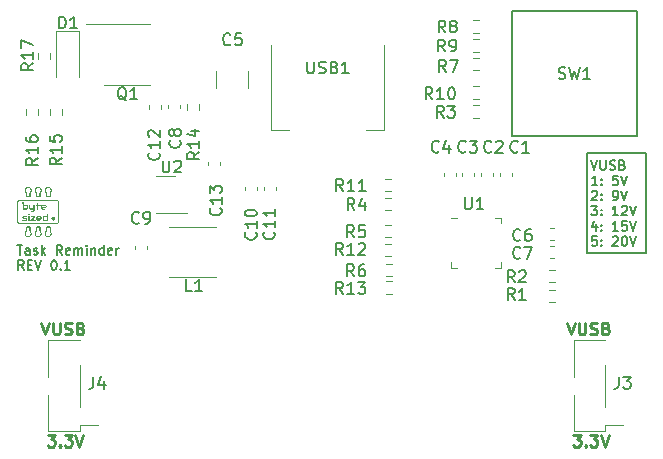
<source format=gbr>
%TF.GenerationSoftware,KiCad,Pcbnew,8.0.0*%
%TF.CreationDate,2024-03-04T20:39:57-05:00*%
%TF.ProjectId,USB C breadboard power supply,55534220-4320-4627-9265-6164626f6172,0.1*%
%TF.SameCoordinates,Original*%
%TF.FileFunction,Legend,Top*%
%TF.FilePolarity,Positive*%
%FSLAX46Y46*%
G04 Gerber Fmt 4.6, Leading zero omitted, Abs format (unit mm)*
G04 Created by KiCad (PCBNEW 8.0.0) date 2024-03-04 20:39:57*
%MOMM*%
%LPD*%
G01*
G04 APERTURE LIST*
%ADD10C,0.150000*%
%ADD11C,0.200000*%
%ADD12C,0.250000*%
%ADD13C,0.120000*%
%ADD14C,0.000000*%
%ADD15C,0.152400*%
G04 APERTURE END LIST*
D10*
X149000000Y-112500000D02*
X154000000Y-112500000D01*
X154000000Y-121000000D01*
X149000000Y-121000000D01*
X149000000Y-112500000D01*
D11*
X100707768Y-120303740D02*
X101164911Y-120303740D01*
X100936339Y-121103740D02*
X100936339Y-120303740D01*
X101774435Y-121103740D02*
X101774435Y-120684692D01*
X101774435Y-120684692D02*
X101736340Y-120608502D01*
X101736340Y-120608502D02*
X101660149Y-120570406D01*
X101660149Y-120570406D02*
X101507768Y-120570406D01*
X101507768Y-120570406D02*
X101431578Y-120608502D01*
X101774435Y-121065645D02*
X101698244Y-121103740D01*
X101698244Y-121103740D02*
X101507768Y-121103740D01*
X101507768Y-121103740D02*
X101431578Y-121065645D01*
X101431578Y-121065645D02*
X101393482Y-120989454D01*
X101393482Y-120989454D02*
X101393482Y-120913264D01*
X101393482Y-120913264D02*
X101431578Y-120837073D01*
X101431578Y-120837073D02*
X101507768Y-120798978D01*
X101507768Y-120798978D02*
X101698244Y-120798978D01*
X101698244Y-120798978D02*
X101774435Y-120760883D01*
X102117292Y-121065645D02*
X102193483Y-121103740D01*
X102193483Y-121103740D02*
X102345864Y-121103740D01*
X102345864Y-121103740D02*
X102422054Y-121065645D01*
X102422054Y-121065645D02*
X102460150Y-120989454D01*
X102460150Y-120989454D02*
X102460150Y-120951359D01*
X102460150Y-120951359D02*
X102422054Y-120875168D01*
X102422054Y-120875168D02*
X102345864Y-120837073D01*
X102345864Y-120837073D02*
X102231578Y-120837073D01*
X102231578Y-120837073D02*
X102155388Y-120798978D01*
X102155388Y-120798978D02*
X102117292Y-120722787D01*
X102117292Y-120722787D02*
X102117292Y-120684692D01*
X102117292Y-120684692D02*
X102155388Y-120608502D01*
X102155388Y-120608502D02*
X102231578Y-120570406D01*
X102231578Y-120570406D02*
X102345864Y-120570406D01*
X102345864Y-120570406D02*
X102422054Y-120608502D01*
X102803007Y-121103740D02*
X102803007Y-120303740D01*
X102879197Y-120798978D02*
X103107769Y-121103740D01*
X103107769Y-120570406D02*
X102803007Y-120875168D01*
X104517293Y-121103740D02*
X104250626Y-120722787D01*
X104060150Y-121103740D02*
X104060150Y-120303740D01*
X104060150Y-120303740D02*
X104364912Y-120303740D01*
X104364912Y-120303740D02*
X104441102Y-120341835D01*
X104441102Y-120341835D02*
X104479197Y-120379930D01*
X104479197Y-120379930D02*
X104517293Y-120456121D01*
X104517293Y-120456121D02*
X104517293Y-120570406D01*
X104517293Y-120570406D02*
X104479197Y-120646597D01*
X104479197Y-120646597D02*
X104441102Y-120684692D01*
X104441102Y-120684692D02*
X104364912Y-120722787D01*
X104364912Y-120722787D02*
X104060150Y-120722787D01*
X105164912Y-121065645D02*
X105088721Y-121103740D01*
X105088721Y-121103740D02*
X104936340Y-121103740D01*
X104936340Y-121103740D02*
X104860150Y-121065645D01*
X104860150Y-121065645D02*
X104822054Y-120989454D01*
X104822054Y-120989454D02*
X104822054Y-120684692D01*
X104822054Y-120684692D02*
X104860150Y-120608502D01*
X104860150Y-120608502D02*
X104936340Y-120570406D01*
X104936340Y-120570406D02*
X105088721Y-120570406D01*
X105088721Y-120570406D02*
X105164912Y-120608502D01*
X105164912Y-120608502D02*
X105203007Y-120684692D01*
X105203007Y-120684692D02*
X105203007Y-120760883D01*
X105203007Y-120760883D02*
X104822054Y-120837073D01*
X105545864Y-121103740D02*
X105545864Y-120570406D01*
X105545864Y-120646597D02*
X105583959Y-120608502D01*
X105583959Y-120608502D02*
X105660149Y-120570406D01*
X105660149Y-120570406D02*
X105774435Y-120570406D01*
X105774435Y-120570406D02*
X105850626Y-120608502D01*
X105850626Y-120608502D02*
X105888721Y-120684692D01*
X105888721Y-120684692D02*
X105888721Y-121103740D01*
X105888721Y-120684692D02*
X105926816Y-120608502D01*
X105926816Y-120608502D02*
X106003007Y-120570406D01*
X106003007Y-120570406D02*
X106117292Y-120570406D01*
X106117292Y-120570406D02*
X106193483Y-120608502D01*
X106193483Y-120608502D02*
X106231578Y-120684692D01*
X106231578Y-120684692D02*
X106231578Y-121103740D01*
X106612531Y-121103740D02*
X106612531Y-120570406D01*
X106612531Y-120303740D02*
X106574435Y-120341835D01*
X106574435Y-120341835D02*
X106612531Y-120379930D01*
X106612531Y-120379930D02*
X106650626Y-120341835D01*
X106650626Y-120341835D02*
X106612531Y-120303740D01*
X106612531Y-120303740D02*
X106612531Y-120379930D01*
X106993483Y-120570406D02*
X106993483Y-121103740D01*
X106993483Y-120646597D02*
X107031578Y-120608502D01*
X107031578Y-120608502D02*
X107107768Y-120570406D01*
X107107768Y-120570406D02*
X107222054Y-120570406D01*
X107222054Y-120570406D02*
X107298245Y-120608502D01*
X107298245Y-120608502D02*
X107336340Y-120684692D01*
X107336340Y-120684692D02*
X107336340Y-121103740D01*
X108060150Y-121103740D02*
X108060150Y-120303740D01*
X108060150Y-121065645D02*
X107983959Y-121103740D01*
X107983959Y-121103740D02*
X107831578Y-121103740D01*
X107831578Y-121103740D02*
X107755388Y-121065645D01*
X107755388Y-121065645D02*
X107717293Y-121027549D01*
X107717293Y-121027549D02*
X107679197Y-120951359D01*
X107679197Y-120951359D02*
X107679197Y-120722787D01*
X107679197Y-120722787D02*
X107717293Y-120646597D01*
X107717293Y-120646597D02*
X107755388Y-120608502D01*
X107755388Y-120608502D02*
X107831578Y-120570406D01*
X107831578Y-120570406D02*
X107983959Y-120570406D01*
X107983959Y-120570406D02*
X108060150Y-120608502D01*
X108745865Y-121065645D02*
X108669674Y-121103740D01*
X108669674Y-121103740D02*
X108517293Y-121103740D01*
X108517293Y-121103740D02*
X108441103Y-121065645D01*
X108441103Y-121065645D02*
X108403007Y-120989454D01*
X108403007Y-120989454D02*
X108403007Y-120684692D01*
X108403007Y-120684692D02*
X108441103Y-120608502D01*
X108441103Y-120608502D02*
X108517293Y-120570406D01*
X108517293Y-120570406D02*
X108669674Y-120570406D01*
X108669674Y-120570406D02*
X108745865Y-120608502D01*
X108745865Y-120608502D02*
X108783960Y-120684692D01*
X108783960Y-120684692D02*
X108783960Y-120760883D01*
X108783960Y-120760883D02*
X108403007Y-120837073D01*
X109126817Y-121103740D02*
X109126817Y-120570406D01*
X109126817Y-120722787D02*
X109164912Y-120646597D01*
X109164912Y-120646597D02*
X109203007Y-120608502D01*
X109203007Y-120608502D02*
X109279198Y-120570406D01*
X109279198Y-120570406D02*
X109355388Y-120570406D01*
X101279197Y-122391695D02*
X101012530Y-122010742D01*
X100822054Y-122391695D02*
X100822054Y-121591695D01*
X100822054Y-121591695D02*
X101126816Y-121591695D01*
X101126816Y-121591695D02*
X101203006Y-121629790D01*
X101203006Y-121629790D02*
X101241101Y-121667885D01*
X101241101Y-121667885D02*
X101279197Y-121744076D01*
X101279197Y-121744076D02*
X101279197Y-121858361D01*
X101279197Y-121858361D02*
X101241101Y-121934552D01*
X101241101Y-121934552D02*
X101203006Y-121972647D01*
X101203006Y-121972647D02*
X101126816Y-122010742D01*
X101126816Y-122010742D02*
X100822054Y-122010742D01*
X101622054Y-121972647D02*
X101888720Y-121972647D01*
X102003006Y-122391695D02*
X101622054Y-122391695D01*
X101622054Y-122391695D02*
X101622054Y-121591695D01*
X101622054Y-121591695D02*
X102003006Y-121591695D01*
X102231578Y-121591695D02*
X102498245Y-122391695D01*
X102498245Y-122391695D02*
X102764911Y-121591695D01*
X103793483Y-121591695D02*
X103869673Y-121591695D01*
X103869673Y-121591695D02*
X103945864Y-121629790D01*
X103945864Y-121629790D02*
X103983959Y-121667885D01*
X103983959Y-121667885D02*
X104022054Y-121744076D01*
X104022054Y-121744076D02*
X104060149Y-121896457D01*
X104060149Y-121896457D02*
X104060149Y-122086933D01*
X104060149Y-122086933D02*
X104022054Y-122239314D01*
X104022054Y-122239314D02*
X103983959Y-122315504D01*
X103983959Y-122315504D02*
X103945864Y-122353600D01*
X103945864Y-122353600D02*
X103869673Y-122391695D01*
X103869673Y-122391695D02*
X103793483Y-122391695D01*
X103793483Y-122391695D02*
X103717292Y-122353600D01*
X103717292Y-122353600D02*
X103679197Y-122315504D01*
X103679197Y-122315504D02*
X103641102Y-122239314D01*
X103641102Y-122239314D02*
X103603006Y-122086933D01*
X103603006Y-122086933D02*
X103603006Y-121896457D01*
X103603006Y-121896457D02*
X103641102Y-121744076D01*
X103641102Y-121744076D02*
X103679197Y-121667885D01*
X103679197Y-121667885D02*
X103717292Y-121629790D01*
X103717292Y-121629790D02*
X103793483Y-121591695D01*
X104403007Y-122315504D02*
X104441102Y-122353600D01*
X104441102Y-122353600D02*
X104403007Y-122391695D01*
X104403007Y-122391695D02*
X104364911Y-122353600D01*
X104364911Y-122353600D02*
X104403007Y-122315504D01*
X104403007Y-122315504D02*
X104403007Y-122391695D01*
X105203006Y-122391695D02*
X104745863Y-122391695D01*
X104974435Y-122391695D02*
X104974435Y-121591695D01*
X104974435Y-121591695D02*
X104898244Y-121705980D01*
X104898244Y-121705980D02*
X104822054Y-121782171D01*
X104822054Y-121782171D02*
X104745863Y-121820266D01*
D12*
X147259711Y-126864619D02*
X147593044Y-127864619D01*
X147593044Y-127864619D02*
X147926377Y-126864619D01*
X148259711Y-126864619D02*
X148259711Y-127674142D01*
X148259711Y-127674142D02*
X148307330Y-127769380D01*
X148307330Y-127769380D02*
X148354949Y-127817000D01*
X148354949Y-127817000D02*
X148450187Y-127864619D01*
X148450187Y-127864619D02*
X148640663Y-127864619D01*
X148640663Y-127864619D02*
X148735901Y-127817000D01*
X148735901Y-127817000D02*
X148783520Y-127769380D01*
X148783520Y-127769380D02*
X148831139Y-127674142D01*
X148831139Y-127674142D02*
X148831139Y-126864619D01*
X149259711Y-127817000D02*
X149402568Y-127864619D01*
X149402568Y-127864619D02*
X149640663Y-127864619D01*
X149640663Y-127864619D02*
X149735901Y-127817000D01*
X149735901Y-127817000D02*
X149783520Y-127769380D01*
X149783520Y-127769380D02*
X149831139Y-127674142D01*
X149831139Y-127674142D02*
X149831139Y-127578904D01*
X149831139Y-127578904D02*
X149783520Y-127483666D01*
X149783520Y-127483666D02*
X149735901Y-127436047D01*
X149735901Y-127436047D02*
X149640663Y-127388428D01*
X149640663Y-127388428D02*
X149450187Y-127340809D01*
X149450187Y-127340809D02*
X149354949Y-127293190D01*
X149354949Y-127293190D02*
X149307330Y-127245571D01*
X149307330Y-127245571D02*
X149259711Y-127150333D01*
X149259711Y-127150333D02*
X149259711Y-127055095D01*
X149259711Y-127055095D02*
X149307330Y-126959857D01*
X149307330Y-126959857D02*
X149354949Y-126912238D01*
X149354949Y-126912238D02*
X149450187Y-126864619D01*
X149450187Y-126864619D02*
X149688282Y-126864619D01*
X149688282Y-126864619D02*
X149831139Y-126912238D01*
X150593044Y-127340809D02*
X150735901Y-127388428D01*
X150735901Y-127388428D02*
X150783520Y-127436047D01*
X150783520Y-127436047D02*
X150831139Y-127531285D01*
X150831139Y-127531285D02*
X150831139Y-127674142D01*
X150831139Y-127674142D02*
X150783520Y-127769380D01*
X150783520Y-127769380D02*
X150735901Y-127817000D01*
X150735901Y-127817000D02*
X150640663Y-127864619D01*
X150640663Y-127864619D02*
X150259711Y-127864619D01*
X150259711Y-127864619D02*
X150259711Y-126864619D01*
X150259711Y-126864619D02*
X150593044Y-126864619D01*
X150593044Y-126864619D02*
X150688282Y-126912238D01*
X150688282Y-126912238D02*
X150735901Y-126959857D01*
X150735901Y-126959857D02*
X150783520Y-127055095D01*
X150783520Y-127055095D02*
X150783520Y-127150333D01*
X150783520Y-127150333D02*
X150735901Y-127245571D01*
X150735901Y-127245571D02*
X150688282Y-127293190D01*
X150688282Y-127293190D02*
X150593044Y-127340809D01*
X150593044Y-127340809D02*
X150259711Y-127340809D01*
X147807330Y-136364619D02*
X148426377Y-136364619D01*
X148426377Y-136364619D02*
X148093044Y-136745571D01*
X148093044Y-136745571D02*
X148235901Y-136745571D01*
X148235901Y-136745571D02*
X148331139Y-136793190D01*
X148331139Y-136793190D02*
X148378758Y-136840809D01*
X148378758Y-136840809D02*
X148426377Y-136936047D01*
X148426377Y-136936047D02*
X148426377Y-137174142D01*
X148426377Y-137174142D02*
X148378758Y-137269380D01*
X148378758Y-137269380D02*
X148331139Y-137317000D01*
X148331139Y-137317000D02*
X148235901Y-137364619D01*
X148235901Y-137364619D02*
X147950187Y-137364619D01*
X147950187Y-137364619D02*
X147854949Y-137317000D01*
X147854949Y-137317000D02*
X147807330Y-137269380D01*
X148854949Y-137269380D02*
X148902568Y-137317000D01*
X148902568Y-137317000D02*
X148854949Y-137364619D01*
X148854949Y-137364619D02*
X148807330Y-137317000D01*
X148807330Y-137317000D02*
X148854949Y-137269380D01*
X148854949Y-137269380D02*
X148854949Y-137364619D01*
X149235901Y-136364619D02*
X149854948Y-136364619D01*
X149854948Y-136364619D02*
X149521615Y-136745571D01*
X149521615Y-136745571D02*
X149664472Y-136745571D01*
X149664472Y-136745571D02*
X149759710Y-136793190D01*
X149759710Y-136793190D02*
X149807329Y-136840809D01*
X149807329Y-136840809D02*
X149854948Y-136936047D01*
X149854948Y-136936047D02*
X149854948Y-137174142D01*
X149854948Y-137174142D02*
X149807329Y-137269380D01*
X149807329Y-137269380D02*
X149759710Y-137317000D01*
X149759710Y-137317000D02*
X149664472Y-137364619D01*
X149664472Y-137364619D02*
X149378758Y-137364619D01*
X149378758Y-137364619D02*
X149283520Y-137317000D01*
X149283520Y-137317000D02*
X149235901Y-137269380D01*
X150140663Y-136364619D02*
X150473996Y-137364619D01*
X150473996Y-137364619D02*
X150807329Y-136364619D01*
X102759711Y-126864619D02*
X103093044Y-127864619D01*
X103093044Y-127864619D02*
X103426377Y-126864619D01*
X103759711Y-126864619D02*
X103759711Y-127674142D01*
X103759711Y-127674142D02*
X103807330Y-127769380D01*
X103807330Y-127769380D02*
X103854949Y-127817000D01*
X103854949Y-127817000D02*
X103950187Y-127864619D01*
X103950187Y-127864619D02*
X104140663Y-127864619D01*
X104140663Y-127864619D02*
X104235901Y-127817000D01*
X104235901Y-127817000D02*
X104283520Y-127769380D01*
X104283520Y-127769380D02*
X104331139Y-127674142D01*
X104331139Y-127674142D02*
X104331139Y-126864619D01*
X104759711Y-127817000D02*
X104902568Y-127864619D01*
X104902568Y-127864619D02*
X105140663Y-127864619D01*
X105140663Y-127864619D02*
X105235901Y-127817000D01*
X105235901Y-127817000D02*
X105283520Y-127769380D01*
X105283520Y-127769380D02*
X105331139Y-127674142D01*
X105331139Y-127674142D02*
X105331139Y-127578904D01*
X105331139Y-127578904D02*
X105283520Y-127483666D01*
X105283520Y-127483666D02*
X105235901Y-127436047D01*
X105235901Y-127436047D02*
X105140663Y-127388428D01*
X105140663Y-127388428D02*
X104950187Y-127340809D01*
X104950187Y-127340809D02*
X104854949Y-127293190D01*
X104854949Y-127293190D02*
X104807330Y-127245571D01*
X104807330Y-127245571D02*
X104759711Y-127150333D01*
X104759711Y-127150333D02*
X104759711Y-127055095D01*
X104759711Y-127055095D02*
X104807330Y-126959857D01*
X104807330Y-126959857D02*
X104854949Y-126912238D01*
X104854949Y-126912238D02*
X104950187Y-126864619D01*
X104950187Y-126864619D02*
X105188282Y-126864619D01*
X105188282Y-126864619D02*
X105331139Y-126912238D01*
X106093044Y-127340809D02*
X106235901Y-127388428D01*
X106235901Y-127388428D02*
X106283520Y-127436047D01*
X106283520Y-127436047D02*
X106331139Y-127531285D01*
X106331139Y-127531285D02*
X106331139Y-127674142D01*
X106331139Y-127674142D02*
X106283520Y-127769380D01*
X106283520Y-127769380D02*
X106235901Y-127817000D01*
X106235901Y-127817000D02*
X106140663Y-127864619D01*
X106140663Y-127864619D02*
X105759711Y-127864619D01*
X105759711Y-127864619D02*
X105759711Y-126864619D01*
X105759711Y-126864619D02*
X106093044Y-126864619D01*
X106093044Y-126864619D02*
X106188282Y-126912238D01*
X106188282Y-126912238D02*
X106235901Y-126959857D01*
X106235901Y-126959857D02*
X106283520Y-127055095D01*
X106283520Y-127055095D02*
X106283520Y-127150333D01*
X106283520Y-127150333D02*
X106235901Y-127245571D01*
X106235901Y-127245571D02*
X106188282Y-127293190D01*
X106188282Y-127293190D02*
X106093044Y-127340809D01*
X106093044Y-127340809D02*
X105759711Y-127340809D01*
X103307330Y-136364619D02*
X103926377Y-136364619D01*
X103926377Y-136364619D02*
X103593044Y-136745571D01*
X103593044Y-136745571D02*
X103735901Y-136745571D01*
X103735901Y-136745571D02*
X103831139Y-136793190D01*
X103831139Y-136793190D02*
X103878758Y-136840809D01*
X103878758Y-136840809D02*
X103926377Y-136936047D01*
X103926377Y-136936047D02*
X103926377Y-137174142D01*
X103926377Y-137174142D02*
X103878758Y-137269380D01*
X103878758Y-137269380D02*
X103831139Y-137317000D01*
X103831139Y-137317000D02*
X103735901Y-137364619D01*
X103735901Y-137364619D02*
X103450187Y-137364619D01*
X103450187Y-137364619D02*
X103354949Y-137317000D01*
X103354949Y-137317000D02*
X103307330Y-137269380D01*
X104354949Y-137269380D02*
X104402568Y-137317000D01*
X104402568Y-137317000D02*
X104354949Y-137364619D01*
X104354949Y-137364619D02*
X104307330Y-137317000D01*
X104307330Y-137317000D02*
X104354949Y-137269380D01*
X104354949Y-137269380D02*
X104354949Y-137364619D01*
X104735901Y-136364619D02*
X105354948Y-136364619D01*
X105354948Y-136364619D02*
X105021615Y-136745571D01*
X105021615Y-136745571D02*
X105164472Y-136745571D01*
X105164472Y-136745571D02*
X105259710Y-136793190D01*
X105259710Y-136793190D02*
X105307329Y-136840809D01*
X105307329Y-136840809D02*
X105354948Y-136936047D01*
X105354948Y-136936047D02*
X105354948Y-137174142D01*
X105354948Y-137174142D02*
X105307329Y-137269380D01*
X105307329Y-137269380D02*
X105259710Y-137317000D01*
X105259710Y-137317000D02*
X105164472Y-137364619D01*
X105164472Y-137364619D02*
X104878758Y-137364619D01*
X104878758Y-137364619D02*
X104783520Y-137317000D01*
X104783520Y-137317000D02*
X104735901Y-137269380D01*
X105640663Y-136364619D02*
X105973996Y-137364619D01*
X105973996Y-137364619D02*
X106307329Y-136364619D01*
D11*
X149307768Y-113127695D02*
X149574435Y-113927695D01*
X149574435Y-113927695D02*
X149841101Y-113127695D01*
X150107768Y-113127695D02*
X150107768Y-113775314D01*
X150107768Y-113775314D02*
X150145863Y-113851504D01*
X150145863Y-113851504D02*
X150183958Y-113889600D01*
X150183958Y-113889600D02*
X150260149Y-113927695D01*
X150260149Y-113927695D02*
X150412530Y-113927695D01*
X150412530Y-113927695D02*
X150488720Y-113889600D01*
X150488720Y-113889600D02*
X150526815Y-113851504D01*
X150526815Y-113851504D02*
X150564911Y-113775314D01*
X150564911Y-113775314D02*
X150564911Y-113127695D01*
X150907767Y-113889600D02*
X151022053Y-113927695D01*
X151022053Y-113927695D02*
X151212529Y-113927695D01*
X151212529Y-113927695D02*
X151288720Y-113889600D01*
X151288720Y-113889600D02*
X151326815Y-113851504D01*
X151326815Y-113851504D02*
X151364910Y-113775314D01*
X151364910Y-113775314D02*
X151364910Y-113699123D01*
X151364910Y-113699123D02*
X151326815Y-113622933D01*
X151326815Y-113622933D02*
X151288720Y-113584838D01*
X151288720Y-113584838D02*
X151212529Y-113546742D01*
X151212529Y-113546742D02*
X151060148Y-113508647D01*
X151060148Y-113508647D02*
X150983958Y-113470552D01*
X150983958Y-113470552D02*
X150945863Y-113432457D01*
X150945863Y-113432457D02*
X150907767Y-113356266D01*
X150907767Y-113356266D02*
X150907767Y-113280076D01*
X150907767Y-113280076D02*
X150945863Y-113203885D01*
X150945863Y-113203885D02*
X150983958Y-113165790D01*
X150983958Y-113165790D02*
X151060148Y-113127695D01*
X151060148Y-113127695D02*
X151250625Y-113127695D01*
X151250625Y-113127695D02*
X151364910Y-113165790D01*
X151974434Y-113508647D02*
X152088720Y-113546742D01*
X152088720Y-113546742D02*
X152126815Y-113584838D01*
X152126815Y-113584838D02*
X152164911Y-113661028D01*
X152164911Y-113661028D02*
X152164911Y-113775314D01*
X152164911Y-113775314D02*
X152126815Y-113851504D01*
X152126815Y-113851504D02*
X152088720Y-113889600D01*
X152088720Y-113889600D02*
X152012530Y-113927695D01*
X152012530Y-113927695D02*
X151707768Y-113927695D01*
X151707768Y-113927695D02*
X151707768Y-113127695D01*
X151707768Y-113127695D02*
X151974434Y-113127695D01*
X151974434Y-113127695D02*
X152050625Y-113165790D01*
X152050625Y-113165790D02*
X152088720Y-113203885D01*
X152088720Y-113203885D02*
X152126815Y-113280076D01*
X152126815Y-113280076D02*
X152126815Y-113356266D01*
X152126815Y-113356266D02*
X152088720Y-113432457D01*
X152088720Y-113432457D02*
X152050625Y-113470552D01*
X152050625Y-113470552D02*
X151974434Y-113508647D01*
X151974434Y-113508647D02*
X151707768Y-113508647D01*
X149841101Y-115215650D02*
X149383958Y-115215650D01*
X149612530Y-115215650D02*
X149612530Y-114415650D01*
X149612530Y-114415650D02*
X149536339Y-114529935D01*
X149536339Y-114529935D02*
X149460149Y-114606126D01*
X149460149Y-114606126D02*
X149383958Y-114644221D01*
X150183959Y-115139459D02*
X150222054Y-115177555D01*
X150222054Y-115177555D02*
X150183959Y-115215650D01*
X150183959Y-115215650D02*
X150145863Y-115177555D01*
X150145863Y-115177555D02*
X150183959Y-115139459D01*
X150183959Y-115139459D02*
X150183959Y-115215650D01*
X150183959Y-114720412D02*
X150222054Y-114758507D01*
X150222054Y-114758507D02*
X150183959Y-114796602D01*
X150183959Y-114796602D02*
X150145863Y-114758507D01*
X150145863Y-114758507D02*
X150183959Y-114720412D01*
X150183959Y-114720412D02*
X150183959Y-114796602D01*
X151555387Y-114415650D02*
X151174435Y-114415650D01*
X151174435Y-114415650D02*
X151136339Y-114796602D01*
X151136339Y-114796602D02*
X151174435Y-114758507D01*
X151174435Y-114758507D02*
X151250625Y-114720412D01*
X151250625Y-114720412D02*
X151441101Y-114720412D01*
X151441101Y-114720412D02*
X151517292Y-114758507D01*
X151517292Y-114758507D02*
X151555387Y-114796602D01*
X151555387Y-114796602D02*
X151593482Y-114872793D01*
X151593482Y-114872793D02*
X151593482Y-115063269D01*
X151593482Y-115063269D02*
X151555387Y-115139459D01*
X151555387Y-115139459D02*
X151517292Y-115177555D01*
X151517292Y-115177555D02*
X151441101Y-115215650D01*
X151441101Y-115215650D02*
X151250625Y-115215650D01*
X151250625Y-115215650D02*
X151174435Y-115177555D01*
X151174435Y-115177555D02*
X151136339Y-115139459D01*
X151822054Y-114415650D02*
X152088721Y-115215650D01*
X152088721Y-115215650D02*
X152355387Y-114415650D01*
X149383958Y-115779795D02*
X149422054Y-115741700D01*
X149422054Y-115741700D02*
X149498244Y-115703605D01*
X149498244Y-115703605D02*
X149688720Y-115703605D01*
X149688720Y-115703605D02*
X149764911Y-115741700D01*
X149764911Y-115741700D02*
X149803006Y-115779795D01*
X149803006Y-115779795D02*
X149841101Y-115855986D01*
X149841101Y-115855986D02*
X149841101Y-115932176D01*
X149841101Y-115932176D02*
X149803006Y-116046462D01*
X149803006Y-116046462D02*
X149345863Y-116503605D01*
X149345863Y-116503605D02*
X149841101Y-116503605D01*
X150183959Y-116427414D02*
X150222054Y-116465510D01*
X150222054Y-116465510D02*
X150183959Y-116503605D01*
X150183959Y-116503605D02*
X150145863Y-116465510D01*
X150145863Y-116465510D02*
X150183959Y-116427414D01*
X150183959Y-116427414D02*
X150183959Y-116503605D01*
X150183959Y-116008367D02*
X150222054Y-116046462D01*
X150222054Y-116046462D02*
X150183959Y-116084557D01*
X150183959Y-116084557D02*
X150145863Y-116046462D01*
X150145863Y-116046462D02*
X150183959Y-116008367D01*
X150183959Y-116008367D02*
X150183959Y-116084557D01*
X151212530Y-116503605D02*
X151364911Y-116503605D01*
X151364911Y-116503605D02*
X151441101Y-116465510D01*
X151441101Y-116465510D02*
X151479197Y-116427414D01*
X151479197Y-116427414D02*
X151555387Y-116313129D01*
X151555387Y-116313129D02*
X151593482Y-116160748D01*
X151593482Y-116160748D02*
X151593482Y-115855986D01*
X151593482Y-115855986D02*
X151555387Y-115779795D01*
X151555387Y-115779795D02*
X151517292Y-115741700D01*
X151517292Y-115741700D02*
X151441101Y-115703605D01*
X151441101Y-115703605D02*
X151288720Y-115703605D01*
X151288720Y-115703605D02*
X151212530Y-115741700D01*
X151212530Y-115741700D02*
X151174435Y-115779795D01*
X151174435Y-115779795D02*
X151136339Y-115855986D01*
X151136339Y-115855986D02*
X151136339Y-116046462D01*
X151136339Y-116046462D02*
X151174435Y-116122652D01*
X151174435Y-116122652D02*
X151212530Y-116160748D01*
X151212530Y-116160748D02*
X151288720Y-116198843D01*
X151288720Y-116198843D02*
X151441101Y-116198843D01*
X151441101Y-116198843D02*
X151517292Y-116160748D01*
X151517292Y-116160748D02*
X151555387Y-116122652D01*
X151555387Y-116122652D02*
X151593482Y-116046462D01*
X151822054Y-115703605D02*
X152088721Y-116503605D01*
X152088721Y-116503605D02*
X152355387Y-115703605D01*
X149345863Y-116991560D02*
X149841101Y-116991560D01*
X149841101Y-116991560D02*
X149574435Y-117296322D01*
X149574435Y-117296322D02*
X149688720Y-117296322D01*
X149688720Y-117296322D02*
X149764911Y-117334417D01*
X149764911Y-117334417D02*
X149803006Y-117372512D01*
X149803006Y-117372512D02*
X149841101Y-117448703D01*
X149841101Y-117448703D02*
X149841101Y-117639179D01*
X149841101Y-117639179D02*
X149803006Y-117715369D01*
X149803006Y-117715369D02*
X149764911Y-117753465D01*
X149764911Y-117753465D02*
X149688720Y-117791560D01*
X149688720Y-117791560D02*
X149460149Y-117791560D01*
X149460149Y-117791560D02*
X149383958Y-117753465D01*
X149383958Y-117753465D02*
X149345863Y-117715369D01*
X150183959Y-117715369D02*
X150222054Y-117753465D01*
X150222054Y-117753465D02*
X150183959Y-117791560D01*
X150183959Y-117791560D02*
X150145863Y-117753465D01*
X150145863Y-117753465D02*
X150183959Y-117715369D01*
X150183959Y-117715369D02*
X150183959Y-117791560D01*
X150183959Y-117296322D02*
X150222054Y-117334417D01*
X150222054Y-117334417D02*
X150183959Y-117372512D01*
X150183959Y-117372512D02*
X150145863Y-117334417D01*
X150145863Y-117334417D02*
X150183959Y-117296322D01*
X150183959Y-117296322D02*
X150183959Y-117372512D01*
X151593482Y-117791560D02*
X151136339Y-117791560D01*
X151364911Y-117791560D02*
X151364911Y-116991560D01*
X151364911Y-116991560D02*
X151288720Y-117105845D01*
X151288720Y-117105845D02*
X151212530Y-117182036D01*
X151212530Y-117182036D02*
X151136339Y-117220131D01*
X151898244Y-117067750D02*
X151936340Y-117029655D01*
X151936340Y-117029655D02*
X152012530Y-116991560D01*
X152012530Y-116991560D02*
X152203006Y-116991560D01*
X152203006Y-116991560D02*
X152279197Y-117029655D01*
X152279197Y-117029655D02*
X152317292Y-117067750D01*
X152317292Y-117067750D02*
X152355387Y-117143941D01*
X152355387Y-117143941D02*
X152355387Y-117220131D01*
X152355387Y-117220131D02*
X152317292Y-117334417D01*
X152317292Y-117334417D02*
X151860149Y-117791560D01*
X151860149Y-117791560D02*
X152355387Y-117791560D01*
X152583959Y-116991560D02*
X152850626Y-117791560D01*
X152850626Y-117791560D02*
X153117292Y-116991560D01*
X149764911Y-118546181D02*
X149764911Y-119079515D01*
X149574435Y-118241420D02*
X149383958Y-118812848D01*
X149383958Y-118812848D02*
X149879197Y-118812848D01*
X150183959Y-119003324D02*
X150222054Y-119041420D01*
X150222054Y-119041420D02*
X150183959Y-119079515D01*
X150183959Y-119079515D02*
X150145863Y-119041420D01*
X150145863Y-119041420D02*
X150183959Y-119003324D01*
X150183959Y-119003324D02*
X150183959Y-119079515D01*
X150183959Y-118584277D02*
X150222054Y-118622372D01*
X150222054Y-118622372D02*
X150183959Y-118660467D01*
X150183959Y-118660467D02*
X150145863Y-118622372D01*
X150145863Y-118622372D02*
X150183959Y-118584277D01*
X150183959Y-118584277D02*
X150183959Y-118660467D01*
X151593482Y-119079515D02*
X151136339Y-119079515D01*
X151364911Y-119079515D02*
X151364911Y-118279515D01*
X151364911Y-118279515D02*
X151288720Y-118393800D01*
X151288720Y-118393800D02*
X151212530Y-118469991D01*
X151212530Y-118469991D02*
X151136339Y-118508086D01*
X152317292Y-118279515D02*
X151936340Y-118279515D01*
X151936340Y-118279515D02*
X151898244Y-118660467D01*
X151898244Y-118660467D02*
X151936340Y-118622372D01*
X151936340Y-118622372D02*
X152012530Y-118584277D01*
X152012530Y-118584277D02*
X152203006Y-118584277D01*
X152203006Y-118584277D02*
X152279197Y-118622372D01*
X152279197Y-118622372D02*
X152317292Y-118660467D01*
X152317292Y-118660467D02*
X152355387Y-118736658D01*
X152355387Y-118736658D02*
X152355387Y-118927134D01*
X152355387Y-118927134D02*
X152317292Y-119003324D01*
X152317292Y-119003324D02*
X152279197Y-119041420D01*
X152279197Y-119041420D02*
X152203006Y-119079515D01*
X152203006Y-119079515D02*
X152012530Y-119079515D01*
X152012530Y-119079515D02*
X151936340Y-119041420D01*
X151936340Y-119041420D02*
X151898244Y-119003324D01*
X152583959Y-118279515D02*
X152850626Y-119079515D01*
X152850626Y-119079515D02*
X153117292Y-118279515D01*
X149803006Y-119567470D02*
X149422054Y-119567470D01*
X149422054Y-119567470D02*
X149383958Y-119948422D01*
X149383958Y-119948422D02*
X149422054Y-119910327D01*
X149422054Y-119910327D02*
X149498244Y-119872232D01*
X149498244Y-119872232D02*
X149688720Y-119872232D01*
X149688720Y-119872232D02*
X149764911Y-119910327D01*
X149764911Y-119910327D02*
X149803006Y-119948422D01*
X149803006Y-119948422D02*
X149841101Y-120024613D01*
X149841101Y-120024613D02*
X149841101Y-120215089D01*
X149841101Y-120215089D02*
X149803006Y-120291279D01*
X149803006Y-120291279D02*
X149764911Y-120329375D01*
X149764911Y-120329375D02*
X149688720Y-120367470D01*
X149688720Y-120367470D02*
X149498244Y-120367470D01*
X149498244Y-120367470D02*
X149422054Y-120329375D01*
X149422054Y-120329375D02*
X149383958Y-120291279D01*
X150183959Y-120291279D02*
X150222054Y-120329375D01*
X150222054Y-120329375D02*
X150183959Y-120367470D01*
X150183959Y-120367470D02*
X150145863Y-120329375D01*
X150145863Y-120329375D02*
X150183959Y-120291279D01*
X150183959Y-120291279D02*
X150183959Y-120367470D01*
X150183959Y-119872232D02*
X150222054Y-119910327D01*
X150222054Y-119910327D02*
X150183959Y-119948422D01*
X150183959Y-119948422D02*
X150145863Y-119910327D01*
X150145863Y-119910327D02*
X150183959Y-119872232D01*
X150183959Y-119872232D02*
X150183959Y-119948422D01*
X151136339Y-119643660D02*
X151174435Y-119605565D01*
X151174435Y-119605565D02*
X151250625Y-119567470D01*
X151250625Y-119567470D02*
X151441101Y-119567470D01*
X151441101Y-119567470D02*
X151517292Y-119605565D01*
X151517292Y-119605565D02*
X151555387Y-119643660D01*
X151555387Y-119643660D02*
X151593482Y-119719851D01*
X151593482Y-119719851D02*
X151593482Y-119796041D01*
X151593482Y-119796041D02*
X151555387Y-119910327D01*
X151555387Y-119910327D02*
X151098244Y-120367470D01*
X151098244Y-120367470D02*
X151593482Y-120367470D01*
X152088721Y-119567470D02*
X152164911Y-119567470D01*
X152164911Y-119567470D02*
X152241102Y-119605565D01*
X152241102Y-119605565D02*
X152279197Y-119643660D01*
X152279197Y-119643660D02*
X152317292Y-119719851D01*
X152317292Y-119719851D02*
X152355387Y-119872232D01*
X152355387Y-119872232D02*
X152355387Y-120062708D01*
X152355387Y-120062708D02*
X152317292Y-120215089D01*
X152317292Y-120215089D02*
X152279197Y-120291279D01*
X152279197Y-120291279D02*
X152241102Y-120329375D01*
X152241102Y-120329375D02*
X152164911Y-120367470D01*
X152164911Y-120367470D02*
X152088721Y-120367470D01*
X152088721Y-120367470D02*
X152012530Y-120329375D01*
X152012530Y-120329375D02*
X151974435Y-120291279D01*
X151974435Y-120291279D02*
X151936340Y-120215089D01*
X151936340Y-120215089D02*
X151898244Y-120062708D01*
X151898244Y-120062708D02*
X151898244Y-119872232D01*
X151898244Y-119872232D02*
X151936340Y-119719851D01*
X151936340Y-119719851D02*
X151974435Y-119643660D01*
X151974435Y-119643660D02*
X152012530Y-119605565D01*
X152012530Y-119605565D02*
X152088721Y-119567470D01*
X152583959Y-119567470D02*
X152850626Y-120367470D01*
X152850626Y-120367470D02*
X153117292Y-119567470D01*
D10*
X107166666Y-131454819D02*
X107166666Y-132169104D01*
X107166666Y-132169104D02*
X107119047Y-132311961D01*
X107119047Y-132311961D02*
X107023809Y-132407200D01*
X107023809Y-132407200D02*
X106880952Y-132454819D01*
X106880952Y-132454819D02*
X106785714Y-132454819D01*
X108071428Y-131788152D02*
X108071428Y-132454819D01*
X107833333Y-131407200D02*
X107595238Y-132121485D01*
X107595238Y-132121485D02*
X108214285Y-132121485D01*
X122459580Y-119192857D02*
X122507200Y-119240476D01*
X122507200Y-119240476D02*
X122554819Y-119383333D01*
X122554819Y-119383333D02*
X122554819Y-119478571D01*
X122554819Y-119478571D02*
X122507200Y-119621428D01*
X122507200Y-119621428D02*
X122411961Y-119716666D01*
X122411961Y-119716666D02*
X122316723Y-119764285D01*
X122316723Y-119764285D02*
X122126247Y-119811904D01*
X122126247Y-119811904D02*
X121983390Y-119811904D01*
X121983390Y-119811904D02*
X121792914Y-119764285D01*
X121792914Y-119764285D02*
X121697676Y-119716666D01*
X121697676Y-119716666D02*
X121602438Y-119621428D01*
X121602438Y-119621428D02*
X121554819Y-119478571D01*
X121554819Y-119478571D02*
X121554819Y-119383333D01*
X121554819Y-119383333D02*
X121602438Y-119240476D01*
X121602438Y-119240476D02*
X121650057Y-119192857D01*
X122554819Y-118240476D02*
X122554819Y-118811904D01*
X122554819Y-118526190D02*
X121554819Y-118526190D01*
X121554819Y-118526190D02*
X121697676Y-118621428D01*
X121697676Y-118621428D02*
X121792914Y-118716666D01*
X121792914Y-118716666D02*
X121840533Y-118811904D01*
X122554819Y-117288095D02*
X122554819Y-117859523D01*
X122554819Y-117573809D02*
X121554819Y-117573809D01*
X121554819Y-117573809D02*
X121697676Y-117669047D01*
X121697676Y-117669047D02*
X121792914Y-117764285D01*
X121792914Y-117764285D02*
X121840533Y-117859523D01*
X129245833Y-122946069D02*
X128912500Y-122469878D01*
X128674405Y-122946069D02*
X128674405Y-121946069D01*
X128674405Y-121946069D02*
X129055357Y-121946069D01*
X129055357Y-121946069D02*
X129150595Y-121993688D01*
X129150595Y-121993688D02*
X129198214Y-122041307D01*
X129198214Y-122041307D02*
X129245833Y-122136545D01*
X129245833Y-122136545D02*
X129245833Y-122279402D01*
X129245833Y-122279402D02*
X129198214Y-122374640D01*
X129198214Y-122374640D02*
X129150595Y-122422259D01*
X129150595Y-122422259D02*
X129055357Y-122469878D01*
X129055357Y-122469878D02*
X128674405Y-122469878D01*
X130102976Y-121946069D02*
X129912500Y-121946069D01*
X129912500Y-121946069D02*
X129817262Y-121993688D01*
X129817262Y-121993688D02*
X129769643Y-122041307D01*
X129769643Y-122041307D02*
X129674405Y-122184164D01*
X129674405Y-122184164D02*
X129626786Y-122374640D01*
X129626786Y-122374640D02*
X129626786Y-122755592D01*
X129626786Y-122755592D02*
X129674405Y-122850830D01*
X129674405Y-122850830D02*
X129722024Y-122898450D01*
X129722024Y-122898450D02*
X129817262Y-122946069D01*
X129817262Y-122946069D02*
X130007738Y-122946069D01*
X130007738Y-122946069D02*
X130102976Y-122898450D01*
X130102976Y-122898450D02*
X130150595Y-122850830D01*
X130150595Y-122850830D02*
X130198214Y-122755592D01*
X130198214Y-122755592D02*
X130198214Y-122517497D01*
X130198214Y-122517497D02*
X130150595Y-122422259D01*
X130150595Y-122422259D02*
X130102976Y-122374640D01*
X130102976Y-122374640D02*
X130007738Y-122327021D01*
X130007738Y-122327021D02*
X129817262Y-122327021D01*
X129817262Y-122327021D02*
X129722024Y-122374640D01*
X129722024Y-122374640D02*
X129674405Y-122422259D01*
X129674405Y-122422259D02*
X129626786Y-122517497D01*
X129245833Y-119636069D02*
X128912500Y-119159878D01*
X128674405Y-119636069D02*
X128674405Y-118636069D01*
X128674405Y-118636069D02*
X129055357Y-118636069D01*
X129055357Y-118636069D02*
X129150595Y-118683688D01*
X129150595Y-118683688D02*
X129198214Y-118731307D01*
X129198214Y-118731307D02*
X129245833Y-118826545D01*
X129245833Y-118826545D02*
X129245833Y-118969402D01*
X129245833Y-118969402D02*
X129198214Y-119064640D01*
X129198214Y-119064640D02*
X129150595Y-119112259D01*
X129150595Y-119112259D02*
X129055357Y-119159878D01*
X129055357Y-119159878D02*
X128674405Y-119159878D01*
X130150595Y-118636069D02*
X129674405Y-118636069D01*
X129674405Y-118636069D02*
X129626786Y-119112259D01*
X129626786Y-119112259D02*
X129674405Y-119064640D01*
X129674405Y-119064640D02*
X129769643Y-119017021D01*
X129769643Y-119017021D02*
X130007738Y-119017021D01*
X130007738Y-119017021D02*
X130102976Y-119064640D01*
X130102976Y-119064640D02*
X130150595Y-119112259D01*
X130150595Y-119112259D02*
X130198214Y-119207497D01*
X130198214Y-119207497D02*
X130198214Y-119445592D01*
X130198214Y-119445592D02*
X130150595Y-119540830D01*
X130150595Y-119540830D02*
X130102976Y-119588450D01*
X130102976Y-119588450D02*
X130007738Y-119636069D01*
X130007738Y-119636069D02*
X129769643Y-119636069D01*
X129769643Y-119636069D02*
X129674405Y-119588450D01*
X129674405Y-119588450D02*
X129626786Y-119540830D01*
X138625595Y-116261069D02*
X138625595Y-117070592D01*
X138625595Y-117070592D02*
X138673214Y-117165830D01*
X138673214Y-117165830D02*
X138720833Y-117213450D01*
X138720833Y-117213450D02*
X138816071Y-117261069D01*
X138816071Y-117261069D02*
X139006547Y-117261069D01*
X139006547Y-117261069D02*
X139101785Y-117213450D01*
X139101785Y-117213450D02*
X139149404Y-117165830D01*
X139149404Y-117165830D02*
X139197023Y-117070592D01*
X139197023Y-117070592D02*
X139197023Y-116261069D01*
X140197023Y-117261069D02*
X139625595Y-117261069D01*
X139911309Y-117261069D02*
X139911309Y-116261069D01*
X139911309Y-116261069D02*
X139816071Y-116403926D01*
X139816071Y-116403926D02*
X139720833Y-116499164D01*
X139720833Y-116499164D02*
X139625595Y-116546783D01*
X104479819Y-112905357D02*
X104003628Y-113238690D01*
X104479819Y-113476785D02*
X103479819Y-113476785D01*
X103479819Y-113476785D02*
X103479819Y-113095833D01*
X103479819Y-113095833D02*
X103527438Y-113000595D01*
X103527438Y-113000595D02*
X103575057Y-112952976D01*
X103575057Y-112952976D02*
X103670295Y-112905357D01*
X103670295Y-112905357D02*
X103813152Y-112905357D01*
X103813152Y-112905357D02*
X103908390Y-112952976D01*
X103908390Y-112952976D02*
X103956009Y-113000595D01*
X103956009Y-113000595D02*
X104003628Y-113095833D01*
X104003628Y-113095833D02*
X104003628Y-113476785D01*
X104479819Y-111952976D02*
X104479819Y-112524404D01*
X104479819Y-112238690D02*
X103479819Y-112238690D01*
X103479819Y-112238690D02*
X103622676Y-112333928D01*
X103622676Y-112333928D02*
X103717914Y-112429166D01*
X103717914Y-112429166D02*
X103765533Y-112524404D01*
X103479819Y-111048214D02*
X103479819Y-111524404D01*
X103479819Y-111524404D02*
X103956009Y-111572023D01*
X103956009Y-111572023D02*
X103908390Y-111524404D01*
X103908390Y-111524404D02*
X103860771Y-111429166D01*
X103860771Y-111429166D02*
X103860771Y-111191071D01*
X103860771Y-111191071D02*
X103908390Y-111095833D01*
X103908390Y-111095833D02*
X103956009Y-111048214D01*
X103956009Y-111048214D02*
X104051247Y-111000595D01*
X104051247Y-111000595D02*
X104289342Y-111000595D01*
X104289342Y-111000595D02*
X104384580Y-111048214D01*
X104384580Y-111048214D02*
X104432200Y-111095833D01*
X104432200Y-111095833D02*
X104479819Y-111191071D01*
X104479819Y-111191071D02*
X104479819Y-111429166D01*
X104479819Y-111429166D02*
X104432200Y-111524404D01*
X104432200Y-111524404D02*
X104384580Y-111572023D01*
X113038095Y-113154819D02*
X113038095Y-113964342D01*
X113038095Y-113964342D02*
X113085714Y-114059580D01*
X113085714Y-114059580D02*
X113133333Y-114107200D01*
X113133333Y-114107200D02*
X113228571Y-114154819D01*
X113228571Y-114154819D02*
X113419047Y-114154819D01*
X113419047Y-114154819D02*
X113514285Y-114107200D01*
X113514285Y-114107200D02*
X113561904Y-114059580D01*
X113561904Y-114059580D02*
X113609523Y-113964342D01*
X113609523Y-113964342D02*
X113609523Y-113154819D01*
X114038095Y-113250057D02*
X114085714Y-113202438D01*
X114085714Y-113202438D02*
X114180952Y-113154819D01*
X114180952Y-113154819D02*
X114419047Y-113154819D01*
X114419047Y-113154819D02*
X114514285Y-113202438D01*
X114514285Y-113202438D02*
X114561904Y-113250057D01*
X114561904Y-113250057D02*
X114609523Y-113345295D01*
X114609523Y-113345295D02*
X114609523Y-113440533D01*
X114609523Y-113440533D02*
X114561904Y-113583390D01*
X114561904Y-113583390D02*
X113990476Y-114154819D01*
X113990476Y-114154819D02*
X114609523Y-114154819D01*
X128293452Y-124436069D02*
X127960119Y-123959878D01*
X127722024Y-124436069D02*
X127722024Y-123436069D01*
X127722024Y-123436069D02*
X128102976Y-123436069D01*
X128102976Y-123436069D02*
X128198214Y-123483688D01*
X128198214Y-123483688D02*
X128245833Y-123531307D01*
X128245833Y-123531307D02*
X128293452Y-123626545D01*
X128293452Y-123626545D02*
X128293452Y-123769402D01*
X128293452Y-123769402D02*
X128245833Y-123864640D01*
X128245833Y-123864640D02*
X128198214Y-123912259D01*
X128198214Y-123912259D02*
X128102976Y-123959878D01*
X128102976Y-123959878D02*
X127722024Y-123959878D01*
X129245833Y-124436069D02*
X128674405Y-124436069D01*
X128960119Y-124436069D02*
X128960119Y-123436069D01*
X128960119Y-123436069D02*
X128864881Y-123578926D01*
X128864881Y-123578926D02*
X128769643Y-123674164D01*
X128769643Y-123674164D02*
X128674405Y-123721783D01*
X129579167Y-123436069D02*
X130198214Y-123436069D01*
X130198214Y-123436069D02*
X129864881Y-123817021D01*
X129864881Y-123817021D02*
X130007738Y-123817021D01*
X130007738Y-123817021D02*
X130102976Y-123864640D01*
X130102976Y-123864640D02*
X130150595Y-123912259D01*
X130150595Y-123912259D02*
X130198214Y-124007497D01*
X130198214Y-124007497D02*
X130198214Y-124245592D01*
X130198214Y-124245592D02*
X130150595Y-124340830D01*
X130150595Y-124340830D02*
X130102976Y-124388450D01*
X130102976Y-124388450D02*
X130007738Y-124436069D01*
X130007738Y-124436069D02*
X129722024Y-124436069D01*
X129722024Y-124436069D02*
X129626786Y-124388450D01*
X129626786Y-124388450D02*
X129579167Y-124340830D01*
X143108333Y-112378330D02*
X143060714Y-112425950D01*
X143060714Y-112425950D02*
X142917857Y-112473569D01*
X142917857Y-112473569D02*
X142822619Y-112473569D01*
X142822619Y-112473569D02*
X142679762Y-112425950D01*
X142679762Y-112425950D02*
X142584524Y-112330711D01*
X142584524Y-112330711D02*
X142536905Y-112235473D01*
X142536905Y-112235473D02*
X142489286Y-112044997D01*
X142489286Y-112044997D02*
X142489286Y-111902140D01*
X142489286Y-111902140D02*
X142536905Y-111711664D01*
X142536905Y-111711664D02*
X142584524Y-111616426D01*
X142584524Y-111616426D02*
X142679762Y-111521188D01*
X142679762Y-111521188D02*
X142822619Y-111473569D01*
X142822619Y-111473569D02*
X142917857Y-111473569D01*
X142917857Y-111473569D02*
X143060714Y-111521188D01*
X143060714Y-111521188D02*
X143108333Y-111568807D01*
X144060714Y-112473569D02*
X143489286Y-112473569D01*
X143775000Y-112473569D02*
X143775000Y-111473569D01*
X143775000Y-111473569D02*
X143679762Y-111616426D01*
X143679762Y-111616426D02*
X143584524Y-111711664D01*
X143584524Y-111711664D02*
X143489286Y-111759283D01*
X137020833Y-105654819D02*
X136687500Y-105178628D01*
X136449405Y-105654819D02*
X136449405Y-104654819D01*
X136449405Y-104654819D02*
X136830357Y-104654819D01*
X136830357Y-104654819D02*
X136925595Y-104702438D01*
X136925595Y-104702438D02*
X136973214Y-104750057D01*
X136973214Y-104750057D02*
X137020833Y-104845295D01*
X137020833Y-104845295D02*
X137020833Y-104988152D01*
X137020833Y-104988152D02*
X136973214Y-105083390D01*
X136973214Y-105083390D02*
X136925595Y-105131009D01*
X136925595Y-105131009D02*
X136830357Y-105178628D01*
X136830357Y-105178628D02*
X136449405Y-105178628D01*
X137354167Y-104654819D02*
X138020833Y-104654819D01*
X138020833Y-104654819D02*
X137592262Y-105654819D01*
X136945833Y-103904819D02*
X136612500Y-103428628D01*
X136374405Y-103904819D02*
X136374405Y-102904819D01*
X136374405Y-102904819D02*
X136755357Y-102904819D01*
X136755357Y-102904819D02*
X136850595Y-102952438D01*
X136850595Y-102952438D02*
X136898214Y-103000057D01*
X136898214Y-103000057D02*
X136945833Y-103095295D01*
X136945833Y-103095295D02*
X136945833Y-103238152D01*
X136945833Y-103238152D02*
X136898214Y-103333390D01*
X136898214Y-103333390D02*
X136850595Y-103381009D01*
X136850595Y-103381009D02*
X136755357Y-103428628D01*
X136755357Y-103428628D02*
X136374405Y-103428628D01*
X137422024Y-103904819D02*
X137612500Y-103904819D01*
X137612500Y-103904819D02*
X137707738Y-103857200D01*
X137707738Y-103857200D02*
X137755357Y-103809580D01*
X137755357Y-103809580D02*
X137850595Y-103666723D01*
X137850595Y-103666723D02*
X137898214Y-103476247D01*
X137898214Y-103476247D02*
X137898214Y-103095295D01*
X137898214Y-103095295D02*
X137850595Y-103000057D01*
X137850595Y-103000057D02*
X137802976Y-102952438D01*
X137802976Y-102952438D02*
X137707738Y-102904819D01*
X137707738Y-102904819D02*
X137517262Y-102904819D01*
X137517262Y-102904819D02*
X137422024Y-102952438D01*
X137422024Y-102952438D02*
X137374405Y-103000057D01*
X137374405Y-103000057D02*
X137326786Y-103095295D01*
X137326786Y-103095295D02*
X137326786Y-103333390D01*
X137326786Y-103333390D02*
X137374405Y-103428628D01*
X137374405Y-103428628D02*
X137422024Y-103476247D01*
X137422024Y-103476247D02*
X137517262Y-103523866D01*
X137517262Y-103523866D02*
X137707738Y-103523866D01*
X137707738Y-103523866D02*
X137802976Y-103476247D01*
X137802976Y-103476247D02*
X137850595Y-103428628D01*
X137850595Y-103428628D02*
X137898214Y-103333390D01*
X136433333Y-112378330D02*
X136385714Y-112425950D01*
X136385714Y-112425950D02*
X136242857Y-112473569D01*
X136242857Y-112473569D02*
X136147619Y-112473569D01*
X136147619Y-112473569D02*
X136004762Y-112425950D01*
X136004762Y-112425950D02*
X135909524Y-112330711D01*
X135909524Y-112330711D02*
X135861905Y-112235473D01*
X135861905Y-112235473D02*
X135814286Y-112044997D01*
X135814286Y-112044997D02*
X135814286Y-111902140D01*
X135814286Y-111902140D02*
X135861905Y-111711664D01*
X135861905Y-111711664D02*
X135909524Y-111616426D01*
X135909524Y-111616426D02*
X136004762Y-111521188D01*
X136004762Y-111521188D02*
X136147619Y-111473569D01*
X136147619Y-111473569D02*
X136242857Y-111473569D01*
X136242857Y-111473569D02*
X136385714Y-111521188D01*
X136385714Y-111521188D02*
X136433333Y-111568807D01*
X137290476Y-111806902D02*
X137290476Y-112473569D01*
X137052381Y-111425950D02*
X136814286Y-112140235D01*
X136814286Y-112140235D02*
X137433333Y-112140235D01*
X102079819Y-104917857D02*
X101603628Y-105251190D01*
X102079819Y-105489285D02*
X101079819Y-105489285D01*
X101079819Y-105489285D02*
X101079819Y-105108333D01*
X101079819Y-105108333D02*
X101127438Y-105013095D01*
X101127438Y-105013095D02*
X101175057Y-104965476D01*
X101175057Y-104965476D02*
X101270295Y-104917857D01*
X101270295Y-104917857D02*
X101413152Y-104917857D01*
X101413152Y-104917857D02*
X101508390Y-104965476D01*
X101508390Y-104965476D02*
X101556009Y-105013095D01*
X101556009Y-105013095D02*
X101603628Y-105108333D01*
X101603628Y-105108333D02*
X101603628Y-105489285D01*
X102079819Y-103965476D02*
X102079819Y-104536904D01*
X102079819Y-104251190D02*
X101079819Y-104251190D01*
X101079819Y-104251190D02*
X101222676Y-104346428D01*
X101222676Y-104346428D02*
X101317914Y-104441666D01*
X101317914Y-104441666D02*
X101365533Y-104536904D01*
X101079819Y-103632142D02*
X101079819Y-102965476D01*
X101079819Y-102965476D02*
X102079819Y-103394047D01*
X114484580Y-111444166D02*
X114532200Y-111491785D01*
X114532200Y-111491785D02*
X114579819Y-111634642D01*
X114579819Y-111634642D02*
X114579819Y-111729880D01*
X114579819Y-111729880D02*
X114532200Y-111872737D01*
X114532200Y-111872737D02*
X114436961Y-111967975D01*
X114436961Y-111967975D02*
X114341723Y-112015594D01*
X114341723Y-112015594D02*
X114151247Y-112063213D01*
X114151247Y-112063213D02*
X114008390Y-112063213D01*
X114008390Y-112063213D02*
X113817914Y-112015594D01*
X113817914Y-112015594D02*
X113722676Y-111967975D01*
X113722676Y-111967975D02*
X113627438Y-111872737D01*
X113627438Y-111872737D02*
X113579819Y-111729880D01*
X113579819Y-111729880D02*
X113579819Y-111634642D01*
X113579819Y-111634642D02*
X113627438Y-111491785D01*
X113627438Y-111491785D02*
X113675057Y-111444166D01*
X114008390Y-110872737D02*
X113960771Y-110967975D01*
X113960771Y-110967975D02*
X113913152Y-111015594D01*
X113913152Y-111015594D02*
X113817914Y-111063213D01*
X113817914Y-111063213D02*
X113770295Y-111063213D01*
X113770295Y-111063213D02*
X113675057Y-111015594D01*
X113675057Y-111015594D02*
X113627438Y-110967975D01*
X113627438Y-110967975D02*
X113579819Y-110872737D01*
X113579819Y-110872737D02*
X113579819Y-110682261D01*
X113579819Y-110682261D02*
X113627438Y-110587023D01*
X113627438Y-110587023D02*
X113675057Y-110539404D01*
X113675057Y-110539404D02*
X113770295Y-110491785D01*
X113770295Y-110491785D02*
X113817914Y-110491785D01*
X113817914Y-110491785D02*
X113913152Y-110539404D01*
X113913152Y-110539404D02*
X113960771Y-110587023D01*
X113960771Y-110587023D02*
X114008390Y-110682261D01*
X114008390Y-110682261D02*
X114008390Y-110872737D01*
X114008390Y-110872737D02*
X114056009Y-110967975D01*
X114056009Y-110967975D02*
X114103628Y-111015594D01*
X114103628Y-111015594D02*
X114198866Y-111063213D01*
X114198866Y-111063213D02*
X114389342Y-111063213D01*
X114389342Y-111063213D02*
X114484580Y-111015594D01*
X114484580Y-111015594D02*
X114532200Y-110967975D01*
X114532200Y-110967975D02*
X114579819Y-110872737D01*
X114579819Y-110872737D02*
X114579819Y-110682261D01*
X114579819Y-110682261D02*
X114532200Y-110587023D01*
X114532200Y-110587023D02*
X114484580Y-110539404D01*
X114484580Y-110539404D02*
X114389342Y-110491785D01*
X114389342Y-110491785D02*
X114198866Y-110491785D01*
X114198866Y-110491785D02*
X114103628Y-110539404D01*
X114103628Y-110539404D02*
X114056009Y-110587023D01*
X114056009Y-110587023D02*
X114008390Y-110682261D01*
X142833333Y-123454819D02*
X142500000Y-122978628D01*
X142261905Y-123454819D02*
X142261905Y-122454819D01*
X142261905Y-122454819D02*
X142642857Y-122454819D01*
X142642857Y-122454819D02*
X142738095Y-122502438D01*
X142738095Y-122502438D02*
X142785714Y-122550057D01*
X142785714Y-122550057D02*
X142833333Y-122645295D01*
X142833333Y-122645295D02*
X142833333Y-122788152D01*
X142833333Y-122788152D02*
X142785714Y-122883390D01*
X142785714Y-122883390D02*
X142738095Y-122931009D01*
X142738095Y-122931009D02*
X142642857Y-122978628D01*
X142642857Y-122978628D02*
X142261905Y-122978628D01*
X143214286Y-122550057D02*
X143261905Y-122502438D01*
X143261905Y-122502438D02*
X143357143Y-122454819D01*
X143357143Y-122454819D02*
X143595238Y-122454819D01*
X143595238Y-122454819D02*
X143690476Y-122502438D01*
X143690476Y-122502438D02*
X143738095Y-122550057D01*
X143738095Y-122550057D02*
X143785714Y-122645295D01*
X143785714Y-122645295D02*
X143785714Y-122740533D01*
X143785714Y-122740533D02*
X143738095Y-122883390D01*
X143738095Y-122883390D02*
X143166667Y-123454819D01*
X143166667Y-123454819D02*
X143785714Y-123454819D01*
X109979761Y-108050057D02*
X109884523Y-108002438D01*
X109884523Y-108002438D02*
X109789285Y-107907200D01*
X109789285Y-107907200D02*
X109646428Y-107764342D01*
X109646428Y-107764342D02*
X109551190Y-107716723D01*
X109551190Y-107716723D02*
X109455952Y-107716723D01*
X109503571Y-107954819D02*
X109408333Y-107907200D01*
X109408333Y-107907200D02*
X109313095Y-107811961D01*
X109313095Y-107811961D02*
X109265476Y-107621485D01*
X109265476Y-107621485D02*
X109265476Y-107288152D01*
X109265476Y-107288152D02*
X109313095Y-107097676D01*
X109313095Y-107097676D02*
X109408333Y-107002438D01*
X109408333Y-107002438D02*
X109503571Y-106954819D01*
X109503571Y-106954819D02*
X109694047Y-106954819D01*
X109694047Y-106954819D02*
X109789285Y-107002438D01*
X109789285Y-107002438D02*
X109884523Y-107097676D01*
X109884523Y-107097676D02*
X109932142Y-107288152D01*
X109932142Y-107288152D02*
X109932142Y-107621485D01*
X109932142Y-107621485D02*
X109884523Y-107811961D01*
X109884523Y-107811961D02*
X109789285Y-107907200D01*
X109789285Y-107907200D02*
X109694047Y-107954819D01*
X109694047Y-107954819D02*
X109503571Y-107954819D01*
X110884523Y-107954819D02*
X110313095Y-107954819D01*
X110598809Y-107954819D02*
X110598809Y-106954819D01*
X110598809Y-106954819D02*
X110503571Y-107097676D01*
X110503571Y-107097676D02*
X110408333Y-107192914D01*
X110408333Y-107192914D02*
X110313095Y-107240533D01*
X140883333Y-112378330D02*
X140835714Y-112425950D01*
X140835714Y-112425950D02*
X140692857Y-112473569D01*
X140692857Y-112473569D02*
X140597619Y-112473569D01*
X140597619Y-112473569D02*
X140454762Y-112425950D01*
X140454762Y-112425950D02*
X140359524Y-112330711D01*
X140359524Y-112330711D02*
X140311905Y-112235473D01*
X140311905Y-112235473D02*
X140264286Y-112044997D01*
X140264286Y-112044997D02*
X140264286Y-111902140D01*
X140264286Y-111902140D02*
X140311905Y-111711664D01*
X140311905Y-111711664D02*
X140359524Y-111616426D01*
X140359524Y-111616426D02*
X140454762Y-111521188D01*
X140454762Y-111521188D02*
X140597619Y-111473569D01*
X140597619Y-111473569D02*
X140692857Y-111473569D01*
X140692857Y-111473569D02*
X140835714Y-111521188D01*
X140835714Y-111521188D02*
X140883333Y-111568807D01*
X141264286Y-111568807D02*
X141311905Y-111521188D01*
X141311905Y-111521188D02*
X141407143Y-111473569D01*
X141407143Y-111473569D02*
X141645238Y-111473569D01*
X141645238Y-111473569D02*
X141740476Y-111521188D01*
X141740476Y-111521188D02*
X141788095Y-111568807D01*
X141788095Y-111568807D02*
X141835714Y-111664045D01*
X141835714Y-111664045D02*
X141835714Y-111759283D01*
X141835714Y-111759283D02*
X141788095Y-111902140D01*
X141788095Y-111902140D02*
X141216667Y-112473569D01*
X141216667Y-112473569D02*
X141835714Y-112473569D01*
X146576667Y-106197200D02*
X146719524Y-106244819D01*
X146719524Y-106244819D02*
X146957619Y-106244819D01*
X146957619Y-106244819D02*
X147052857Y-106197200D01*
X147052857Y-106197200D02*
X147100476Y-106149580D01*
X147100476Y-106149580D02*
X147148095Y-106054342D01*
X147148095Y-106054342D02*
X147148095Y-105959104D01*
X147148095Y-105959104D02*
X147100476Y-105863866D01*
X147100476Y-105863866D02*
X147052857Y-105816247D01*
X147052857Y-105816247D02*
X146957619Y-105768628D01*
X146957619Y-105768628D02*
X146767143Y-105721009D01*
X146767143Y-105721009D02*
X146671905Y-105673390D01*
X146671905Y-105673390D02*
X146624286Y-105625771D01*
X146624286Y-105625771D02*
X146576667Y-105530533D01*
X146576667Y-105530533D02*
X146576667Y-105435295D01*
X146576667Y-105435295D02*
X146624286Y-105340057D01*
X146624286Y-105340057D02*
X146671905Y-105292438D01*
X146671905Y-105292438D02*
X146767143Y-105244819D01*
X146767143Y-105244819D02*
X147005238Y-105244819D01*
X147005238Y-105244819D02*
X147148095Y-105292438D01*
X147481429Y-105244819D02*
X147719524Y-106244819D01*
X147719524Y-106244819D02*
X147910000Y-105530533D01*
X147910000Y-105530533D02*
X148100476Y-106244819D01*
X148100476Y-106244819D02*
X148338572Y-105244819D01*
X149243333Y-106244819D02*
X148671905Y-106244819D01*
X148957619Y-106244819D02*
X148957619Y-105244819D01*
X148957619Y-105244819D02*
X148862381Y-105387676D01*
X148862381Y-105387676D02*
X148767143Y-105482914D01*
X148767143Y-105482914D02*
X148671905Y-105530533D01*
X135869642Y-107954819D02*
X135536309Y-107478628D01*
X135298214Y-107954819D02*
X135298214Y-106954819D01*
X135298214Y-106954819D02*
X135679166Y-106954819D01*
X135679166Y-106954819D02*
X135774404Y-107002438D01*
X135774404Y-107002438D02*
X135822023Y-107050057D01*
X135822023Y-107050057D02*
X135869642Y-107145295D01*
X135869642Y-107145295D02*
X135869642Y-107288152D01*
X135869642Y-107288152D02*
X135822023Y-107383390D01*
X135822023Y-107383390D02*
X135774404Y-107431009D01*
X135774404Y-107431009D02*
X135679166Y-107478628D01*
X135679166Y-107478628D02*
X135298214Y-107478628D01*
X136822023Y-107954819D02*
X136250595Y-107954819D01*
X136536309Y-107954819D02*
X136536309Y-106954819D01*
X136536309Y-106954819D02*
X136441071Y-107097676D01*
X136441071Y-107097676D02*
X136345833Y-107192914D01*
X136345833Y-107192914D02*
X136250595Y-107240533D01*
X137441071Y-106954819D02*
X137536309Y-106954819D01*
X137536309Y-106954819D02*
X137631547Y-107002438D01*
X137631547Y-107002438D02*
X137679166Y-107050057D01*
X137679166Y-107050057D02*
X137726785Y-107145295D01*
X137726785Y-107145295D02*
X137774404Y-107335771D01*
X137774404Y-107335771D02*
X137774404Y-107573866D01*
X137774404Y-107573866D02*
X137726785Y-107764342D01*
X137726785Y-107764342D02*
X137679166Y-107859580D01*
X137679166Y-107859580D02*
X137631547Y-107907200D01*
X137631547Y-107907200D02*
X137536309Y-107954819D01*
X137536309Y-107954819D02*
X137441071Y-107954819D01*
X137441071Y-107954819D02*
X137345833Y-107907200D01*
X137345833Y-107907200D02*
X137298214Y-107859580D01*
X137298214Y-107859580D02*
X137250595Y-107764342D01*
X137250595Y-107764342D02*
X137202976Y-107573866D01*
X137202976Y-107573866D02*
X137202976Y-107335771D01*
X137202976Y-107335771D02*
X137250595Y-107145295D01*
X137250595Y-107145295D02*
X137298214Y-107050057D01*
X137298214Y-107050057D02*
X137345833Y-107002438D01*
X137345833Y-107002438D02*
X137441071Y-106954819D01*
X128293452Y-121136069D02*
X127960119Y-120659878D01*
X127722024Y-121136069D02*
X127722024Y-120136069D01*
X127722024Y-120136069D02*
X128102976Y-120136069D01*
X128102976Y-120136069D02*
X128198214Y-120183688D01*
X128198214Y-120183688D02*
X128245833Y-120231307D01*
X128245833Y-120231307D02*
X128293452Y-120326545D01*
X128293452Y-120326545D02*
X128293452Y-120469402D01*
X128293452Y-120469402D02*
X128245833Y-120564640D01*
X128245833Y-120564640D02*
X128198214Y-120612259D01*
X128198214Y-120612259D02*
X128102976Y-120659878D01*
X128102976Y-120659878D02*
X127722024Y-120659878D01*
X129245833Y-121136069D02*
X128674405Y-121136069D01*
X128960119Y-121136069D02*
X128960119Y-120136069D01*
X128960119Y-120136069D02*
X128864881Y-120278926D01*
X128864881Y-120278926D02*
X128769643Y-120374164D01*
X128769643Y-120374164D02*
X128674405Y-120421783D01*
X129626786Y-120231307D02*
X129674405Y-120183688D01*
X129674405Y-120183688D02*
X129769643Y-120136069D01*
X129769643Y-120136069D02*
X130007738Y-120136069D01*
X130007738Y-120136069D02*
X130102976Y-120183688D01*
X130102976Y-120183688D02*
X130150595Y-120231307D01*
X130150595Y-120231307D02*
X130198214Y-120326545D01*
X130198214Y-120326545D02*
X130198214Y-120421783D01*
X130198214Y-120421783D02*
X130150595Y-120564640D01*
X130150595Y-120564640D02*
X129579167Y-121136069D01*
X129579167Y-121136069D02*
X130198214Y-121136069D01*
X117934580Y-117180357D02*
X117982200Y-117227976D01*
X117982200Y-117227976D02*
X118029819Y-117370833D01*
X118029819Y-117370833D02*
X118029819Y-117466071D01*
X118029819Y-117466071D02*
X117982200Y-117608928D01*
X117982200Y-117608928D02*
X117886961Y-117704166D01*
X117886961Y-117704166D02*
X117791723Y-117751785D01*
X117791723Y-117751785D02*
X117601247Y-117799404D01*
X117601247Y-117799404D02*
X117458390Y-117799404D01*
X117458390Y-117799404D02*
X117267914Y-117751785D01*
X117267914Y-117751785D02*
X117172676Y-117704166D01*
X117172676Y-117704166D02*
X117077438Y-117608928D01*
X117077438Y-117608928D02*
X117029819Y-117466071D01*
X117029819Y-117466071D02*
X117029819Y-117370833D01*
X117029819Y-117370833D02*
X117077438Y-117227976D01*
X117077438Y-117227976D02*
X117125057Y-117180357D01*
X118029819Y-116227976D02*
X118029819Y-116799404D01*
X118029819Y-116513690D02*
X117029819Y-116513690D01*
X117029819Y-116513690D02*
X117172676Y-116608928D01*
X117172676Y-116608928D02*
X117267914Y-116704166D01*
X117267914Y-116704166D02*
X117315533Y-116799404D01*
X117029819Y-115894642D02*
X117029819Y-115275595D01*
X117029819Y-115275595D02*
X117410771Y-115608928D01*
X117410771Y-115608928D02*
X117410771Y-115466071D01*
X117410771Y-115466071D02*
X117458390Y-115370833D01*
X117458390Y-115370833D02*
X117506009Y-115323214D01*
X117506009Y-115323214D02*
X117601247Y-115275595D01*
X117601247Y-115275595D02*
X117839342Y-115275595D01*
X117839342Y-115275595D02*
X117934580Y-115323214D01*
X117934580Y-115323214D02*
X117982200Y-115370833D01*
X117982200Y-115370833D02*
X118029819Y-115466071D01*
X118029819Y-115466071D02*
X118029819Y-115751785D01*
X118029819Y-115751785D02*
X117982200Y-115847023D01*
X117982200Y-115847023D02*
X117934580Y-115894642D01*
X115520833Y-124192319D02*
X115044643Y-124192319D01*
X115044643Y-124192319D02*
X115044643Y-123192319D01*
X116377976Y-124192319D02*
X115806548Y-124192319D01*
X116092262Y-124192319D02*
X116092262Y-123192319D01*
X116092262Y-123192319D02*
X115997024Y-123335176D01*
X115997024Y-123335176D02*
X115901786Y-123430414D01*
X115901786Y-123430414D02*
X115806548Y-123478033D01*
X102454819Y-112930357D02*
X101978628Y-113263690D01*
X102454819Y-113501785D02*
X101454819Y-113501785D01*
X101454819Y-113501785D02*
X101454819Y-113120833D01*
X101454819Y-113120833D02*
X101502438Y-113025595D01*
X101502438Y-113025595D02*
X101550057Y-112977976D01*
X101550057Y-112977976D02*
X101645295Y-112930357D01*
X101645295Y-112930357D02*
X101788152Y-112930357D01*
X101788152Y-112930357D02*
X101883390Y-112977976D01*
X101883390Y-112977976D02*
X101931009Y-113025595D01*
X101931009Y-113025595D02*
X101978628Y-113120833D01*
X101978628Y-113120833D02*
X101978628Y-113501785D01*
X102454819Y-111977976D02*
X102454819Y-112549404D01*
X102454819Y-112263690D02*
X101454819Y-112263690D01*
X101454819Y-112263690D02*
X101597676Y-112358928D01*
X101597676Y-112358928D02*
X101692914Y-112454166D01*
X101692914Y-112454166D02*
X101740533Y-112549404D01*
X101454819Y-111120833D02*
X101454819Y-111311309D01*
X101454819Y-111311309D02*
X101502438Y-111406547D01*
X101502438Y-111406547D02*
X101550057Y-111454166D01*
X101550057Y-111454166D02*
X101692914Y-111549404D01*
X101692914Y-111549404D02*
X101883390Y-111597023D01*
X101883390Y-111597023D02*
X102264342Y-111597023D01*
X102264342Y-111597023D02*
X102359580Y-111549404D01*
X102359580Y-111549404D02*
X102407200Y-111501785D01*
X102407200Y-111501785D02*
X102454819Y-111406547D01*
X102454819Y-111406547D02*
X102454819Y-111216071D01*
X102454819Y-111216071D02*
X102407200Y-111120833D01*
X102407200Y-111120833D02*
X102359580Y-111073214D01*
X102359580Y-111073214D02*
X102264342Y-111025595D01*
X102264342Y-111025595D02*
X102026247Y-111025595D01*
X102026247Y-111025595D02*
X101931009Y-111073214D01*
X101931009Y-111073214D02*
X101883390Y-111120833D01*
X101883390Y-111120833D02*
X101835771Y-111216071D01*
X101835771Y-111216071D02*
X101835771Y-111406547D01*
X101835771Y-111406547D02*
X101883390Y-111501785D01*
X101883390Y-111501785D02*
X101931009Y-111549404D01*
X101931009Y-111549404D02*
X102026247Y-111597023D01*
X111033333Y-118397080D02*
X110985714Y-118444700D01*
X110985714Y-118444700D02*
X110842857Y-118492319D01*
X110842857Y-118492319D02*
X110747619Y-118492319D01*
X110747619Y-118492319D02*
X110604762Y-118444700D01*
X110604762Y-118444700D02*
X110509524Y-118349461D01*
X110509524Y-118349461D02*
X110461905Y-118254223D01*
X110461905Y-118254223D02*
X110414286Y-118063747D01*
X110414286Y-118063747D02*
X110414286Y-117920890D01*
X110414286Y-117920890D02*
X110461905Y-117730414D01*
X110461905Y-117730414D02*
X110509524Y-117635176D01*
X110509524Y-117635176D02*
X110604762Y-117539938D01*
X110604762Y-117539938D02*
X110747619Y-117492319D01*
X110747619Y-117492319D02*
X110842857Y-117492319D01*
X110842857Y-117492319D02*
X110985714Y-117539938D01*
X110985714Y-117539938D02*
X111033333Y-117587557D01*
X111509524Y-118492319D02*
X111700000Y-118492319D01*
X111700000Y-118492319D02*
X111795238Y-118444700D01*
X111795238Y-118444700D02*
X111842857Y-118397080D01*
X111842857Y-118397080D02*
X111938095Y-118254223D01*
X111938095Y-118254223D02*
X111985714Y-118063747D01*
X111985714Y-118063747D02*
X111985714Y-117682795D01*
X111985714Y-117682795D02*
X111938095Y-117587557D01*
X111938095Y-117587557D02*
X111890476Y-117539938D01*
X111890476Y-117539938D02*
X111795238Y-117492319D01*
X111795238Y-117492319D02*
X111604762Y-117492319D01*
X111604762Y-117492319D02*
X111509524Y-117539938D01*
X111509524Y-117539938D02*
X111461905Y-117587557D01*
X111461905Y-117587557D02*
X111414286Y-117682795D01*
X111414286Y-117682795D02*
X111414286Y-117920890D01*
X111414286Y-117920890D02*
X111461905Y-118016128D01*
X111461905Y-118016128D02*
X111509524Y-118063747D01*
X111509524Y-118063747D02*
X111604762Y-118111366D01*
X111604762Y-118111366D02*
X111795238Y-118111366D01*
X111795238Y-118111366D02*
X111890476Y-118063747D01*
X111890476Y-118063747D02*
X111938095Y-118016128D01*
X111938095Y-118016128D02*
X111985714Y-117920890D01*
X151666666Y-131454819D02*
X151666666Y-132169104D01*
X151666666Y-132169104D02*
X151619047Y-132311961D01*
X151619047Y-132311961D02*
X151523809Y-132407200D01*
X151523809Y-132407200D02*
X151380952Y-132454819D01*
X151380952Y-132454819D02*
X151285714Y-132454819D01*
X152047619Y-131454819D02*
X152666666Y-131454819D01*
X152666666Y-131454819D02*
X152333333Y-131835771D01*
X152333333Y-131835771D02*
X152476190Y-131835771D01*
X152476190Y-131835771D02*
X152571428Y-131883390D01*
X152571428Y-131883390D02*
X152619047Y-131931009D01*
X152619047Y-131931009D02*
X152666666Y-132026247D01*
X152666666Y-132026247D02*
X152666666Y-132264342D01*
X152666666Y-132264342D02*
X152619047Y-132359580D01*
X152619047Y-132359580D02*
X152571428Y-132407200D01*
X152571428Y-132407200D02*
X152476190Y-132454819D01*
X152476190Y-132454819D02*
X152190476Y-132454819D01*
X152190476Y-132454819D02*
X152095238Y-132407200D01*
X152095238Y-132407200D02*
X152047619Y-132359580D01*
X142833333Y-124954819D02*
X142500000Y-124478628D01*
X142261905Y-124954819D02*
X142261905Y-123954819D01*
X142261905Y-123954819D02*
X142642857Y-123954819D01*
X142642857Y-123954819D02*
X142738095Y-124002438D01*
X142738095Y-124002438D02*
X142785714Y-124050057D01*
X142785714Y-124050057D02*
X142833333Y-124145295D01*
X142833333Y-124145295D02*
X142833333Y-124288152D01*
X142833333Y-124288152D02*
X142785714Y-124383390D01*
X142785714Y-124383390D02*
X142738095Y-124431009D01*
X142738095Y-124431009D02*
X142642857Y-124478628D01*
X142642857Y-124478628D02*
X142261905Y-124478628D01*
X143785714Y-124954819D02*
X143214286Y-124954819D01*
X143500000Y-124954819D02*
X143500000Y-123954819D01*
X143500000Y-123954819D02*
X143404762Y-124097676D01*
X143404762Y-124097676D02*
X143309524Y-124192914D01*
X143309524Y-124192914D02*
X143214286Y-124240533D01*
X143333333Y-121359580D02*
X143285714Y-121407200D01*
X143285714Y-121407200D02*
X143142857Y-121454819D01*
X143142857Y-121454819D02*
X143047619Y-121454819D01*
X143047619Y-121454819D02*
X142904762Y-121407200D01*
X142904762Y-121407200D02*
X142809524Y-121311961D01*
X142809524Y-121311961D02*
X142761905Y-121216723D01*
X142761905Y-121216723D02*
X142714286Y-121026247D01*
X142714286Y-121026247D02*
X142714286Y-120883390D01*
X142714286Y-120883390D02*
X142761905Y-120692914D01*
X142761905Y-120692914D02*
X142809524Y-120597676D01*
X142809524Y-120597676D02*
X142904762Y-120502438D01*
X142904762Y-120502438D02*
X143047619Y-120454819D01*
X143047619Y-120454819D02*
X143142857Y-120454819D01*
X143142857Y-120454819D02*
X143285714Y-120502438D01*
X143285714Y-120502438D02*
X143333333Y-120550057D01*
X143666667Y-120454819D02*
X144333333Y-120454819D01*
X144333333Y-120454819D02*
X143904762Y-121454819D01*
X112709580Y-112480357D02*
X112757200Y-112527976D01*
X112757200Y-112527976D02*
X112804819Y-112670833D01*
X112804819Y-112670833D02*
X112804819Y-112766071D01*
X112804819Y-112766071D02*
X112757200Y-112908928D01*
X112757200Y-112908928D02*
X112661961Y-113004166D01*
X112661961Y-113004166D02*
X112566723Y-113051785D01*
X112566723Y-113051785D02*
X112376247Y-113099404D01*
X112376247Y-113099404D02*
X112233390Y-113099404D01*
X112233390Y-113099404D02*
X112042914Y-113051785D01*
X112042914Y-113051785D02*
X111947676Y-113004166D01*
X111947676Y-113004166D02*
X111852438Y-112908928D01*
X111852438Y-112908928D02*
X111804819Y-112766071D01*
X111804819Y-112766071D02*
X111804819Y-112670833D01*
X111804819Y-112670833D02*
X111852438Y-112527976D01*
X111852438Y-112527976D02*
X111900057Y-112480357D01*
X112804819Y-111527976D02*
X112804819Y-112099404D01*
X112804819Y-111813690D02*
X111804819Y-111813690D01*
X111804819Y-111813690D02*
X111947676Y-111908928D01*
X111947676Y-111908928D02*
X112042914Y-112004166D01*
X112042914Y-112004166D02*
X112090533Y-112099404D01*
X111900057Y-111147023D02*
X111852438Y-111099404D01*
X111852438Y-111099404D02*
X111804819Y-111004166D01*
X111804819Y-111004166D02*
X111804819Y-110766071D01*
X111804819Y-110766071D02*
X111852438Y-110670833D01*
X111852438Y-110670833D02*
X111900057Y-110623214D01*
X111900057Y-110623214D02*
X111995295Y-110575595D01*
X111995295Y-110575595D02*
X112090533Y-110575595D01*
X112090533Y-110575595D02*
X112233390Y-110623214D01*
X112233390Y-110623214D02*
X112804819Y-111194642D01*
X112804819Y-111194642D02*
X112804819Y-110575595D01*
X116129819Y-112432857D02*
X115653628Y-112766190D01*
X116129819Y-113004285D02*
X115129819Y-113004285D01*
X115129819Y-113004285D02*
X115129819Y-112623333D01*
X115129819Y-112623333D02*
X115177438Y-112528095D01*
X115177438Y-112528095D02*
X115225057Y-112480476D01*
X115225057Y-112480476D02*
X115320295Y-112432857D01*
X115320295Y-112432857D02*
X115463152Y-112432857D01*
X115463152Y-112432857D02*
X115558390Y-112480476D01*
X115558390Y-112480476D02*
X115606009Y-112528095D01*
X115606009Y-112528095D02*
X115653628Y-112623333D01*
X115653628Y-112623333D02*
X115653628Y-113004285D01*
X116129819Y-111480476D02*
X116129819Y-112051904D01*
X116129819Y-111766190D02*
X115129819Y-111766190D01*
X115129819Y-111766190D02*
X115272676Y-111861428D01*
X115272676Y-111861428D02*
X115367914Y-111956666D01*
X115367914Y-111956666D02*
X115415533Y-112051904D01*
X115463152Y-110623333D02*
X116129819Y-110623333D01*
X115082200Y-110861428D02*
X115796485Y-111099523D01*
X115796485Y-111099523D02*
X115796485Y-110480476D01*
X143333333Y-119859580D02*
X143285714Y-119907200D01*
X143285714Y-119907200D02*
X143142857Y-119954819D01*
X143142857Y-119954819D02*
X143047619Y-119954819D01*
X143047619Y-119954819D02*
X142904762Y-119907200D01*
X142904762Y-119907200D02*
X142809524Y-119811961D01*
X142809524Y-119811961D02*
X142761905Y-119716723D01*
X142761905Y-119716723D02*
X142714286Y-119526247D01*
X142714286Y-119526247D02*
X142714286Y-119383390D01*
X142714286Y-119383390D02*
X142761905Y-119192914D01*
X142761905Y-119192914D02*
X142809524Y-119097676D01*
X142809524Y-119097676D02*
X142904762Y-119002438D01*
X142904762Y-119002438D02*
X143047619Y-118954819D01*
X143047619Y-118954819D02*
X143142857Y-118954819D01*
X143142857Y-118954819D02*
X143285714Y-119002438D01*
X143285714Y-119002438D02*
X143333333Y-119050057D01*
X144190476Y-118954819D02*
X144000000Y-118954819D01*
X144000000Y-118954819D02*
X143904762Y-119002438D01*
X143904762Y-119002438D02*
X143857143Y-119050057D01*
X143857143Y-119050057D02*
X143761905Y-119192914D01*
X143761905Y-119192914D02*
X143714286Y-119383390D01*
X143714286Y-119383390D02*
X143714286Y-119764342D01*
X143714286Y-119764342D02*
X143761905Y-119859580D01*
X143761905Y-119859580D02*
X143809524Y-119907200D01*
X143809524Y-119907200D02*
X143904762Y-119954819D01*
X143904762Y-119954819D02*
X144095238Y-119954819D01*
X144095238Y-119954819D02*
X144190476Y-119907200D01*
X144190476Y-119907200D02*
X144238095Y-119859580D01*
X144238095Y-119859580D02*
X144285714Y-119764342D01*
X144285714Y-119764342D02*
X144285714Y-119526247D01*
X144285714Y-119526247D02*
X144238095Y-119431009D01*
X144238095Y-119431009D02*
X144190476Y-119383390D01*
X144190476Y-119383390D02*
X144095238Y-119335771D01*
X144095238Y-119335771D02*
X143904762Y-119335771D01*
X143904762Y-119335771D02*
X143809524Y-119383390D01*
X143809524Y-119383390D02*
X143761905Y-119431009D01*
X143761905Y-119431009D02*
X143714286Y-119526247D01*
X129283333Y-117336069D02*
X128950000Y-116859878D01*
X128711905Y-117336069D02*
X128711905Y-116336069D01*
X128711905Y-116336069D02*
X129092857Y-116336069D01*
X129092857Y-116336069D02*
X129188095Y-116383688D01*
X129188095Y-116383688D02*
X129235714Y-116431307D01*
X129235714Y-116431307D02*
X129283333Y-116526545D01*
X129283333Y-116526545D02*
X129283333Y-116669402D01*
X129283333Y-116669402D02*
X129235714Y-116764640D01*
X129235714Y-116764640D02*
X129188095Y-116812259D01*
X129188095Y-116812259D02*
X129092857Y-116859878D01*
X129092857Y-116859878D02*
X128711905Y-116859878D01*
X130140476Y-116669402D02*
X130140476Y-117336069D01*
X129902381Y-116288450D02*
X129664286Y-117002735D01*
X129664286Y-117002735D02*
X130283333Y-117002735D01*
X118783333Y-103287080D02*
X118735714Y-103334700D01*
X118735714Y-103334700D02*
X118592857Y-103382319D01*
X118592857Y-103382319D02*
X118497619Y-103382319D01*
X118497619Y-103382319D02*
X118354762Y-103334700D01*
X118354762Y-103334700D02*
X118259524Y-103239461D01*
X118259524Y-103239461D02*
X118211905Y-103144223D01*
X118211905Y-103144223D02*
X118164286Y-102953747D01*
X118164286Y-102953747D02*
X118164286Y-102810890D01*
X118164286Y-102810890D02*
X118211905Y-102620414D01*
X118211905Y-102620414D02*
X118259524Y-102525176D01*
X118259524Y-102525176D02*
X118354762Y-102429938D01*
X118354762Y-102429938D02*
X118497619Y-102382319D01*
X118497619Y-102382319D02*
X118592857Y-102382319D01*
X118592857Y-102382319D02*
X118735714Y-102429938D01*
X118735714Y-102429938D02*
X118783333Y-102477557D01*
X119688095Y-102382319D02*
X119211905Y-102382319D01*
X119211905Y-102382319D02*
X119164286Y-102858509D01*
X119164286Y-102858509D02*
X119211905Y-102810890D01*
X119211905Y-102810890D02*
X119307143Y-102763271D01*
X119307143Y-102763271D02*
X119545238Y-102763271D01*
X119545238Y-102763271D02*
X119640476Y-102810890D01*
X119640476Y-102810890D02*
X119688095Y-102858509D01*
X119688095Y-102858509D02*
X119735714Y-102953747D01*
X119735714Y-102953747D02*
X119735714Y-103191842D01*
X119735714Y-103191842D02*
X119688095Y-103287080D01*
X119688095Y-103287080D02*
X119640476Y-103334700D01*
X119640476Y-103334700D02*
X119545238Y-103382319D01*
X119545238Y-103382319D02*
X119307143Y-103382319D01*
X119307143Y-103382319D02*
X119211905Y-103334700D01*
X119211905Y-103334700D02*
X119164286Y-103287080D01*
X104261905Y-101954819D02*
X104261905Y-100954819D01*
X104261905Y-100954819D02*
X104500000Y-100954819D01*
X104500000Y-100954819D02*
X104642857Y-101002438D01*
X104642857Y-101002438D02*
X104738095Y-101097676D01*
X104738095Y-101097676D02*
X104785714Y-101192914D01*
X104785714Y-101192914D02*
X104833333Y-101383390D01*
X104833333Y-101383390D02*
X104833333Y-101526247D01*
X104833333Y-101526247D02*
X104785714Y-101716723D01*
X104785714Y-101716723D02*
X104738095Y-101811961D01*
X104738095Y-101811961D02*
X104642857Y-101907200D01*
X104642857Y-101907200D02*
X104500000Y-101954819D01*
X104500000Y-101954819D02*
X104261905Y-101954819D01*
X105785714Y-101954819D02*
X105214286Y-101954819D01*
X105500000Y-101954819D02*
X105500000Y-100954819D01*
X105500000Y-100954819D02*
X105404762Y-101097676D01*
X105404762Y-101097676D02*
X105309524Y-101192914D01*
X105309524Y-101192914D02*
X105214286Y-101240533D01*
X136820833Y-109504819D02*
X136487500Y-109028628D01*
X136249405Y-109504819D02*
X136249405Y-108504819D01*
X136249405Y-108504819D02*
X136630357Y-108504819D01*
X136630357Y-108504819D02*
X136725595Y-108552438D01*
X136725595Y-108552438D02*
X136773214Y-108600057D01*
X136773214Y-108600057D02*
X136820833Y-108695295D01*
X136820833Y-108695295D02*
X136820833Y-108838152D01*
X136820833Y-108838152D02*
X136773214Y-108933390D01*
X136773214Y-108933390D02*
X136725595Y-108981009D01*
X136725595Y-108981009D02*
X136630357Y-109028628D01*
X136630357Y-109028628D02*
X136249405Y-109028628D01*
X137154167Y-108504819D02*
X137773214Y-108504819D01*
X137773214Y-108504819D02*
X137439881Y-108885771D01*
X137439881Y-108885771D02*
X137582738Y-108885771D01*
X137582738Y-108885771D02*
X137677976Y-108933390D01*
X137677976Y-108933390D02*
X137725595Y-108981009D01*
X137725595Y-108981009D02*
X137773214Y-109076247D01*
X137773214Y-109076247D02*
X137773214Y-109314342D01*
X137773214Y-109314342D02*
X137725595Y-109409580D01*
X137725595Y-109409580D02*
X137677976Y-109457200D01*
X137677976Y-109457200D02*
X137582738Y-109504819D01*
X137582738Y-109504819D02*
X137297024Y-109504819D01*
X137297024Y-109504819D02*
X137201786Y-109457200D01*
X137201786Y-109457200D02*
X137154167Y-109409580D01*
X125261905Y-104774819D02*
X125261905Y-105584342D01*
X125261905Y-105584342D02*
X125309524Y-105679580D01*
X125309524Y-105679580D02*
X125357143Y-105727200D01*
X125357143Y-105727200D02*
X125452381Y-105774819D01*
X125452381Y-105774819D02*
X125642857Y-105774819D01*
X125642857Y-105774819D02*
X125738095Y-105727200D01*
X125738095Y-105727200D02*
X125785714Y-105679580D01*
X125785714Y-105679580D02*
X125833333Y-105584342D01*
X125833333Y-105584342D02*
X125833333Y-104774819D01*
X126261905Y-105727200D02*
X126404762Y-105774819D01*
X126404762Y-105774819D02*
X126642857Y-105774819D01*
X126642857Y-105774819D02*
X126738095Y-105727200D01*
X126738095Y-105727200D02*
X126785714Y-105679580D01*
X126785714Y-105679580D02*
X126833333Y-105584342D01*
X126833333Y-105584342D02*
X126833333Y-105489104D01*
X126833333Y-105489104D02*
X126785714Y-105393866D01*
X126785714Y-105393866D02*
X126738095Y-105346247D01*
X126738095Y-105346247D02*
X126642857Y-105298628D01*
X126642857Y-105298628D02*
X126452381Y-105251009D01*
X126452381Y-105251009D02*
X126357143Y-105203390D01*
X126357143Y-105203390D02*
X126309524Y-105155771D01*
X126309524Y-105155771D02*
X126261905Y-105060533D01*
X126261905Y-105060533D02*
X126261905Y-104965295D01*
X126261905Y-104965295D02*
X126309524Y-104870057D01*
X126309524Y-104870057D02*
X126357143Y-104822438D01*
X126357143Y-104822438D02*
X126452381Y-104774819D01*
X126452381Y-104774819D02*
X126690476Y-104774819D01*
X126690476Y-104774819D02*
X126833333Y-104822438D01*
X127595238Y-105251009D02*
X127738095Y-105298628D01*
X127738095Y-105298628D02*
X127785714Y-105346247D01*
X127785714Y-105346247D02*
X127833333Y-105441485D01*
X127833333Y-105441485D02*
X127833333Y-105584342D01*
X127833333Y-105584342D02*
X127785714Y-105679580D01*
X127785714Y-105679580D02*
X127738095Y-105727200D01*
X127738095Y-105727200D02*
X127642857Y-105774819D01*
X127642857Y-105774819D02*
X127261905Y-105774819D01*
X127261905Y-105774819D02*
X127261905Y-104774819D01*
X127261905Y-104774819D02*
X127595238Y-104774819D01*
X127595238Y-104774819D02*
X127690476Y-104822438D01*
X127690476Y-104822438D02*
X127738095Y-104870057D01*
X127738095Y-104870057D02*
X127785714Y-104965295D01*
X127785714Y-104965295D02*
X127785714Y-105060533D01*
X127785714Y-105060533D02*
X127738095Y-105155771D01*
X127738095Y-105155771D02*
X127690476Y-105203390D01*
X127690476Y-105203390D02*
X127595238Y-105251009D01*
X127595238Y-105251009D02*
X127261905Y-105251009D01*
X128785714Y-105774819D02*
X128214286Y-105774819D01*
X128500000Y-105774819D02*
X128500000Y-104774819D01*
X128500000Y-104774819D02*
X128404762Y-104917676D01*
X128404762Y-104917676D02*
X128309524Y-105012914D01*
X128309524Y-105012914D02*
X128214286Y-105060533D01*
X136970833Y-102304819D02*
X136637500Y-101828628D01*
X136399405Y-102304819D02*
X136399405Y-101304819D01*
X136399405Y-101304819D02*
X136780357Y-101304819D01*
X136780357Y-101304819D02*
X136875595Y-101352438D01*
X136875595Y-101352438D02*
X136923214Y-101400057D01*
X136923214Y-101400057D02*
X136970833Y-101495295D01*
X136970833Y-101495295D02*
X136970833Y-101638152D01*
X136970833Y-101638152D02*
X136923214Y-101733390D01*
X136923214Y-101733390D02*
X136875595Y-101781009D01*
X136875595Y-101781009D02*
X136780357Y-101828628D01*
X136780357Y-101828628D02*
X136399405Y-101828628D01*
X137542262Y-101733390D02*
X137447024Y-101685771D01*
X137447024Y-101685771D02*
X137399405Y-101638152D01*
X137399405Y-101638152D02*
X137351786Y-101542914D01*
X137351786Y-101542914D02*
X137351786Y-101495295D01*
X137351786Y-101495295D02*
X137399405Y-101400057D01*
X137399405Y-101400057D02*
X137447024Y-101352438D01*
X137447024Y-101352438D02*
X137542262Y-101304819D01*
X137542262Y-101304819D02*
X137732738Y-101304819D01*
X137732738Y-101304819D02*
X137827976Y-101352438D01*
X137827976Y-101352438D02*
X137875595Y-101400057D01*
X137875595Y-101400057D02*
X137923214Y-101495295D01*
X137923214Y-101495295D02*
X137923214Y-101542914D01*
X137923214Y-101542914D02*
X137875595Y-101638152D01*
X137875595Y-101638152D02*
X137827976Y-101685771D01*
X137827976Y-101685771D02*
X137732738Y-101733390D01*
X137732738Y-101733390D02*
X137542262Y-101733390D01*
X137542262Y-101733390D02*
X137447024Y-101781009D01*
X137447024Y-101781009D02*
X137399405Y-101828628D01*
X137399405Y-101828628D02*
X137351786Y-101923866D01*
X137351786Y-101923866D02*
X137351786Y-102114342D01*
X137351786Y-102114342D02*
X137399405Y-102209580D01*
X137399405Y-102209580D02*
X137447024Y-102257200D01*
X137447024Y-102257200D02*
X137542262Y-102304819D01*
X137542262Y-102304819D02*
X137732738Y-102304819D01*
X137732738Y-102304819D02*
X137827976Y-102257200D01*
X137827976Y-102257200D02*
X137875595Y-102209580D01*
X137875595Y-102209580D02*
X137923214Y-102114342D01*
X137923214Y-102114342D02*
X137923214Y-101923866D01*
X137923214Y-101923866D02*
X137875595Y-101828628D01*
X137875595Y-101828628D02*
X137827976Y-101781009D01*
X137827976Y-101781009D02*
X137732738Y-101733390D01*
X120909580Y-119217857D02*
X120957200Y-119265476D01*
X120957200Y-119265476D02*
X121004819Y-119408333D01*
X121004819Y-119408333D02*
X121004819Y-119503571D01*
X121004819Y-119503571D02*
X120957200Y-119646428D01*
X120957200Y-119646428D02*
X120861961Y-119741666D01*
X120861961Y-119741666D02*
X120766723Y-119789285D01*
X120766723Y-119789285D02*
X120576247Y-119836904D01*
X120576247Y-119836904D02*
X120433390Y-119836904D01*
X120433390Y-119836904D02*
X120242914Y-119789285D01*
X120242914Y-119789285D02*
X120147676Y-119741666D01*
X120147676Y-119741666D02*
X120052438Y-119646428D01*
X120052438Y-119646428D02*
X120004819Y-119503571D01*
X120004819Y-119503571D02*
X120004819Y-119408333D01*
X120004819Y-119408333D02*
X120052438Y-119265476D01*
X120052438Y-119265476D02*
X120100057Y-119217857D01*
X121004819Y-118265476D02*
X121004819Y-118836904D01*
X121004819Y-118551190D02*
X120004819Y-118551190D01*
X120004819Y-118551190D02*
X120147676Y-118646428D01*
X120147676Y-118646428D02*
X120242914Y-118741666D01*
X120242914Y-118741666D02*
X120290533Y-118836904D01*
X120004819Y-117646428D02*
X120004819Y-117551190D01*
X120004819Y-117551190D02*
X120052438Y-117455952D01*
X120052438Y-117455952D02*
X120100057Y-117408333D01*
X120100057Y-117408333D02*
X120195295Y-117360714D01*
X120195295Y-117360714D02*
X120385771Y-117313095D01*
X120385771Y-117313095D02*
X120623866Y-117313095D01*
X120623866Y-117313095D02*
X120814342Y-117360714D01*
X120814342Y-117360714D02*
X120909580Y-117408333D01*
X120909580Y-117408333D02*
X120957200Y-117455952D01*
X120957200Y-117455952D02*
X121004819Y-117551190D01*
X121004819Y-117551190D02*
X121004819Y-117646428D01*
X121004819Y-117646428D02*
X120957200Y-117741666D01*
X120957200Y-117741666D02*
X120909580Y-117789285D01*
X120909580Y-117789285D02*
X120814342Y-117836904D01*
X120814342Y-117836904D02*
X120623866Y-117884523D01*
X120623866Y-117884523D02*
X120385771Y-117884523D01*
X120385771Y-117884523D02*
X120195295Y-117836904D01*
X120195295Y-117836904D02*
X120100057Y-117789285D01*
X120100057Y-117789285D02*
X120052438Y-117741666D01*
X120052438Y-117741666D02*
X120004819Y-117646428D01*
X128330952Y-115736069D02*
X127997619Y-115259878D01*
X127759524Y-115736069D02*
X127759524Y-114736069D01*
X127759524Y-114736069D02*
X128140476Y-114736069D01*
X128140476Y-114736069D02*
X128235714Y-114783688D01*
X128235714Y-114783688D02*
X128283333Y-114831307D01*
X128283333Y-114831307D02*
X128330952Y-114926545D01*
X128330952Y-114926545D02*
X128330952Y-115069402D01*
X128330952Y-115069402D02*
X128283333Y-115164640D01*
X128283333Y-115164640D02*
X128235714Y-115212259D01*
X128235714Y-115212259D02*
X128140476Y-115259878D01*
X128140476Y-115259878D02*
X127759524Y-115259878D01*
X129283333Y-115736069D02*
X128711905Y-115736069D01*
X128997619Y-115736069D02*
X128997619Y-114736069D01*
X128997619Y-114736069D02*
X128902381Y-114878926D01*
X128902381Y-114878926D02*
X128807143Y-114974164D01*
X128807143Y-114974164D02*
X128711905Y-115021783D01*
X130235714Y-115736069D02*
X129664286Y-115736069D01*
X129950000Y-115736069D02*
X129950000Y-114736069D01*
X129950000Y-114736069D02*
X129854762Y-114878926D01*
X129854762Y-114878926D02*
X129759524Y-114974164D01*
X129759524Y-114974164D02*
X129664286Y-115021783D01*
X138695833Y-112378330D02*
X138648214Y-112425950D01*
X138648214Y-112425950D02*
X138505357Y-112473569D01*
X138505357Y-112473569D02*
X138410119Y-112473569D01*
X138410119Y-112473569D02*
X138267262Y-112425950D01*
X138267262Y-112425950D02*
X138172024Y-112330711D01*
X138172024Y-112330711D02*
X138124405Y-112235473D01*
X138124405Y-112235473D02*
X138076786Y-112044997D01*
X138076786Y-112044997D02*
X138076786Y-111902140D01*
X138076786Y-111902140D02*
X138124405Y-111711664D01*
X138124405Y-111711664D02*
X138172024Y-111616426D01*
X138172024Y-111616426D02*
X138267262Y-111521188D01*
X138267262Y-111521188D02*
X138410119Y-111473569D01*
X138410119Y-111473569D02*
X138505357Y-111473569D01*
X138505357Y-111473569D02*
X138648214Y-111521188D01*
X138648214Y-111521188D02*
X138695833Y-111568807D01*
X139029167Y-111473569D02*
X139648214Y-111473569D01*
X139648214Y-111473569D02*
X139314881Y-111854521D01*
X139314881Y-111854521D02*
X139457738Y-111854521D01*
X139457738Y-111854521D02*
X139552976Y-111902140D01*
X139552976Y-111902140D02*
X139600595Y-111949759D01*
X139600595Y-111949759D02*
X139648214Y-112044997D01*
X139648214Y-112044997D02*
X139648214Y-112283092D01*
X139648214Y-112283092D02*
X139600595Y-112378330D01*
X139600595Y-112378330D02*
X139552976Y-112425950D01*
X139552976Y-112425950D02*
X139457738Y-112473569D01*
X139457738Y-112473569D02*
X139172024Y-112473569D01*
X139172024Y-112473569D02*
X139076786Y-112425950D01*
X139076786Y-112425950D02*
X139029167Y-112378330D01*
D13*
%TO.C,J4*%
X103370000Y-128900000D02*
X103370000Y-128330000D01*
X103370000Y-131440000D02*
X103370000Y-128330000D01*
X103370000Y-136070000D02*
X103370000Y-132960000D01*
X106030000Y-128330000D02*
X103370000Y-128330000D01*
X106030000Y-133980000D02*
X106030000Y-130420000D01*
X106030000Y-135500000D02*
X107550000Y-135500000D01*
X106030000Y-136070000D02*
X103370000Y-136070000D01*
X106030000Y-136070000D02*
X106030000Y-135500000D01*
%TO.C,C11*%
X121590000Y-115646267D02*
X121590000Y-115353733D01*
X122610000Y-115646267D02*
X122610000Y-115353733D01*
%TO.C,R6*%
X131932776Y-121883750D02*
X132442224Y-121883750D01*
X131932776Y-122928750D02*
X132442224Y-122928750D01*
%TO.C,R5*%
X131832776Y-118583750D02*
X132342224Y-118583750D01*
X131832776Y-119628750D02*
X132342224Y-119628750D01*
%TO.C,U1*%
X137477500Y-122216250D02*
X137477500Y-121741250D01*
X137952500Y-117996250D02*
X137477500Y-117996250D01*
X137952500Y-122216250D02*
X137477500Y-122216250D01*
X141222500Y-117996250D02*
X141697500Y-117996250D01*
X141222500Y-122216250D02*
X141697500Y-122216250D01*
X141697500Y-117996250D02*
X141697500Y-118471250D01*
X141697500Y-122216250D02*
X141697500Y-121741250D01*
%TO.C,R15*%
X104522500Y-109254724D02*
X104522500Y-108745276D01*
X103477500Y-109254724D02*
X103477500Y-108745276D01*
%TO.C,U2*%
X113300000Y-114440000D02*
X112500000Y-114440000D01*
X113300000Y-114440000D02*
X114100000Y-114440000D01*
X113300000Y-117560000D02*
X112500000Y-117560000D01*
X113300000Y-117560000D02*
X115100000Y-117560000D01*
%TO.C,R13*%
X132442224Y-123383750D02*
X131932776Y-123383750D01*
X132442224Y-124428750D02*
X131932776Y-124428750D01*
%TO.C,C1*%
X141577500Y-114452517D02*
X141577500Y-114159983D01*
X142597500Y-114452517D02*
X142597500Y-114159983D01*
%TO.C,R7*%
X139345276Y-104477500D02*
X139854724Y-104477500D01*
X139345276Y-105522500D02*
X139854724Y-105522500D01*
%TO.C,R9*%
X139345276Y-102877500D02*
X139854724Y-102877500D01*
X139345276Y-103922500D02*
X139854724Y-103922500D01*
%TO.C,C4*%
X136877500Y-114452517D02*
X136877500Y-114159983D01*
X137897500Y-114452517D02*
X137897500Y-114159983D01*
%TO.C,R17*%
X102477500Y-104057776D02*
X102477500Y-104567224D01*
X103522500Y-104057776D02*
X103522500Y-104567224D01*
%TO.C,C8*%
X113490000Y-108443733D02*
X113490000Y-108736267D01*
X114510000Y-108443733D02*
X114510000Y-108736267D01*
%TO.C,R2*%
X146242224Y-122383750D02*
X145732776Y-122383750D01*
X146242224Y-123428750D02*
X145732776Y-123428750D01*
%TO.C,Q1*%
X110000000Y-101605000D02*
X106550000Y-101605000D01*
X110000000Y-101605000D02*
X111950000Y-101605000D01*
X110000000Y-106725000D02*
X108050000Y-106725000D01*
X110000000Y-106725000D02*
X111950000Y-106725000D01*
%TO.C,C2*%
X139977500Y-114452517D02*
X139977500Y-114159983D01*
X140997500Y-114452517D02*
X140997500Y-114159983D01*
D14*
%TO.C,G\u002A\u002A\u002A*%
G36*
X101775556Y-117772896D02*
G01*
X101664445Y-117772896D01*
X101664445Y-117670674D01*
X101775556Y-117670674D01*
X101775556Y-117772896D01*
G37*
G36*
X101775556Y-118288451D02*
G01*
X101664445Y-118288451D01*
X101664445Y-117852896D01*
X101775556Y-117852896D01*
X101775556Y-118288451D01*
G37*
G36*
X102524445Y-116879563D02*
G01*
X102704445Y-116879563D01*
X102704445Y-116988451D01*
X102524445Y-116988451D01*
X102524445Y-117315118D01*
X102411112Y-117315118D01*
X102411112Y-116988451D01*
X102277778Y-116988451D01*
X102277778Y-116879563D01*
X102411112Y-116879563D01*
X102411112Y-116739563D01*
X102524445Y-116739563D01*
X102524445Y-116879563D01*
G37*
G36*
X102217286Y-117131229D02*
G01*
X102216667Y-117382896D01*
X102211450Y-117398451D01*
X102203790Y-117417962D01*
X102194656Y-117434472D01*
X102183203Y-117449381D01*
X102176429Y-117456586D01*
X102166759Y-117465696D01*
X102157567Y-117472722D01*
X102147017Y-117478967D01*
X102139572Y-117482735D01*
X102131979Y-117486374D01*
X102125101Y-117489444D01*
X102118487Y-117491994D01*
X102111687Y-117494071D01*
X102104250Y-117495725D01*
X102095728Y-117497004D01*
X102085669Y-117497956D01*
X102073624Y-117498630D01*
X102059143Y-117499074D01*
X102041775Y-117499338D01*
X102021070Y-117499469D01*
X101996578Y-117499517D01*
X101983889Y-117499524D01*
X101880001Y-117499563D01*
X101880001Y-117388451D01*
X101982778Y-117388443D01*
X102006912Y-117388432D01*
X102027003Y-117388394D01*
X102043455Y-117388314D01*
X102056670Y-117388175D01*
X102067051Y-117387963D01*
X102074999Y-117387663D01*
X102080919Y-117387258D01*
X102085211Y-117386734D01*
X102088279Y-117386075D01*
X102090525Y-117385265D01*
X102092351Y-117384291D01*
X102092401Y-117384261D01*
X102094593Y-117383002D01*
X102096549Y-117381884D01*
X102098282Y-117380661D01*
X102099806Y-117379086D01*
X102101134Y-117376911D01*
X102102280Y-117373891D01*
X102103256Y-117369778D01*
X102104077Y-117364327D01*
X102104755Y-117357289D01*
X102105305Y-117348420D01*
X102105739Y-117337471D01*
X102106072Y-117324196D01*
X102106315Y-117308348D01*
X102106484Y-117289682D01*
X102106591Y-117267949D01*
X102106649Y-117242904D01*
X102106673Y-117214299D01*
X102106675Y-117181889D01*
X102106669Y-117145425D01*
X102106667Y-117122004D01*
X102106667Y-116879563D01*
X102217906Y-116879563D01*
X102217286Y-117131229D01*
G37*
G36*
X101846671Y-117029007D02*
G01*
X101846669Y-117059379D01*
X101846680Y-117085627D01*
X101846730Y-117108074D01*
X101846846Y-117127040D01*
X101847055Y-117142847D01*
X101847383Y-117155816D01*
X101847857Y-117166268D01*
X101848503Y-117174526D01*
X101849349Y-117180909D01*
X101850421Y-117185739D01*
X101851745Y-117189338D01*
X101853349Y-117192027D01*
X101855258Y-117194127D01*
X101857500Y-117195959D01*
X101860102Y-117197845D01*
X101860716Y-117198293D01*
X101862309Y-117199369D01*
X101864160Y-117200266D01*
X101866671Y-117201004D01*
X101870241Y-117201601D01*
X101875270Y-117202077D01*
X101882158Y-117202451D01*
X101891306Y-117202742D01*
X101903113Y-117202970D01*
X101917979Y-117203153D01*
X101936305Y-117203311D01*
X101958490Y-117203462D01*
X101970161Y-117203535D01*
X102073334Y-117204175D01*
X102073334Y-117315118D01*
X101972778Y-117314857D01*
X101951657Y-117314764D01*
X101931583Y-117314604D01*
X101913061Y-117314386D01*
X101896595Y-117314119D01*
X101882692Y-117313811D01*
X101871856Y-117313473D01*
X101864593Y-117313114D01*
X101861847Y-117312844D01*
X101835591Y-117306439D01*
X101811832Y-117296581D01*
X101790785Y-117283421D01*
X101772662Y-117267110D01*
X101757677Y-117247798D01*
X101749869Y-117234007D01*
X101747237Y-117228585D01*
X101744948Y-117223450D01*
X101742980Y-117218261D01*
X101741308Y-117212677D01*
X101739907Y-117206358D01*
X101738755Y-117198963D01*
X101737826Y-117190151D01*
X101737096Y-117179582D01*
X101736542Y-117166916D01*
X101736140Y-117151810D01*
X101735865Y-117133926D01*
X101735693Y-117112922D01*
X101735600Y-117088458D01*
X101735563Y-117060193D01*
X101735556Y-117031589D01*
X101735556Y-116879563D01*
X101846667Y-116879563D01*
X101846671Y-117029007D01*
G37*
G36*
X103815740Y-117897233D02*
G01*
X103842027Y-117903144D01*
X103866261Y-117912663D01*
X103888235Y-117925416D01*
X103907740Y-117941032D01*
X103924569Y-117959137D01*
X103938515Y-117979360D01*
X103949369Y-118001327D01*
X103956924Y-118024666D01*
X103960972Y-118049005D01*
X103961305Y-118073972D01*
X103957716Y-118099193D01*
X103949996Y-118124297D01*
X103946698Y-118132073D01*
X103933644Y-118155692D01*
X103917344Y-118176548D01*
X103898200Y-118194384D01*
X103876613Y-118208941D01*
X103852988Y-118219960D01*
X103827724Y-118227185D01*
X103801226Y-118230357D01*
X103793334Y-118230481D01*
X103782116Y-118230071D01*
X103770758Y-118229121D01*
X103761234Y-118227810D01*
X103758889Y-118227342D01*
X103733335Y-118219464D01*
X103709478Y-118207807D01*
X103687793Y-118192745D01*
X103668753Y-118174656D01*
X103652833Y-118153914D01*
X103642368Y-118135039D01*
X103634185Y-118114548D01*
X103629210Y-118094386D01*
X103627159Y-118073062D01*
X103627280Y-118060830D01*
X103717973Y-118060830D01*
X103718866Y-118077570D01*
X103721123Y-118087492D01*
X103727639Y-118101856D01*
X103737626Y-118115098D01*
X103750115Y-118126244D01*
X103764136Y-118134318D01*
X103769770Y-118136411D01*
X103783305Y-118138981D01*
X103798550Y-118139221D01*
X103813467Y-118137191D01*
X103821584Y-118134847D01*
X103830477Y-118130755D01*
X103838886Y-118124864D01*
X103848192Y-118116216D01*
X103855431Y-118108510D01*
X103860264Y-118102095D01*
X103863674Y-118095386D01*
X103866645Y-118086800D01*
X103866816Y-118086242D01*
X103870353Y-118068724D01*
X103869797Y-118052162D01*
X103865072Y-118035637D01*
X103862202Y-118029246D01*
X103852659Y-118014381D01*
X103840529Y-118002665D01*
X103826426Y-117994162D01*
X103810964Y-117988937D01*
X103794757Y-117987055D01*
X103778418Y-117988581D01*
X103762562Y-117993580D01*
X103747803Y-118002115D01*
X103734754Y-118014253D01*
X103733565Y-118015669D01*
X103725530Y-118028685D01*
X103720263Y-118044137D01*
X103717973Y-118060830D01*
X103627280Y-118060830D01*
X103627325Y-118056298D01*
X103628708Y-118038078D01*
X103631283Y-118022654D01*
X103635443Y-118008449D01*
X103641585Y-117993885D01*
X103644386Y-117988193D01*
X103658237Y-117965521D01*
X103675174Y-117945593D01*
X103694740Y-117928653D01*
X103716478Y-117914943D01*
X103739929Y-117904707D01*
X103764636Y-117898187D01*
X103790141Y-117895627D01*
X103815740Y-117897233D01*
G37*
G36*
X102082065Y-117852897D02*
G01*
X102111786Y-117852907D01*
X102137638Y-117852930D01*
X102159909Y-117852973D01*
X102178885Y-117853044D01*
X102194856Y-117853149D01*
X102208108Y-117853294D01*
X102218929Y-117853485D01*
X102227607Y-117853730D01*
X102234430Y-117854034D01*
X102239685Y-117854405D01*
X102243660Y-117854848D01*
X102246643Y-117855371D01*
X102248921Y-117855980D01*
X102250782Y-117856681D01*
X102252513Y-117857481D01*
X102252626Y-117857536D01*
X102264573Y-117865591D01*
X102273913Y-117876452D01*
X102280338Y-117889250D01*
X102283541Y-117903119D01*
X102283212Y-117917192D01*
X102279044Y-117930603D01*
X102278795Y-117931110D01*
X102276661Y-117933836D01*
X102271629Y-117939437D01*
X102263951Y-117947652D01*
X102253881Y-117958220D01*
X102241669Y-117970881D01*
X102227570Y-117985374D01*
X102211834Y-118001439D01*
X102194715Y-118018816D01*
X102176465Y-118037243D01*
X102157337Y-118056461D01*
X102155906Y-118057896D01*
X102036683Y-118177340D01*
X102280001Y-118177340D01*
X102280001Y-118288451D01*
X102088334Y-118288251D01*
X102058451Y-118288197D01*
X102029985Y-118288100D01*
X102003252Y-118287964D01*
X101978566Y-118287793D01*
X101956244Y-118287590D01*
X101936602Y-118287359D01*
X101919954Y-118287103D01*
X101906616Y-118286825D01*
X101896904Y-118286530D01*
X101891133Y-118286221D01*
X101889700Y-118286031D01*
X101876285Y-118280027D01*
X101865082Y-118270869D01*
X101856476Y-118259324D01*
X101850847Y-118246156D01*
X101848578Y-118232132D01*
X101850052Y-118218017D01*
X101852315Y-118211158D01*
X101854397Y-118208040D01*
X101859127Y-118202402D01*
X101866573Y-118194173D01*
X101876802Y-118183283D01*
X101889883Y-118169661D01*
X101905882Y-118153237D01*
X101924868Y-118133941D01*
X101946907Y-118111703D01*
X101972068Y-118086452D01*
X101974538Y-118083979D01*
X101993560Y-118064917D01*
X102011641Y-118046756D01*
X102028538Y-118029744D01*
X102044009Y-118014126D01*
X102057812Y-118000148D01*
X102069704Y-117988056D01*
X102079443Y-117978095D01*
X102086787Y-117970513D01*
X102091493Y-117965554D01*
X102093319Y-117963465D01*
X102093334Y-117963424D01*
X102091179Y-117963115D01*
X102084985Y-117962825D01*
X102075156Y-117962559D01*
X102062097Y-117962324D01*
X102046213Y-117962124D01*
X102027909Y-117961965D01*
X102007590Y-117961853D01*
X101985660Y-117961793D01*
X101973334Y-117961785D01*
X101853334Y-117961785D01*
X101853334Y-117852896D01*
X102048188Y-117852896D01*
X102082065Y-117852897D01*
G37*
G36*
X101548889Y-117961785D02*
G01*
X101418334Y-117962006D01*
X101394502Y-117962072D01*
X101371888Y-117962184D01*
X101350902Y-117962337D01*
X101331953Y-117962525D01*
X101315453Y-117962742D01*
X101301811Y-117962985D01*
X101291439Y-117963247D01*
X101284746Y-117963523D01*
X101282243Y-117963768D01*
X101276932Y-117967321D01*
X101273995Y-117973547D01*
X101273963Y-117981077D01*
X101274623Y-117983451D01*
X101276770Y-117989563D01*
X101377829Y-117990852D01*
X101402520Y-117991188D01*
X101423185Y-117991523D01*
X101440245Y-117991875D01*
X101454118Y-117992264D01*
X101465224Y-117992707D01*
X101473982Y-117993223D01*
X101480813Y-117993829D01*
X101486134Y-117994546D01*
X101490366Y-117995390D01*
X101492223Y-117995871D01*
X101515282Y-118004450D01*
X101536313Y-118016537D01*
X101554809Y-118031722D01*
X101570263Y-118049594D01*
X101581553Y-118068451D01*
X101589791Y-118087528D01*
X101595102Y-118105400D01*
X101597890Y-118123802D01*
X101598577Y-118141785D01*
X101597634Y-118161840D01*
X101594626Y-118179550D01*
X101589153Y-118196691D01*
X101582979Y-118210674D01*
X101572414Y-118227938D01*
X101558335Y-118244099D01*
X101541667Y-118258251D01*
X101523334Y-118269491D01*
X101522223Y-118270042D01*
X101515776Y-118273222D01*
X101510090Y-118275979D01*
X101504809Y-118278344D01*
X101499580Y-118280350D01*
X101494046Y-118282029D01*
X101487853Y-118283411D01*
X101480648Y-118284529D01*
X101472074Y-118285415D01*
X101461777Y-118286099D01*
X101449402Y-118286615D01*
X101434595Y-118286993D01*
X101417000Y-118287265D01*
X101396263Y-118287464D01*
X101372030Y-118287620D01*
X101343945Y-118287766D01*
X101322778Y-118287873D01*
X101168889Y-118288676D01*
X101168889Y-118177340D01*
X101315001Y-118177291D01*
X101344121Y-118177277D01*
X101369134Y-118177249D01*
X101390378Y-118177197D01*
X101408191Y-118177112D01*
X101422909Y-118176985D01*
X101434871Y-118176806D01*
X101444415Y-118176565D01*
X101451877Y-118176253D01*
X101457595Y-118175860D01*
X101461908Y-118175378D01*
X101465152Y-118174796D01*
X101467665Y-118174105D01*
X101469785Y-118173296D01*
X101470652Y-118172913D01*
X101479097Y-118166858D01*
X101484886Y-118158199D01*
X101488044Y-118147877D01*
X101488596Y-118136830D01*
X101486568Y-118125999D01*
X101481987Y-118116324D01*
X101474877Y-118108745D01*
X101468802Y-118105342D01*
X101466093Y-118104457D01*
X101462525Y-118103728D01*
X101457677Y-118103142D01*
X101451126Y-118102683D01*
X101442451Y-118102337D01*
X101431229Y-118102089D01*
X101417038Y-118101925D01*
X101399457Y-118101830D01*
X101378064Y-118101789D01*
X101365867Y-118101785D01*
X101342654Y-118101772D01*
X101323413Y-118101719D01*
X101307671Y-118101610D01*
X101294953Y-118101423D01*
X101284787Y-118101142D01*
X101276699Y-118100747D01*
X101270217Y-118100219D01*
X101264868Y-118099539D01*
X101260178Y-118098690D01*
X101255674Y-118097651D01*
X101254572Y-118097373D01*
X101233440Y-118089838D01*
X101214750Y-118078949D01*
X101198672Y-118065170D01*
X101185377Y-118048966D01*
X101175035Y-118030802D01*
X101167814Y-118011144D01*
X101163885Y-117990455D01*
X101163418Y-117969201D01*
X101166583Y-117947847D01*
X101173549Y-117926857D01*
X101184487Y-117906697D01*
X101184752Y-117906298D01*
X101198859Y-117889099D01*
X101216119Y-117875032D01*
X101236529Y-117864099D01*
X101255527Y-117857498D01*
X101259069Y-117856557D01*
X101262624Y-117855754D01*
X101266558Y-117855077D01*
X101271237Y-117854517D01*
X101277028Y-117854061D01*
X101284297Y-117853700D01*
X101293409Y-117853422D01*
X101304730Y-117853217D01*
X101318626Y-117853073D01*
X101335464Y-117852980D01*
X101355610Y-117852926D01*
X101379429Y-117852902D01*
X101407287Y-117852896D01*
X101548889Y-117852896D01*
X101548889Y-117961785D01*
G37*
G36*
X101286667Y-117178905D02*
G01*
X101291667Y-117186252D01*
X101296745Y-117192489D01*
X101302427Y-117197857D01*
X101302939Y-117198247D01*
X101304513Y-117199328D01*
X101306326Y-117200229D01*
X101308777Y-117200971D01*
X101312261Y-117201572D01*
X101317177Y-117202052D01*
X101323923Y-117202428D01*
X101332895Y-117202720D01*
X101344491Y-117202947D01*
X101359108Y-117203128D01*
X101377144Y-117203282D01*
X101398997Y-117203427D01*
X101413586Y-117203515D01*
X101437931Y-117203651D01*
X101458242Y-117203736D01*
X101474929Y-117203758D01*
X101488402Y-117203702D01*
X101499070Y-117203557D01*
X101507343Y-117203309D01*
X101513632Y-117202945D01*
X101518347Y-117202452D01*
X101521898Y-117201817D01*
X101524694Y-117201028D01*
X101527145Y-117200070D01*
X101527540Y-117199897D01*
X101534841Y-117195599D01*
X101539915Y-117189487D01*
X101541972Y-117185635D01*
X101543227Y-117182926D01*
X101544241Y-117180196D01*
X101545034Y-117176972D01*
X101545629Y-117172778D01*
X101546047Y-117167139D01*
X101546310Y-117159583D01*
X101546440Y-117149634D01*
X101546459Y-117136818D01*
X101546387Y-117120661D01*
X101546247Y-117100688D01*
X101546191Y-117093302D01*
X101546018Y-117071981D01*
X101545844Y-117054649D01*
X101545641Y-117040852D01*
X101545382Y-117030136D01*
X101545040Y-117022044D01*
X101544587Y-117016124D01*
X101543996Y-117011920D01*
X101543241Y-117008976D01*
X101542293Y-117006840D01*
X101541125Y-117005055D01*
X101540879Y-117004722D01*
X101535643Y-116999238D01*
X101529197Y-116994333D01*
X101528657Y-116994007D01*
X101526694Y-116992954D01*
X101524427Y-116992077D01*
X101521447Y-116991357D01*
X101517342Y-116990774D01*
X101511701Y-116990309D01*
X101504113Y-116989944D01*
X101494168Y-116989657D01*
X101481455Y-116989430D01*
X101465562Y-116989244D01*
X101446079Y-116989079D01*
X101422595Y-116988915D01*
X101420556Y-116988902D01*
X101320001Y-116988241D01*
X101320001Y-116879563D01*
X101425201Y-116879563D01*
X101449811Y-116879573D01*
X101470416Y-116879616D01*
X101487452Y-116879707D01*
X101501359Y-116879861D01*
X101512573Y-116880094D01*
X101521535Y-116880422D01*
X101528680Y-116880860D01*
X101534449Y-116881425D01*
X101539279Y-116882131D01*
X101543608Y-116882995D01*
X101547504Y-116883937D01*
X101571188Y-116892109D01*
X101593127Y-116903892D01*
X101612473Y-116918807D01*
X101616679Y-116922843D01*
X101629755Y-116937699D01*
X101639936Y-116953513D01*
X101648025Y-116971649D01*
X101651465Y-116981785D01*
X101652724Y-116985921D01*
X101653761Y-116989817D01*
X101654598Y-116993936D01*
X101655257Y-116998738D01*
X101655759Y-117004685D01*
X101656125Y-117012239D01*
X101656376Y-117021860D01*
X101656535Y-117034011D01*
X101656622Y-117049152D01*
X101656659Y-117067746D01*
X101656667Y-117090253D01*
X101656667Y-117094007D01*
X101656654Y-117118808D01*
X101656578Y-117139649D01*
X101656381Y-117157014D01*
X101656008Y-117171388D01*
X101655402Y-117183253D01*
X101654506Y-117193096D01*
X101653265Y-117201399D01*
X101651620Y-117208647D01*
X101649517Y-117215325D01*
X101646898Y-117221916D01*
X101643707Y-117228905D01*
X101640046Y-117236453D01*
X101627308Y-117257552D01*
X101611262Y-117275734D01*
X101592072Y-117290861D01*
X101569900Y-117302793D01*
X101556667Y-117307884D01*
X101538889Y-117313870D01*
X101425556Y-117314304D01*
X101403161Y-117314354D01*
X101381829Y-117314333D01*
X101362027Y-117314244D01*
X101344224Y-117314095D01*
X101328890Y-117313890D01*
X101316494Y-117313635D01*
X101307505Y-117313334D01*
X101302391Y-117312994D01*
X101301847Y-117312916D01*
X101275226Y-117306220D01*
X101251225Y-117295949D01*
X101229869Y-117282117D01*
X101219451Y-117273176D01*
X101205656Y-117258448D01*
X101194842Y-117242725D01*
X101186111Y-117224607D01*
X101182942Y-117216208D01*
X101176667Y-117198451D01*
X101176056Y-116947896D01*
X101175446Y-116697340D01*
X101286667Y-116697340D01*
X101286667Y-117178905D01*
G37*
G36*
X103015859Y-116879644D02*
G01*
X103037683Y-116879682D01*
X103055884Y-116879761D01*
X103070871Y-116879894D01*
X103083054Y-116880095D01*
X103092845Y-116880376D01*
X103100652Y-116880753D01*
X103106887Y-116881237D01*
X103111960Y-116881842D01*
X103116281Y-116882582D01*
X103120261Y-116883470D01*
X103122158Y-116883950D01*
X103144822Y-116891478D01*
X103164588Y-116901737D01*
X103182429Y-116915273D01*
X103189099Y-116921583D01*
X103205089Y-116940587D01*
X103217267Y-116961620D01*
X103225552Y-116984298D01*
X103229865Y-117008239D01*
X103230125Y-117033059D01*
X103226252Y-117058373D01*
X103221234Y-117075628D01*
X103211472Y-117097417D01*
X103198260Y-117117217D01*
X103182119Y-117134495D01*
X103163571Y-117148718D01*
X103143138Y-117159355D01*
X103136817Y-117161733D01*
X103130338Y-117163773D01*
X103123474Y-117165487D01*
X103115790Y-117166900D01*
X103106851Y-117168040D01*
X103096222Y-117168935D01*
X103083467Y-117169611D01*
X103068152Y-117170095D01*
X103049841Y-117170415D01*
X103028100Y-117170597D01*
X103002492Y-117170669D01*
X102993173Y-117170674D01*
X102895556Y-117170674D01*
X102895556Y-117064007D01*
X102995627Y-117064007D01*
X103020562Y-117064002D01*
X103041453Y-117063954D01*
X103058700Y-117063815D01*
X103072705Y-117063537D01*
X103083868Y-117063071D01*
X103092590Y-117062370D01*
X103099271Y-117061386D01*
X103104311Y-117060069D01*
X103108113Y-117058373D01*
X103111076Y-117056248D01*
X103113600Y-117053646D01*
X103116087Y-117050521D01*
X103116930Y-117049416D01*
X103120241Y-117044627D01*
X103122167Y-117040104D01*
X103123074Y-117034377D01*
X103123329Y-117025981D01*
X103123334Y-117023787D01*
X103122677Y-117011829D01*
X103120319Y-117003100D01*
X103115676Y-116996530D01*
X103108165Y-116991047D01*
X103104400Y-116989007D01*
X103102033Y-116987836D01*
X103099652Y-116986864D01*
X103096844Y-116986072D01*
X103093193Y-116985443D01*
X103088285Y-116984959D01*
X103081705Y-116984599D01*
X103073039Y-116984348D01*
X103061871Y-116984185D01*
X103047788Y-116984093D01*
X103030374Y-116984054D01*
X103009215Y-116984049D01*
X102992307Y-116984056D01*
X102968168Y-116984077D01*
X102948061Y-116984128D01*
X102931574Y-116984222D01*
X102918294Y-116984375D01*
X102907809Y-116984604D01*
X102899707Y-116984923D01*
X102893576Y-116985348D01*
X102889002Y-116985895D01*
X102885574Y-116986579D01*
X102882880Y-116987415D01*
X102880892Y-116988241D01*
X102873759Y-116992679D01*
X102867531Y-116998475D01*
X102866447Y-116999859D01*
X102861112Y-117007340D01*
X102860484Y-117095238D01*
X102859857Y-117183136D01*
X102864946Y-117190794D01*
X102870161Y-117196547D01*
X102877216Y-117201907D01*
X102879934Y-117203451D01*
X102882362Y-117204637D01*
X102884803Y-117205619D01*
X102887679Y-117206416D01*
X102891411Y-117207048D01*
X102896422Y-117207533D01*
X102903133Y-117207891D01*
X102911967Y-117208141D01*
X102923346Y-117208303D01*
X102937691Y-117208396D01*
X102955425Y-117208439D01*
X102976969Y-117208451D01*
X103088889Y-117208451D01*
X103088889Y-117315118D01*
X102989445Y-117314841D01*
X102968402Y-117314747D01*
X102948375Y-117314589D01*
X102929876Y-117314376D01*
X102913419Y-117314118D01*
X102899519Y-117313824D01*
X102888689Y-117313501D01*
X102881443Y-117313159D01*
X102878837Y-117312923D01*
X102853710Y-117307197D01*
X102830690Y-117297877D01*
X102810089Y-117285251D01*
X102792217Y-117269607D01*
X102777388Y-117251232D01*
X102765912Y-117230415D01*
X102758101Y-117207443D01*
X102756469Y-117199915D01*
X102755596Y-117194553D01*
X102754897Y-117188385D01*
X102754362Y-117180941D01*
X102753980Y-117171751D01*
X102753740Y-117160345D01*
X102753631Y-117146252D01*
X102753642Y-117129002D01*
X102753763Y-117108125D01*
X102753915Y-117090158D01*
X102754149Y-117066170D01*
X102754407Y-117046126D01*
X102754750Y-117029523D01*
X102755240Y-117015861D01*
X102755939Y-117004639D01*
X102756908Y-116995355D01*
X102758208Y-116987508D01*
X102759901Y-116980596D01*
X102762049Y-116974120D01*
X102764713Y-116967576D01*
X102767954Y-116960465D01*
X102770487Y-116955118D01*
X102779029Y-116940790D01*
X102790729Y-116926280D01*
X102804491Y-116912697D01*
X102819222Y-116901152D01*
X102830230Y-116894509D01*
X102836337Y-116891393D01*
X102841953Y-116888745D01*
X102847485Y-116886527D01*
X102853343Y-116884702D01*
X102859937Y-116883231D01*
X102867676Y-116882076D01*
X102876970Y-116881198D01*
X102888228Y-116880561D01*
X102901860Y-116880125D01*
X102918275Y-116879852D01*
X102937883Y-116879705D01*
X102961092Y-116879644D01*
X102988314Y-116879633D01*
X102990001Y-116879633D01*
X103015859Y-116879644D01*
G37*
G36*
X102604748Y-117852977D02*
G01*
X102626572Y-117853015D01*
X102644773Y-117853094D01*
X102659760Y-117853227D01*
X102671943Y-117853428D01*
X102681733Y-117853710D01*
X102689541Y-117854086D01*
X102695776Y-117854570D01*
X102700849Y-117855175D01*
X102705170Y-117855915D01*
X102709149Y-117856803D01*
X102711047Y-117857283D01*
X102733711Y-117864812D01*
X102753477Y-117875070D01*
X102771318Y-117888607D01*
X102777988Y-117894916D01*
X102793978Y-117913920D01*
X102806156Y-117934953D01*
X102814441Y-117957632D01*
X102818754Y-117981573D01*
X102819014Y-118006392D01*
X102815141Y-118031707D01*
X102810123Y-118048962D01*
X102800361Y-118070751D01*
X102787149Y-118090550D01*
X102771008Y-118107828D01*
X102752460Y-118122052D01*
X102732027Y-118132688D01*
X102725706Y-118135067D01*
X102719227Y-118137107D01*
X102712363Y-118138820D01*
X102704679Y-118140233D01*
X102695740Y-118141374D01*
X102685111Y-118142268D01*
X102672356Y-118142944D01*
X102657041Y-118143429D01*
X102638730Y-118143748D01*
X102616989Y-118143931D01*
X102591381Y-118144003D01*
X102582062Y-118144007D01*
X102484445Y-118144007D01*
X102484445Y-118037340D01*
X102584516Y-118037340D01*
X102609451Y-118037335D01*
X102630341Y-118037287D01*
X102647589Y-118037148D01*
X102661594Y-118036870D01*
X102672757Y-118036404D01*
X102681478Y-118035704D01*
X102688159Y-118034719D01*
X102693200Y-118033402D01*
X102697002Y-118031706D01*
X102699965Y-118029581D01*
X102702489Y-118026980D01*
X102704976Y-118023854D01*
X102705819Y-118022749D01*
X102709130Y-118017961D01*
X102711056Y-118013437D01*
X102711963Y-118007710D01*
X102712218Y-117999314D01*
X102712223Y-117997121D01*
X102711566Y-117985162D01*
X102709208Y-117976433D01*
X102704565Y-117969863D01*
X102697054Y-117964381D01*
X102693288Y-117962340D01*
X102690921Y-117961169D01*
X102688541Y-117960197D01*
X102685733Y-117959406D01*
X102682082Y-117958777D01*
X102677174Y-117958292D01*
X102670594Y-117957933D01*
X102661928Y-117957681D01*
X102650760Y-117957518D01*
X102636677Y-117957427D01*
X102619263Y-117957387D01*
X102598104Y-117957382D01*
X102581196Y-117957389D01*
X102557057Y-117957411D01*
X102536950Y-117957461D01*
X102520463Y-117957555D01*
X102507183Y-117957709D01*
X102496698Y-117957937D01*
X102488596Y-117958257D01*
X102482465Y-117958682D01*
X102477891Y-117959228D01*
X102474463Y-117959912D01*
X102471769Y-117960748D01*
X102469781Y-117961575D01*
X102462648Y-117966012D01*
X102456420Y-117971808D01*
X102455336Y-117973192D01*
X102450001Y-117980674D01*
X102449373Y-118068572D01*
X102448745Y-118156469D01*
X102453835Y-118164127D01*
X102459050Y-118169880D01*
X102466105Y-118175240D01*
X102468823Y-118176785D01*
X102471251Y-118177971D01*
X102473692Y-118178953D01*
X102476567Y-118179750D01*
X102480300Y-118180381D01*
X102485311Y-118180866D01*
X102492022Y-118181224D01*
X102500856Y-118181475D01*
X102512235Y-118181637D01*
X102526580Y-118181729D01*
X102544314Y-118181772D01*
X102565858Y-118181784D01*
X102578249Y-118181785D01*
X102677778Y-118181785D01*
X102677778Y-118288451D01*
X102577223Y-118288190D01*
X102556102Y-118288097D01*
X102536027Y-118287937D01*
X102517505Y-118287719D01*
X102501040Y-118287452D01*
X102487137Y-118287145D01*
X102476301Y-118286807D01*
X102469038Y-118286447D01*
X102466291Y-118286178D01*
X102440320Y-118279783D01*
X102416886Y-118269856D01*
X102396153Y-118256515D01*
X102378285Y-118239881D01*
X102363447Y-118220073D01*
X102355181Y-118204875D01*
X102352116Y-118198036D01*
X102349561Y-118191315D01*
X102347475Y-118184250D01*
X102345819Y-118176379D01*
X102344550Y-118167239D01*
X102343631Y-118156369D01*
X102343018Y-118143307D01*
X102342673Y-118127592D01*
X102342555Y-118108760D01*
X102342624Y-118086351D01*
X102342804Y-118063491D01*
X102343038Y-118039504D01*
X102343296Y-118019459D01*
X102343639Y-118002857D01*
X102344129Y-117989195D01*
X102344828Y-117977972D01*
X102345797Y-117968688D01*
X102347097Y-117960841D01*
X102348790Y-117953930D01*
X102350938Y-117947453D01*
X102353602Y-117940910D01*
X102356843Y-117933799D01*
X102359376Y-117928451D01*
X102367918Y-117914124D01*
X102379617Y-117899613D01*
X102393380Y-117886031D01*
X102408111Y-117874486D01*
X102419119Y-117867842D01*
X102425226Y-117864726D01*
X102430841Y-117862078D01*
X102436373Y-117859861D01*
X102442232Y-117858035D01*
X102448826Y-117856564D01*
X102456565Y-117855409D01*
X102465859Y-117854532D01*
X102477117Y-117853894D01*
X102490749Y-117853458D01*
X102507164Y-117853185D01*
X102526772Y-117853038D01*
X102549981Y-117852978D01*
X102577202Y-117852967D01*
X102578889Y-117852967D01*
X102604748Y-117852977D01*
G37*
G36*
X103357211Y-117920118D02*
G01*
X103357108Y-117959329D01*
X103357020Y-117994360D01*
X103356931Y-118025471D01*
X103356829Y-118052928D01*
X103356697Y-118076992D01*
X103356522Y-118097926D01*
X103356290Y-118115994D01*
X103355985Y-118131459D01*
X103355593Y-118144583D01*
X103355100Y-118155630D01*
X103354491Y-118164862D01*
X103353752Y-118172543D01*
X103352868Y-118178935D01*
X103351824Y-118184302D01*
X103350607Y-118188906D01*
X103349201Y-118193011D01*
X103347593Y-118196879D01*
X103345767Y-118200774D01*
X103343709Y-118204958D01*
X103341405Y-118209695D01*
X103341221Y-118210083D01*
X103330830Y-118227381D01*
X103316943Y-118243584D01*
X103300505Y-118257764D01*
X103282463Y-118268990D01*
X103280001Y-118270207D01*
X103272492Y-118273802D01*
X103265897Y-118276842D01*
X103259776Y-118279376D01*
X103253690Y-118281453D01*
X103247201Y-118283120D01*
X103239871Y-118284426D01*
X103231259Y-118285418D01*
X103220928Y-118286145D01*
X103208438Y-118286656D01*
X103193352Y-118286997D01*
X103175229Y-118287218D01*
X103153632Y-118287366D01*
X103128122Y-118287490D01*
X103122223Y-118287517D01*
X103099906Y-118287586D01*
X103078624Y-118287585D01*
X103058854Y-118287517D01*
X103041071Y-118287389D01*
X103025750Y-118287204D01*
X103013368Y-118286967D01*
X103004400Y-118286683D01*
X102999322Y-118286356D01*
X102998889Y-118286298D01*
X102983084Y-118283167D01*
X102969126Y-118278757D01*
X102954707Y-118272301D01*
X102951112Y-118270462D01*
X102931288Y-118257669D01*
X102914023Y-118241425D01*
X102899581Y-118222084D01*
X102888224Y-118200002D01*
X102880217Y-118175532D01*
X102880034Y-118174778D01*
X102878897Y-118169726D01*
X102877971Y-118164648D01*
X102877234Y-118159041D01*
X102876664Y-118152398D01*
X102876240Y-118144214D01*
X102875942Y-118133983D01*
X102875747Y-118121201D01*
X102875634Y-118105361D01*
X102875583Y-118085958D01*
X102875572Y-118068913D01*
X102875598Y-118045543D01*
X102875697Y-118026140D01*
X102875885Y-118010229D01*
X102876178Y-117997334D01*
X102876592Y-117986978D01*
X102877143Y-117978685D01*
X102877846Y-117971980D01*
X102878719Y-117966385D01*
X102879088Y-117964500D01*
X102886062Y-117941354D01*
X102896849Y-117920161D01*
X102911125Y-117901245D01*
X102928566Y-117884935D01*
X102948849Y-117871557D01*
X102971650Y-117861436D01*
X102985356Y-117857324D01*
X102989709Y-117856291D01*
X102994123Y-117855431D01*
X102999038Y-117854729D01*
X103004895Y-117854169D01*
X103012133Y-117853735D01*
X103021193Y-117853412D01*
X103032514Y-117853184D01*
X103046538Y-117853033D01*
X103063703Y-117852946D01*
X103084450Y-117852905D01*
X103108134Y-117852896D01*
X103213334Y-117852896D01*
X103213334Y-117961576D01*
X103111667Y-117962236D01*
X103086576Y-117962403D01*
X103065537Y-117962585D01*
X103048160Y-117962833D01*
X103034053Y-117963198D01*
X103022825Y-117963731D01*
X103014084Y-117964484D01*
X103007439Y-117965507D01*
X103002499Y-117966852D01*
X102998871Y-117968570D01*
X102996166Y-117970712D01*
X102993991Y-117973329D01*
X102991955Y-117976472D01*
X102991022Y-117978004D01*
X102989909Y-117980035D01*
X102989004Y-117982416D01*
X102988286Y-117985598D01*
X102987733Y-117990034D01*
X102987324Y-117996177D01*
X102987037Y-118004479D01*
X102986851Y-118015392D01*
X102986744Y-118029368D01*
X102986696Y-118046861D01*
X102986684Y-118068321D01*
X102986684Y-118069563D01*
X102986694Y-118091245D01*
X102986741Y-118108936D01*
X102986844Y-118123086D01*
X102987026Y-118134149D01*
X102987307Y-118142577D01*
X102987709Y-118148822D01*
X102988254Y-118153336D01*
X102988964Y-118156572D01*
X102989858Y-118158982D01*
X102990959Y-118161018D01*
X102991014Y-118161108D01*
X102993018Y-118164440D01*
X102994882Y-118167243D01*
X102996983Y-118169563D01*
X102999702Y-118171446D01*
X103003417Y-118172938D01*
X103008509Y-118174083D01*
X103015357Y-118174927D01*
X103024339Y-118175516D01*
X103035836Y-118175896D01*
X103050227Y-118176111D01*
X103067891Y-118176208D01*
X103089208Y-118176232D01*
X103114556Y-118176229D01*
X103116962Y-118176229D01*
X103141831Y-118176225D01*
X103162642Y-118176201D01*
X103179783Y-118176142D01*
X103193641Y-118176033D01*
X103204604Y-118175858D01*
X103213058Y-118175602D01*
X103219390Y-118175250D01*
X103223989Y-118174786D01*
X103227240Y-118174194D01*
X103229532Y-118173460D01*
X103231251Y-118172568D01*
X103232615Y-118171627D01*
X103238001Y-118166361D01*
X103242551Y-118159833D01*
X103242775Y-118159405D01*
X103243389Y-118157990D01*
X103243935Y-118156123D01*
X103244417Y-118153550D01*
X103244838Y-118150019D01*
X103245204Y-118145276D01*
X103245518Y-118139069D01*
X103245783Y-118131142D01*
X103246005Y-118121245D01*
X103246186Y-118109122D01*
X103246331Y-118094521D01*
X103246443Y-118077189D01*
X103246528Y-118056873D01*
X103246588Y-118033319D01*
X103246627Y-118006274D01*
X103246651Y-117975484D01*
X103246661Y-117940698D01*
X103246664Y-117911229D01*
X103246667Y-117670674D01*
X103357907Y-117670674D01*
X103357211Y-117920118D01*
G37*
G36*
X103364584Y-115372007D02*
G01*
X103382976Y-115372886D01*
X103399113Y-115374500D01*
X103407203Y-115375829D01*
X103442819Y-115385127D01*
X103476614Y-115398360D01*
X103508318Y-115415309D01*
X103537661Y-115435758D01*
X103564375Y-115459488D01*
X103588189Y-115486282D01*
X103608836Y-115515923D01*
X103626045Y-115548194D01*
X103629048Y-115554939D01*
X103641284Y-115588771D01*
X103649258Y-115623300D01*
X103653030Y-115658193D01*
X103652661Y-115693116D01*
X103648212Y-115727737D01*
X103639745Y-115761721D01*
X103627319Y-115794737D01*
X103610996Y-115826451D01*
X103590837Y-115856530D01*
X103569225Y-115882184D01*
X103555556Y-115896796D01*
X103555556Y-116064934D01*
X103555553Y-116096289D01*
X103555538Y-116123510D01*
X103555504Y-116146908D01*
X103555443Y-116166792D01*
X103555348Y-116183472D01*
X103555210Y-116197261D01*
X103555022Y-116208466D01*
X103554777Y-116217400D01*
X103554466Y-116224372D01*
X103554083Y-116229693D01*
X103553618Y-116233673D01*
X103553065Y-116236622D01*
X103552416Y-116238851D01*
X103551663Y-116240670D01*
X103551176Y-116241658D01*
X103543741Y-116252007D01*
X103533558Y-116260428D01*
X103522105Y-116265727D01*
X103520970Y-116266033D01*
X103516774Y-116266524D01*
X103508607Y-116266957D01*
X103496905Y-116267333D01*
X103482105Y-116267653D01*
X103464643Y-116267917D01*
X103444956Y-116268126D01*
X103423480Y-116268281D01*
X103400651Y-116268382D01*
X103376907Y-116268429D01*
X103352682Y-116268425D01*
X103328414Y-116268369D01*
X103304539Y-116268262D01*
X103281494Y-116268104D01*
X103259714Y-116267897D01*
X103239636Y-116267641D01*
X103221697Y-116267337D01*
X103206333Y-116266985D01*
X103193980Y-116266586D01*
X103185075Y-116266141D01*
X103180054Y-116265650D01*
X103179397Y-116265503D01*
X103167840Y-116259877D01*
X103157720Y-116251186D01*
X103151106Y-116241774D01*
X103150279Y-116240041D01*
X103149561Y-116238103D01*
X103148945Y-116235649D01*
X103148424Y-116232370D01*
X103147988Y-116227955D01*
X103147631Y-116222092D01*
X103147345Y-116214472D01*
X103147122Y-116204783D01*
X103146954Y-116192716D01*
X103146833Y-116177959D01*
X103146752Y-116160203D01*
X103146703Y-116139136D01*
X103146677Y-116114448D01*
X103146668Y-116085828D01*
X103146667Y-116064934D01*
X103146667Y-115896796D01*
X103132999Y-115882184D01*
X103109182Y-115853598D01*
X103089082Y-115822833D01*
X103072854Y-115790208D01*
X103060656Y-115756046D01*
X103052646Y-115720664D01*
X103052122Y-115717340D01*
X103048927Y-115681901D01*
X103049489Y-115663510D01*
X103140390Y-115663510D01*
X103140693Y-115684007D01*
X103144205Y-115714516D01*
X103151693Y-115743131D01*
X103163217Y-115769977D01*
X103178835Y-115795181D01*
X103198606Y-115818865D01*
X103209037Y-115829215D01*
X103214213Y-115833933D01*
X103218703Y-115837916D01*
X103222558Y-115841496D01*
X103225825Y-115845008D01*
X103228555Y-115848786D01*
X103230797Y-115853161D01*
X103232600Y-115858469D01*
X103234013Y-115865042D01*
X103235087Y-115873215D01*
X103235869Y-115883319D01*
X103236411Y-115895690D01*
X103236760Y-115910661D01*
X103236966Y-115928564D01*
X103237079Y-115949734D01*
X103237148Y-115974505D01*
X103237222Y-116003208D01*
X103237280Y-116020118D01*
X103237893Y-116177340D01*
X103464330Y-116177340D01*
X103464943Y-116020118D01*
X103465040Y-115989196D01*
X103465105Y-115962384D01*
X103465189Y-115939349D01*
X103465340Y-115919757D01*
X103465607Y-115903274D01*
X103466040Y-115889568D01*
X103466689Y-115878304D01*
X103467602Y-115869150D01*
X103468829Y-115861772D01*
X103470420Y-115855835D01*
X103472423Y-115851007D01*
X103474888Y-115846955D01*
X103477865Y-115843344D01*
X103481402Y-115839841D01*
X103485550Y-115836113D01*
X103490357Y-115831826D01*
X103493186Y-115829215D01*
X103514874Y-115806183D01*
X103532382Y-115781689D01*
X103545769Y-115755609D01*
X103555094Y-115727817D01*
X103560415Y-115698189D01*
X103561530Y-115684007D01*
X103561792Y-115662116D01*
X103560085Y-115642414D01*
X103556137Y-115622982D01*
X103550204Y-115603424D01*
X103540107Y-115578791D01*
X103527235Y-115556520D01*
X103510927Y-115535554D01*
X103501112Y-115525061D01*
X103478553Y-115504899D01*
X103454685Y-115488861D01*
X103429190Y-115476737D01*
X103425098Y-115475205D01*
X103395255Y-115466649D01*
X103365309Y-115462406D01*
X103335610Y-115462400D01*
X103306504Y-115466552D01*
X103278340Y-115474785D01*
X103251465Y-115487022D01*
X103226226Y-115503185D01*
X103202973Y-115523198D01*
X103201112Y-115525061D01*
X103182804Y-115545769D01*
X103168269Y-115567245D01*
X103156845Y-115590546D01*
X103152020Y-115603424D01*
X103145742Y-115624331D01*
X103141955Y-115643720D01*
X103140390Y-115663510D01*
X103049489Y-115663510D01*
X103050001Y-115646764D01*
X103055171Y-115612263D01*
X103064262Y-115578732D01*
X103077100Y-115546504D01*
X103093509Y-115515914D01*
X103113316Y-115487295D01*
X103136346Y-115460981D01*
X103162424Y-115437306D01*
X103191377Y-115416603D01*
X103216814Y-115402243D01*
X103230571Y-115396048D01*
X103247100Y-115389721D01*
X103264782Y-115383810D01*
X103281995Y-115378863D01*
X103295020Y-115375829D01*
X103309155Y-115373772D01*
X103326346Y-115372450D01*
X103345265Y-115371861D01*
X103364584Y-115372007D01*
G37*
G36*
X102513473Y-115372007D02*
G01*
X102531865Y-115372886D01*
X102548002Y-115374500D01*
X102556092Y-115375829D01*
X102591708Y-115385127D01*
X102625503Y-115398360D01*
X102657206Y-115415309D01*
X102686550Y-115435758D01*
X102713264Y-115459488D01*
X102737078Y-115486282D01*
X102757725Y-115515923D01*
X102774934Y-115548194D01*
X102777937Y-115554939D01*
X102790173Y-115588771D01*
X102798146Y-115623300D01*
X102801918Y-115658193D01*
X102801550Y-115693116D01*
X102797101Y-115727737D01*
X102788633Y-115761721D01*
X102776208Y-115794737D01*
X102759885Y-115826451D01*
X102739726Y-115856530D01*
X102718113Y-115882184D01*
X102704445Y-115896796D01*
X102704445Y-116064934D01*
X102704442Y-116096289D01*
X102704427Y-116123510D01*
X102704393Y-116146908D01*
X102704332Y-116166792D01*
X102704237Y-116183472D01*
X102704099Y-116197261D01*
X102703911Y-116208466D01*
X102703666Y-116217400D01*
X102703355Y-116224372D01*
X102702971Y-116229693D01*
X102702507Y-116233673D01*
X102701954Y-116236622D01*
X102701305Y-116238851D01*
X102700552Y-116240670D01*
X102700065Y-116241658D01*
X102692630Y-116252007D01*
X102682447Y-116260428D01*
X102670993Y-116265727D01*
X102669859Y-116266033D01*
X102665663Y-116266524D01*
X102657495Y-116266957D01*
X102645794Y-116267333D01*
X102630994Y-116267653D01*
X102613532Y-116267917D01*
X102593845Y-116268126D01*
X102572369Y-116268281D01*
X102549540Y-116268382D01*
X102525795Y-116268429D01*
X102501571Y-116268425D01*
X102477303Y-116268369D01*
X102453428Y-116268262D01*
X102430382Y-116268104D01*
X102408603Y-116267897D01*
X102388525Y-116267641D01*
X102370586Y-116267337D01*
X102355222Y-116266985D01*
X102342869Y-116266586D01*
X102333964Y-116266141D01*
X102328942Y-116265650D01*
X102328286Y-116265503D01*
X102316729Y-116259877D01*
X102306609Y-116251186D01*
X102299995Y-116241774D01*
X102299168Y-116240041D01*
X102298450Y-116238103D01*
X102297834Y-116235649D01*
X102297313Y-116232370D01*
X102296877Y-116227955D01*
X102296520Y-116222092D01*
X102296234Y-116214472D01*
X102296011Y-116204783D01*
X102295843Y-116192716D01*
X102295722Y-116177959D01*
X102295641Y-116160203D01*
X102295592Y-116139136D01*
X102295566Y-116114448D01*
X102295557Y-116085828D01*
X102295556Y-116064934D01*
X102295556Y-115896796D01*
X102281888Y-115882184D01*
X102258071Y-115853598D01*
X102237971Y-115822833D01*
X102221743Y-115790208D01*
X102209545Y-115756046D01*
X102201535Y-115720664D01*
X102201011Y-115717340D01*
X102197816Y-115681901D01*
X102198378Y-115663510D01*
X102289278Y-115663510D01*
X102289582Y-115684007D01*
X102293094Y-115714516D01*
X102300582Y-115743131D01*
X102312106Y-115769977D01*
X102327724Y-115795181D01*
X102347495Y-115818865D01*
X102357926Y-115829215D01*
X102363102Y-115833933D01*
X102367592Y-115837916D01*
X102371446Y-115841496D01*
X102374714Y-115845008D01*
X102377444Y-115848786D01*
X102379686Y-115853161D01*
X102381489Y-115858469D01*
X102382902Y-115865042D01*
X102383976Y-115873215D01*
X102384758Y-115883319D01*
X102385300Y-115895690D01*
X102385649Y-115910661D01*
X102385855Y-115928564D01*
X102385968Y-115949734D01*
X102386037Y-115974505D01*
X102386111Y-116003208D01*
X102386169Y-116020118D01*
X102386782Y-116177340D01*
X102613219Y-116177340D01*
X102613832Y-116020118D01*
X102613929Y-115989196D01*
X102613994Y-115962384D01*
X102614078Y-115939349D01*
X102614228Y-115919757D01*
X102614496Y-115903274D01*
X102614929Y-115889568D01*
X102615578Y-115878304D01*
X102616491Y-115869150D01*
X102617718Y-115861772D01*
X102619309Y-115855835D01*
X102621312Y-115851007D01*
X102623777Y-115846955D01*
X102626754Y-115843344D01*
X102630291Y-115839841D01*
X102634439Y-115836113D01*
X102639245Y-115831826D01*
X102642075Y-115829215D01*
X102663763Y-115806183D01*
X102681271Y-115781689D01*
X102694658Y-115755609D01*
X102703983Y-115727817D01*
X102709304Y-115698189D01*
X102710419Y-115684007D01*
X102710681Y-115662116D01*
X102708973Y-115642414D01*
X102705026Y-115622982D01*
X102699093Y-115603424D01*
X102688996Y-115578791D01*
X102676124Y-115556520D01*
X102659816Y-115535554D01*
X102650001Y-115525061D01*
X102627442Y-115504899D01*
X102603574Y-115488861D01*
X102578079Y-115476737D01*
X102573987Y-115475205D01*
X102544144Y-115466649D01*
X102514198Y-115462406D01*
X102484499Y-115462400D01*
X102455393Y-115466552D01*
X102427229Y-115474785D01*
X102400354Y-115487022D01*
X102375115Y-115503185D01*
X102351862Y-115523198D01*
X102350001Y-115525061D01*
X102331693Y-115545769D01*
X102317158Y-115567245D01*
X102305734Y-115590546D01*
X102300908Y-115603424D01*
X102294631Y-115624331D01*
X102290844Y-115643720D01*
X102289278Y-115663510D01*
X102198378Y-115663510D01*
X102198890Y-115646764D01*
X102204060Y-115612263D01*
X102213151Y-115578732D01*
X102225989Y-115546504D01*
X102242398Y-115515914D01*
X102262205Y-115487295D01*
X102285235Y-115460981D01*
X102311313Y-115437306D01*
X102340266Y-115416603D01*
X102365702Y-115402243D01*
X102379460Y-115396048D01*
X102395989Y-115389721D01*
X102413670Y-115383810D01*
X102430884Y-115378863D01*
X102443909Y-115375829D01*
X102458044Y-115373772D01*
X102475235Y-115372450D01*
X102494153Y-115371861D01*
X102513473Y-115372007D01*
G37*
G36*
X101662362Y-115372007D02*
G01*
X101680754Y-115372886D01*
X101696891Y-115374500D01*
X101704981Y-115375829D01*
X101740597Y-115385127D01*
X101774392Y-115398360D01*
X101806095Y-115415309D01*
X101835439Y-115435758D01*
X101862152Y-115459488D01*
X101885967Y-115486282D01*
X101906614Y-115515923D01*
X101923822Y-115548194D01*
X101926825Y-115554939D01*
X101939062Y-115588771D01*
X101947035Y-115623300D01*
X101950807Y-115658193D01*
X101950439Y-115693116D01*
X101945990Y-115727737D01*
X101937522Y-115761721D01*
X101925097Y-115794737D01*
X101908774Y-115826451D01*
X101888615Y-115856530D01*
X101867002Y-115882184D01*
X101853334Y-115896796D01*
X101853334Y-116064934D01*
X101853331Y-116096289D01*
X101853316Y-116123510D01*
X101853282Y-116146908D01*
X101853221Y-116166792D01*
X101853126Y-116183472D01*
X101852988Y-116197261D01*
X101852800Y-116208466D01*
X101852555Y-116217400D01*
X101852244Y-116224372D01*
X101851860Y-116229693D01*
X101851396Y-116233673D01*
X101850843Y-116236622D01*
X101850194Y-116238851D01*
X101849441Y-116240670D01*
X101848954Y-116241658D01*
X101841519Y-116252007D01*
X101831335Y-116260428D01*
X101819882Y-116265727D01*
X101818748Y-116266033D01*
X101814552Y-116266524D01*
X101806384Y-116266957D01*
X101794682Y-116267333D01*
X101779882Y-116267653D01*
X101762421Y-116267917D01*
X101742734Y-116268126D01*
X101721258Y-116268281D01*
X101698429Y-116268382D01*
X101674684Y-116268429D01*
X101650460Y-116268425D01*
X101626192Y-116268369D01*
X101602317Y-116268262D01*
X101579271Y-116268104D01*
X101557492Y-116267897D01*
X101537414Y-116267641D01*
X101519475Y-116267337D01*
X101504111Y-116266985D01*
X101491758Y-116266586D01*
X101482852Y-116266141D01*
X101477831Y-116265650D01*
X101477175Y-116265503D01*
X101465618Y-116259877D01*
X101455498Y-116251186D01*
X101448884Y-116241774D01*
X101448057Y-116240041D01*
X101447339Y-116238103D01*
X101446723Y-116235649D01*
X101446201Y-116232370D01*
X101445766Y-116227955D01*
X101445409Y-116222092D01*
X101445123Y-116214472D01*
X101444900Y-116204783D01*
X101444732Y-116192716D01*
X101444611Y-116177959D01*
X101444530Y-116160203D01*
X101444481Y-116139136D01*
X101444455Y-116114448D01*
X101444446Y-116085828D01*
X101444445Y-116064934D01*
X101444445Y-115896796D01*
X101430776Y-115882184D01*
X101406960Y-115853598D01*
X101386860Y-115822833D01*
X101370632Y-115790208D01*
X101358434Y-115756046D01*
X101350424Y-115720664D01*
X101349900Y-115717340D01*
X101346704Y-115681901D01*
X101347267Y-115663510D01*
X101438167Y-115663510D01*
X101438471Y-115684007D01*
X101441983Y-115714516D01*
X101449471Y-115743131D01*
X101460995Y-115769977D01*
X101476613Y-115795181D01*
X101496383Y-115818865D01*
X101506815Y-115829215D01*
X101511991Y-115833933D01*
X101516481Y-115837916D01*
X101520335Y-115841496D01*
X101523603Y-115845008D01*
X101526333Y-115848786D01*
X101528575Y-115853161D01*
X101530378Y-115858469D01*
X101531791Y-115865042D01*
X101532865Y-115873215D01*
X101533647Y-115883319D01*
X101534188Y-115895690D01*
X101534538Y-115910661D01*
X101534744Y-115928564D01*
X101534857Y-115949734D01*
X101534926Y-115974505D01*
X101535000Y-116003208D01*
X101535058Y-116020118D01*
X101535671Y-116177340D01*
X101762108Y-116177340D01*
X101762721Y-116020118D01*
X101762818Y-115989196D01*
X101762883Y-115962384D01*
X101762967Y-115939349D01*
X101763117Y-115919757D01*
X101763385Y-115903274D01*
X101763818Y-115889568D01*
X101764467Y-115878304D01*
X101765380Y-115869150D01*
X101766607Y-115861772D01*
X101768198Y-115855835D01*
X101770201Y-115851007D01*
X101772666Y-115846955D01*
X101775643Y-115843344D01*
X101779180Y-115839841D01*
X101783328Y-115836113D01*
X101788134Y-115831826D01*
X101790964Y-115829215D01*
X101812652Y-115806183D01*
X101830160Y-115781689D01*
X101843547Y-115755609D01*
X101852872Y-115727817D01*
X101858193Y-115698189D01*
X101859308Y-115684007D01*
X101859570Y-115662116D01*
X101857862Y-115642414D01*
X101853915Y-115622982D01*
X101847981Y-115603424D01*
X101837884Y-115578791D01*
X101825013Y-115556520D01*
X101808705Y-115535554D01*
X101798889Y-115525061D01*
X101776331Y-115504899D01*
X101752463Y-115488861D01*
X101726968Y-115476737D01*
X101722876Y-115475205D01*
X101693033Y-115466649D01*
X101663087Y-115462406D01*
X101633388Y-115462400D01*
X101604282Y-115466552D01*
X101576118Y-115474785D01*
X101549243Y-115487022D01*
X101524004Y-115503185D01*
X101500750Y-115523198D01*
X101498889Y-115525061D01*
X101480582Y-115545769D01*
X101466047Y-115567245D01*
X101454623Y-115590546D01*
X101449797Y-115603424D01*
X101443520Y-115624331D01*
X101439733Y-115643720D01*
X101438167Y-115663510D01*
X101347267Y-115663510D01*
X101347779Y-115646764D01*
X101352949Y-115612263D01*
X101362040Y-115578732D01*
X101374878Y-115546504D01*
X101391287Y-115515914D01*
X101411094Y-115487295D01*
X101434124Y-115460981D01*
X101460202Y-115437306D01*
X101489155Y-115416603D01*
X101514591Y-115402243D01*
X101528349Y-115396048D01*
X101544878Y-115389721D01*
X101562559Y-115383810D01*
X101579773Y-115378863D01*
X101592798Y-115375829D01*
X101606933Y-115373772D01*
X101624124Y-115372450D01*
X101643042Y-115371861D01*
X101662362Y-115372007D01*
G37*
G36*
X103374000Y-118730593D02*
G01*
X103397860Y-118730665D01*
X103420862Y-118730787D01*
X103442563Y-118730959D01*
X103462522Y-118731180D01*
X103480296Y-118731451D01*
X103495445Y-118731773D01*
X103507525Y-118732144D01*
X103516096Y-118732564D01*
X103520714Y-118733035D01*
X103520970Y-118733092D01*
X103532468Y-118738021D01*
X103542841Y-118746189D01*
X103550611Y-118756402D01*
X103551176Y-118757467D01*
X103551993Y-118759190D01*
X103552701Y-118761144D01*
X103553309Y-118763638D01*
X103553824Y-118766983D01*
X103554253Y-118771489D01*
X103554605Y-118777466D01*
X103554888Y-118785225D01*
X103555108Y-118795077D01*
X103555274Y-118807331D01*
X103555393Y-118822298D01*
X103555473Y-118840288D01*
X103555521Y-118861612D01*
X103555546Y-118886580D01*
X103555555Y-118915502D01*
X103555556Y-118934191D01*
X103555556Y-119102329D01*
X103569225Y-119116941D01*
X103593041Y-119145527D01*
X103613141Y-119176292D01*
X103629369Y-119208917D01*
X103641567Y-119243079D01*
X103649577Y-119278461D01*
X103650101Y-119281785D01*
X103653315Y-119317187D01*
X103652295Y-119352097D01*
X103647248Y-119386222D01*
X103638380Y-119419272D01*
X103625897Y-119450956D01*
X103610005Y-119480982D01*
X103590911Y-119509060D01*
X103568821Y-119534898D01*
X103543941Y-119558205D01*
X103516478Y-119578689D01*
X103486637Y-119596061D01*
X103454626Y-119610028D01*
X103420649Y-119620300D01*
X103408402Y-119622954D01*
X103399163Y-119624329D01*
X103386960Y-119625542D01*
X103372959Y-119626540D01*
X103358327Y-119627269D01*
X103344229Y-119627674D01*
X103331833Y-119627701D01*
X103322303Y-119627296D01*
X103320001Y-119627060D01*
X103283032Y-119620298D01*
X103247814Y-119609680D01*
X103214614Y-119595347D01*
X103183701Y-119577442D01*
X103155343Y-119556110D01*
X103129807Y-119531493D01*
X103120119Y-119520367D01*
X103098174Y-119490506D01*
X103080268Y-119459124D01*
X103066390Y-119426532D01*
X103056530Y-119393044D01*
X103050679Y-119358971D01*
X103049493Y-119337009D01*
X103140431Y-119337009D01*
X103142139Y-119356711D01*
X103146086Y-119376143D01*
X103152020Y-119395701D01*
X103162117Y-119420334D01*
X103174988Y-119442605D01*
X103191296Y-119463571D01*
X103201112Y-119474064D01*
X103224218Y-119494431D01*
X103249395Y-119510978D01*
X103276306Y-119523597D01*
X103304618Y-119532179D01*
X103333994Y-119536617D01*
X103364100Y-119536803D01*
X103387324Y-119534024D01*
X103416865Y-119526788D01*
X103444245Y-119515713D01*
X103469654Y-119500700D01*
X103493284Y-119481646D01*
X103501112Y-119474064D01*
X103519419Y-119453356D01*
X103533954Y-119431880D01*
X103545378Y-119408579D01*
X103550204Y-119395701D01*
X103556481Y-119374794D01*
X103560268Y-119355405D01*
X103561834Y-119335615D01*
X103561530Y-119315118D01*
X103558018Y-119284609D01*
X103550530Y-119255994D01*
X103539006Y-119229148D01*
X103523388Y-119203944D01*
X103503618Y-119180260D01*
X103493186Y-119169910D01*
X103488010Y-119165192D01*
X103483520Y-119161209D01*
X103479666Y-119157629D01*
X103476398Y-119154117D01*
X103473668Y-119150339D01*
X103471426Y-119145964D01*
X103469623Y-119140656D01*
X103468210Y-119134083D01*
X103467136Y-119125910D01*
X103466354Y-119115806D01*
X103465813Y-119103435D01*
X103465463Y-119088464D01*
X103465257Y-119070561D01*
X103465144Y-119049391D01*
X103465075Y-119024620D01*
X103465001Y-118995917D01*
X103464943Y-118979007D01*
X103464330Y-118821785D01*
X103237893Y-118821785D01*
X103237280Y-118979007D01*
X103237183Y-119009929D01*
X103237118Y-119036741D01*
X103237034Y-119059776D01*
X103236884Y-119079368D01*
X103236616Y-119095851D01*
X103236183Y-119109557D01*
X103235534Y-119120821D01*
X103234621Y-119129975D01*
X103233394Y-119137353D01*
X103231803Y-119143290D01*
X103229800Y-119148118D01*
X103227335Y-119152170D01*
X103224358Y-119155781D01*
X103220821Y-119159284D01*
X103216673Y-119163012D01*
X103211867Y-119167299D01*
X103209037Y-119169910D01*
X103187349Y-119192942D01*
X103169841Y-119217436D01*
X103156454Y-119243516D01*
X103147129Y-119271308D01*
X103141808Y-119300936D01*
X103140693Y-119315118D01*
X103140431Y-119337009D01*
X103049493Y-119337009D01*
X103048825Y-119324627D01*
X103050960Y-119290323D01*
X103057074Y-119256374D01*
X103067155Y-119223090D01*
X103081195Y-119190785D01*
X103099184Y-119159771D01*
X103121111Y-119130361D01*
X103132999Y-119116941D01*
X103146667Y-119102329D01*
X103146667Y-118934191D01*
X103146670Y-118902836D01*
X103146685Y-118875615D01*
X103146719Y-118852217D01*
X103146780Y-118832333D01*
X103146875Y-118815653D01*
X103147013Y-118801864D01*
X103147201Y-118790659D01*
X103147446Y-118781725D01*
X103147757Y-118774753D01*
X103148141Y-118769432D01*
X103148605Y-118765452D01*
X103149158Y-118762503D01*
X103149807Y-118760274D01*
X103150560Y-118758455D01*
X103151047Y-118757467D01*
X103158482Y-118747118D01*
X103168666Y-118738697D01*
X103180119Y-118733398D01*
X103181253Y-118733092D01*
X103185392Y-118732616D01*
X103193534Y-118732189D01*
X103205236Y-118731812D01*
X103220057Y-118731485D01*
X103237554Y-118731208D01*
X103257286Y-118730981D01*
X103278811Y-118730804D01*
X103301686Y-118730676D01*
X103325471Y-118730599D01*
X103349723Y-118730571D01*
X103374000Y-118730593D01*
G37*
G36*
X102522888Y-118730593D02*
G01*
X102546749Y-118730665D01*
X102569750Y-118730787D01*
X102591452Y-118730959D01*
X102611411Y-118731180D01*
X102629185Y-118731451D01*
X102644334Y-118731773D01*
X102656414Y-118732144D01*
X102664985Y-118732564D01*
X102669603Y-118733035D01*
X102669859Y-118733092D01*
X102681357Y-118738021D01*
X102691730Y-118746189D01*
X102699500Y-118756402D01*
X102700065Y-118757467D01*
X102700882Y-118759190D01*
X102701590Y-118761144D01*
X102702198Y-118763638D01*
X102702713Y-118766983D01*
X102703142Y-118771489D01*
X102703494Y-118777466D01*
X102703777Y-118785225D01*
X102703997Y-118795077D01*
X102704163Y-118807331D01*
X102704282Y-118822298D01*
X102704362Y-118840288D01*
X102704410Y-118861612D01*
X102704435Y-118886580D01*
X102704444Y-118915502D01*
X102704445Y-118934191D01*
X102704445Y-119102329D01*
X102718113Y-119116941D01*
X102741930Y-119145527D01*
X102762030Y-119176292D01*
X102778258Y-119208917D01*
X102790456Y-119243079D01*
X102798466Y-119278461D01*
X102798990Y-119281785D01*
X102802204Y-119317187D01*
X102801184Y-119352097D01*
X102796137Y-119386222D01*
X102787269Y-119419272D01*
X102774786Y-119450956D01*
X102758894Y-119480982D01*
X102739800Y-119509060D01*
X102717710Y-119534898D01*
X102692830Y-119558205D01*
X102665367Y-119578689D01*
X102635526Y-119596061D01*
X102603514Y-119610028D01*
X102569538Y-119620300D01*
X102557291Y-119622954D01*
X102548052Y-119624329D01*
X102535849Y-119625542D01*
X102521848Y-119626540D01*
X102507216Y-119627269D01*
X102493118Y-119627674D01*
X102480722Y-119627701D01*
X102471192Y-119627296D01*
X102468889Y-119627060D01*
X102431921Y-119620298D01*
X102396703Y-119609680D01*
X102363503Y-119595347D01*
X102332590Y-119577442D01*
X102304232Y-119556110D01*
X102278696Y-119531493D01*
X102269008Y-119520367D01*
X102247063Y-119490506D01*
X102229157Y-119459124D01*
X102215279Y-119426532D01*
X102205419Y-119393044D01*
X102199568Y-119358971D01*
X102198382Y-119337009D01*
X102289320Y-119337009D01*
X102291028Y-119356711D01*
X102294975Y-119376143D01*
X102300908Y-119395701D01*
X102311005Y-119420334D01*
X102323877Y-119442605D01*
X102340185Y-119463571D01*
X102350001Y-119474064D01*
X102373107Y-119494431D01*
X102398283Y-119510978D01*
X102425195Y-119523597D01*
X102453507Y-119532179D01*
X102482883Y-119536617D01*
X102512989Y-119536803D01*
X102536213Y-119534024D01*
X102565754Y-119526788D01*
X102593134Y-119515713D01*
X102618543Y-119500700D01*
X102642173Y-119481646D01*
X102650001Y-119474064D01*
X102668308Y-119453356D01*
X102682843Y-119431880D01*
X102694267Y-119408579D01*
X102699093Y-119395701D01*
X102705370Y-119374794D01*
X102709157Y-119355405D01*
X102710723Y-119335615D01*
X102710419Y-119315118D01*
X102706907Y-119284609D01*
X102699419Y-119255994D01*
X102687895Y-119229148D01*
X102672277Y-119203944D01*
X102652506Y-119180260D01*
X102642075Y-119169910D01*
X102636899Y-119165192D01*
X102632409Y-119161209D01*
X102628555Y-119157629D01*
X102625287Y-119154117D01*
X102622557Y-119150339D01*
X102620315Y-119145964D01*
X102618512Y-119140656D01*
X102617099Y-119134083D01*
X102616025Y-119125910D01*
X102615243Y-119115806D01*
X102614701Y-119103435D01*
X102614352Y-119088464D01*
X102614146Y-119070561D01*
X102614033Y-119049391D01*
X102613964Y-119024620D01*
X102613890Y-118995917D01*
X102613832Y-118979007D01*
X102613219Y-118821785D01*
X102386782Y-118821785D01*
X102386169Y-118979007D01*
X102386072Y-119009929D01*
X102386007Y-119036741D01*
X102385923Y-119059776D01*
X102385773Y-119079368D01*
X102385505Y-119095851D01*
X102385072Y-119109557D01*
X102384423Y-119120821D01*
X102383510Y-119129975D01*
X102382283Y-119137353D01*
X102380692Y-119143290D01*
X102378689Y-119148118D01*
X102376224Y-119152170D01*
X102373247Y-119155781D01*
X102369710Y-119159284D01*
X102365562Y-119163012D01*
X102360756Y-119167299D01*
X102357926Y-119169910D01*
X102336238Y-119192942D01*
X102318730Y-119217436D01*
X102305343Y-119243516D01*
X102296018Y-119271308D01*
X102290697Y-119300936D01*
X102289582Y-119315118D01*
X102289320Y-119337009D01*
X102198382Y-119337009D01*
X102197714Y-119324627D01*
X102199849Y-119290323D01*
X102205963Y-119256374D01*
X102216044Y-119223090D01*
X102230084Y-119190785D01*
X102248073Y-119159771D01*
X102270000Y-119130361D01*
X102281888Y-119116941D01*
X102295556Y-119102329D01*
X102295556Y-118934191D01*
X102295559Y-118902836D01*
X102295574Y-118875615D01*
X102295608Y-118852217D01*
X102295669Y-118832333D01*
X102295764Y-118815653D01*
X102295902Y-118801864D01*
X102296090Y-118790659D01*
X102296335Y-118781725D01*
X102296646Y-118774753D01*
X102297030Y-118769432D01*
X102297494Y-118765452D01*
X102298047Y-118762503D01*
X102298696Y-118760274D01*
X102299449Y-118758455D01*
X102299936Y-118757467D01*
X102307371Y-118747118D01*
X102317554Y-118738697D01*
X102329008Y-118733398D01*
X102330142Y-118733092D01*
X102334281Y-118732616D01*
X102342423Y-118732189D01*
X102354125Y-118731812D01*
X102368946Y-118731485D01*
X102386443Y-118731208D01*
X102406175Y-118730981D01*
X102427700Y-118730804D01*
X102450575Y-118730676D01*
X102474360Y-118730599D01*
X102498611Y-118730571D01*
X102522888Y-118730593D01*
G37*
G36*
X101671777Y-118730593D02*
G01*
X101695638Y-118730665D01*
X101718639Y-118730787D01*
X101740341Y-118730959D01*
X101760299Y-118731180D01*
X101778074Y-118731451D01*
X101793223Y-118731773D01*
X101805303Y-118732144D01*
X101813873Y-118732564D01*
X101818492Y-118733035D01*
X101818748Y-118733092D01*
X101830246Y-118738021D01*
X101840619Y-118746189D01*
X101848389Y-118756402D01*
X101848954Y-118757467D01*
X101849771Y-118759190D01*
X101850479Y-118761144D01*
X101851087Y-118763638D01*
X101851601Y-118766983D01*
X101852031Y-118771489D01*
X101852383Y-118777466D01*
X101852666Y-118785225D01*
X101852886Y-118795077D01*
X101853052Y-118807331D01*
X101853171Y-118822298D01*
X101853250Y-118840288D01*
X101853299Y-118861612D01*
X101853324Y-118886580D01*
X101853333Y-118915502D01*
X101853334Y-118934191D01*
X101853334Y-119102329D01*
X101867002Y-119116941D01*
X101890819Y-119145527D01*
X101910919Y-119176292D01*
X101927147Y-119208917D01*
X101939345Y-119243079D01*
X101947355Y-119278461D01*
X101947879Y-119281785D01*
X101951093Y-119317187D01*
X101950073Y-119352097D01*
X101945026Y-119386222D01*
X101936158Y-119419272D01*
X101923675Y-119450956D01*
X101907783Y-119480982D01*
X101888689Y-119509060D01*
X101866599Y-119534898D01*
X101841719Y-119558205D01*
X101814256Y-119578689D01*
X101784415Y-119596061D01*
X101752403Y-119610028D01*
X101718427Y-119620300D01*
X101706180Y-119622954D01*
X101696941Y-119624329D01*
X101684738Y-119625542D01*
X101670737Y-119626540D01*
X101656105Y-119627269D01*
X101642007Y-119627674D01*
X101629611Y-119627701D01*
X101620081Y-119627296D01*
X101617778Y-119627060D01*
X101580810Y-119620298D01*
X101545591Y-119609680D01*
X101512392Y-119595347D01*
X101481479Y-119577442D01*
X101453121Y-119556110D01*
X101427585Y-119531493D01*
X101417897Y-119520367D01*
X101395952Y-119490506D01*
X101378046Y-119459124D01*
X101364168Y-119426532D01*
X101354308Y-119393044D01*
X101348456Y-119358971D01*
X101347271Y-119337009D01*
X101438209Y-119337009D01*
X101439916Y-119356711D01*
X101443864Y-119376143D01*
X101449797Y-119395701D01*
X101459894Y-119420334D01*
X101472766Y-119442605D01*
X101489074Y-119463571D01*
X101498889Y-119474064D01*
X101521996Y-119494431D01*
X101547172Y-119510978D01*
X101574084Y-119523597D01*
X101602396Y-119532179D01*
X101631772Y-119536617D01*
X101661878Y-119536803D01*
X101685101Y-119534024D01*
X101714643Y-119526788D01*
X101742023Y-119515713D01*
X101767431Y-119500700D01*
X101791062Y-119481646D01*
X101798889Y-119474064D01*
X101817197Y-119453356D01*
X101831732Y-119431880D01*
X101843156Y-119408579D01*
X101847981Y-119395701D01*
X101854259Y-119374794D01*
X101858046Y-119355405D01*
X101859611Y-119335615D01*
X101859308Y-119315118D01*
X101855796Y-119284609D01*
X101848308Y-119255994D01*
X101836784Y-119229148D01*
X101821166Y-119203944D01*
X101801395Y-119180260D01*
X101790964Y-119169910D01*
X101785788Y-119165192D01*
X101781298Y-119161209D01*
X101777443Y-119157629D01*
X101774176Y-119154117D01*
X101771446Y-119150339D01*
X101769204Y-119145964D01*
X101767401Y-119140656D01*
X101765988Y-119134083D01*
X101764914Y-119125910D01*
X101764132Y-119115806D01*
X101763590Y-119103435D01*
X101763241Y-119088464D01*
X101763035Y-119070561D01*
X101762922Y-119049391D01*
X101762853Y-119024620D01*
X101762779Y-118995917D01*
X101762721Y-118979007D01*
X101762108Y-118821785D01*
X101535671Y-118821785D01*
X101535058Y-118979007D01*
X101534961Y-119009929D01*
X101534896Y-119036741D01*
X101534812Y-119059776D01*
X101534661Y-119079368D01*
X101534394Y-119095851D01*
X101533961Y-119109557D01*
X101533312Y-119120821D01*
X101532399Y-119129975D01*
X101531172Y-119137353D01*
X101529581Y-119143290D01*
X101527578Y-119148118D01*
X101525113Y-119152170D01*
X101522136Y-119155781D01*
X101518599Y-119159284D01*
X101514451Y-119163012D01*
X101509644Y-119167299D01*
X101506815Y-119169910D01*
X101485127Y-119192942D01*
X101467619Y-119217436D01*
X101454232Y-119243516D01*
X101444907Y-119271308D01*
X101439586Y-119300936D01*
X101438471Y-119315118D01*
X101438209Y-119337009D01*
X101347271Y-119337009D01*
X101346603Y-119324627D01*
X101348738Y-119290323D01*
X101354851Y-119256374D01*
X101364933Y-119223090D01*
X101378973Y-119190785D01*
X101396962Y-119159771D01*
X101418888Y-119130361D01*
X101430776Y-119116941D01*
X101444445Y-119102329D01*
X101444445Y-118934191D01*
X101444448Y-118902836D01*
X101444463Y-118875615D01*
X101444497Y-118852217D01*
X101444558Y-118832333D01*
X101444653Y-118815653D01*
X101444791Y-118801864D01*
X101444979Y-118790659D01*
X101445224Y-118781725D01*
X101445535Y-118774753D01*
X101445918Y-118769432D01*
X101446383Y-118765452D01*
X101446936Y-118762503D01*
X101447585Y-118760274D01*
X101448338Y-118758455D01*
X101448825Y-118757467D01*
X101456260Y-118747118D01*
X101466443Y-118738697D01*
X101477896Y-118733398D01*
X101479031Y-118733092D01*
X101483170Y-118732616D01*
X101491312Y-118732189D01*
X101503014Y-118731812D01*
X101517835Y-118731485D01*
X101535332Y-118731208D01*
X101555064Y-118730981D01*
X101576588Y-118730804D01*
X101599464Y-118730676D01*
X101623249Y-118730599D01*
X101647500Y-118730571D01*
X101671777Y-118730593D01*
G37*
G36*
X102567813Y-116455002D02*
G01*
X102640412Y-116455009D01*
X102712743Y-116455021D01*
X102784668Y-116455037D01*
X102856047Y-116455058D01*
X102926743Y-116455084D01*
X102996617Y-116455115D01*
X103065530Y-116455150D01*
X103133344Y-116455190D01*
X103199920Y-116455235D01*
X103265119Y-116455284D01*
X103328803Y-116455339D01*
X103390833Y-116455398D01*
X103451070Y-116455462D01*
X103509377Y-116455530D01*
X103565614Y-116455604D01*
X103619643Y-116455682D01*
X103671325Y-116455765D01*
X103720522Y-116455852D01*
X103767095Y-116455945D01*
X103810905Y-116456042D01*
X103851814Y-116456144D01*
X103889684Y-116456250D01*
X103924375Y-116456362D01*
X103955749Y-116456478D01*
X103983667Y-116456599D01*
X104007992Y-116456725D01*
X104028584Y-116456855D01*
X104045304Y-116456990D01*
X104058014Y-116457130D01*
X104066576Y-116457275D01*
X104070851Y-116457424D01*
X104071092Y-116457445D01*
X104100974Y-116462653D01*
X104129147Y-116471822D01*
X104155321Y-116484701D01*
X104179210Y-116501040D01*
X104200524Y-116520588D01*
X104218976Y-116543096D01*
X104234277Y-116568312D01*
X104246138Y-116595987D01*
X104251642Y-116614280D01*
X104256667Y-116634007D01*
X104256667Y-118365118D01*
X104251642Y-118384845D01*
X104242058Y-118413919D01*
X104228857Y-118440690D01*
X104212326Y-118464907D01*
X104192753Y-118486321D01*
X104170428Y-118504680D01*
X104145637Y-118519735D01*
X104118670Y-118531235D01*
X104089815Y-118538929D01*
X104071092Y-118541680D01*
X104067601Y-118541811D01*
X104059805Y-118541937D01*
X104047841Y-118542059D01*
X104031847Y-118542176D01*
X104011963Y-118542290D01*
X103988326Y-118542399D01*
X103961075Y-118542504D01*
X103930347Y-118542604D01*
X103896281Y-118542700D01*
X103859015Y-118542792D01*
X103818688Y-118542880D01*
X103775437Y-118542964D01*
X103729401Y-118543043D01*
X103680718Y-118543118D01*
X103629526Y-118543189D01*
X103575964Y-118543256D01*
X103520169Y-118543318D01*
X103462280Y-118543377D01*
X103402435Y-118543431D01*
X103340772Y-118543480D01*
X103277430Y-118543526D01*
X103212546Y-118543568D01*
X103146260Y-118543605D01*
X103078708Y-118543638D01*
X103010030Y-118543667D01*
X102940364Y-118543692D01*
X102869847Y-118543713D01*
X102798618Y-118543729D01*
X102726815Y-118543741D01*
X102654577Y-118543750D01*
X102582042Y-118543754D01*
X102509347Y-118543754D01*
X102436631Y-118543749D01*
X102364033Y-118543741D01*
X102291690Y-118543729D01*
X102219741Y-118543712D01*
X102148323Y-118543691D01*
X102077576Y-118543667D01*
X102007637Y-118543638D01*
X101938645Y-118543605D01*
X101870738Y-118543568D01*
X101804053Y-118543527D01*
X101738730Y-118543482D01*
X101674906Y-118543432D01*
X101612720Y-118543379D01*
X101552309Y-118543322D01*
X101493813Y-118543260D01*
X101437369Y-118543195D01*
X101383116Y-118543125D01*
X101331191Y-118543052D01*
X101281733Y-118542974D01*
X101234880Y-118542893D01*
X101190770Y-118542807D01*
X101149543Y-118542717D01*
X101111334Y-118542624D01*
X101076284Y-118542526D01*
X101044530Y-118542425D01*
X101016211Y-118542319D01*
X100991464Y-118542209D01*
X100970428Y-118542096D01*
X100953241Y-118541978D01*
X100940042Y-118541856D01*
X100930967Y-118541731D01*
X100926157Y-118541601D01*
X100925556Y-118541561D01*
X100896991Y-118536409D01*
X100869799Y-118527233D01*
X100844317Y-118514330D01*
X100820880Y-118497998D01*
X100799826Y-118478534D01*
X100781490Y-118456236D01*
X100766210Y-118431402D01*
X100754321Y-118404329D01*
X100748359Y-118384845D01*
X100743334Y-118365118D01*
X100743334Y-117763254D01*
X100833726Y-117763254D01*
X100833728Y-117824946D01*
X100833743Y-117883752D01*
X100833769Y-117939575D01*
X100833807Y-117992319D01*
X100833856Y-118041887D01*
X100833917Y-118088183D01*
X100833988Y-118131110D01*
X100834070Y-118170571D01*
X100834163Y-118206470D01*
X100834267Y-118238710D01*
X100834381Y-118267194D01*
X100834505Y-118291827D01*
X100834639Y-118312510D01*
X100834783Y-118329148D01*
X100834937Y-118341644D01*
X100835100Y-118349901D01*
X100835273Y-118353822D01*
X100835296Y-118354007D01*
X100840765Y-118375750D01*
X100849900Y-118395511D01*
X100862315Y-118412906D01*
X100877624Y-118427548D01*
X100895441Y-118439055D01*
X100915379Y-118447040D01*
X100932223Y-118450586D01*
X100935141Y-118450679D01*
X100942389Y-118450770D01*
X100953856Y-118450860D01*
X100969426Y-118450947D01*
X100988988Y-118451031D01*
X101012426Y-118451113D01*
X101039628Y-118451193D01*
X101070480Y-118451270D01*
X101104870Y-118451344D01*
X101142682Y-118451416D01*
X101183805Y-118451484D01*
X101228124Y-118451549D01*
X101275526Y-118451611D01*
X101325898Y-118451670D01*
X101379126Y-118451726D01*
X101435097Y-118451778D01*
X101493697Y-118451826D01*
X101554813Y-118451870D01*
X101618331Y-118451911D01*
X101684138Y-118451948D01*
X101752121Y-118451981D01*
X101822165Y-118452009D01*
X101894159Y-118452034D01*
X101967987Y-118452054D01*
X102043537Y-118452069D01*
X102120695Y-118452080D01*
X102199348Y-118452086D01*
X102279383Y-118452088D01*
X102360685Y-118452084D01*
X102443142Y-118452076D01*
X102508889Y-118452066D01*
X102608844Y-118452047D01*
X102704451Y-118452029D01*
X102795808Y-118452011D01*
X102883013Y-118451992D01*
X102966163Y-118451973D01*
X103045356Y-118451953D01*
X103120688Y-118451931D01*
X103192257Y-118451908D01*
X103260161Y-118451884D01*
X103324497Y-118451857D01*
X103385362Y-118451828D01*
X103442854Y-118451796D01*
X103497069Y-118451761D01*
X103548106Y-118451724D01*
X103596062Y-118451683D01*
X103641034Y-118451638D01*
X103683119Y-118451589D01*
X103722415Y-118451536D01*
X103759019Y-118451479D01*
X103793029Y-118451417D01*
X103824542Y-118451350D01*
X103853655Y-118451278D01*
X103880466Y-118451200D01*
X103905072Y-118451116D01*
X103927570Y-118451026D01*
X103948058Y-118450930D01*
X103966633Y-118450827D01*
X103983393Y-118450717D01*
X103998434Y-118450600D01*
X104011855Y-118450476D01*
X104023752Y-118450344D01*
X104034224Y-118450204D01*
X104043366Y-118450055D01*
X104051278Y-118449898D01*
X104058056Y-118449733D01*
X104063797Y-118449558D01*
X104068599Y-118449374D01*
X104072559Y-118449180D01*
X104075775Y-118448976D01*
X104078343Y-118448763D01*
X104080362Y-118448538D01*
X104081929Y-118448303D01*
X104083141Y-118448058D01*
X104084095Y-118447800D01*
X104084445Y-118447688D01*
X104106000Y-118438286D01*
X104124712Y-118425574D01*
X104140361Y-118409766D01*
X104152730Y-118391077D01*
X104160363Y-118373487D01*
X104165556Y-118358451D01*
X104165556Y-116640674D01*
X104160363Y-116625638D01*
X104150890Y-116604717D01*
X104137984Y-116586508D01*
X104121929Y-116571283D01*
X104103006Y-116559315D01*
X104083334Y-116551422D01*
X104082387Y-116551161D01*
X104081220Y-116550912D01*
X104079736Y-116550674D01*
X104077837Y-116550447D01*
X104075427Y-116550230D01*
X104072408Y-116550024D01*
X104068683Y-116549827D01*
X104064155Y-116549641D01*
X104058726Y-116549464D01*
X104052300Y-116549296D01*
X104044779Y-116549138D01*
X104036066Y-116548988D01*
X104026063Y-116548846D01*
X104014674Y-116548713D01*
X104001801Y-116548589D01*
X103987347Y-116548471D01*
X103971215Y-116548362D01*
X103953307Y-116548260D01*
X103933527Y-116548164D01*
X103911777Y-116548076D01*
X103887960Y-116547994D01*
X103861979Y-116547918D01*
X103833736Y-116547849D01*
X103803135Y-116547785D01*
X103770077Y-116547727D01*
X103734466Y-116547674D01*
X103696206Y-116547626D01*
X103655197Y-116547583D01*
X103611344Y-116547544D01*
X103564548Y-116547510D01*
X103514714Y-116547480D01*
X103461743Y-116547453D01*
X103405538Y-116547430D01*
X103346002Y-116547411D01*
X103283039Y-116547394D01*
X103216549Y-116547380D01*
X103146438Y-116547369D01*
X103072607Y-116547360D01*
X102994958Y-116547353D01*
X102913396Y-116547348D01*
X102827822Y-116547344D01*
X102738139Y-116547342D01*
X102644251Y-116547341D01*
X102546060Y-116547340D01*
X102500001Y-116547340D01*
X102399822Y-116547341D01*
X102303991Y-116547341D01*
X102212409Y-116547343D01*
X102124981Y-116547346D01*
X102041608Y-116547351D01*
X101962193Y-116547357D01*
X101886640Y-116547365D01*
X101814850Y-116547375D01*
X101746728Y-116547388D01*
X101682174Y-116547403D01*
X101621093Y-116547421D01*
X101563387Y-116547442D01*
X101508959Y-116547467D01*
X101457711Y-116547496D01*
X101409547Y-116547528D01*
X101364369Y-116547565D01*
X101322080Y-116547606D01*
X101282583Y-116547651D01*
X101245781Y-116547702D01*
X101211575Y-116547758D01*
X101179870Y-116547819D01*
X101150567Y-116547886D01*
X101123571Y-116547959D01*
X101098782Y-116548038D01*
X101076105Y-116548123D01*
X101055442Y-116548215D01*
X101036696Y-116548314D01*
X101019769Y-116548421D01*
X101004565Y-116548534D01*
X100990986Y-116548656D01*
X100978935Y-116548785D01*
X100968314Y-116548923D01*
X100959027Y-116549068D01*
X100950977Y-116549223D01*
X100944065Y-116549387D01*
X100938195Y-116549559D01*
X100933270Y-116549742D01*
X100929192Y-116549933D01*
X100925864Y-116550135D01*
X100923190Y-116550347D01*
X100921071Y-116550570D01*
X100919410Y-116550803D01*
X100918111Y-116551047D01*
X100917076Y-116551302D01*
X100916667Y-116551422D01*
X100895244Y-116560153D01*
X100876601Y-116572335D01*
X100860842Y-116587869D01*
X100848070Y-116606659D01*
X100840384Y-116623164D01*
X100834445Y-116638451D01*
X100833836Y-117489563D01*
X100833790Y-117561831D01*
X100833756Y-117631600D01*
X100833735Y-117698774D01*
X100833726Y-117763254D01*
X100743334Y-117763254D01*
X100743334Y-116634007D01*
X100748359Y-116614280D01*
X100757943Y-116585206D01*
X100771144Y-116558435D01*
X100787675Y-116534218D01*
X100807248Y-116512804D01*
X100829573Y-116494445D01*
X100854364Y-116479390D01*
X100881331Y-116467890D01*
X100910186Y-116460196D01*
X100928909Y-116457445D01*
X100932593Y-116457295D01*
X100940584Y-116457149D01*
X100952742Y-116457009D01*
X100968928Y-116456873D01*
X100989005Y-116456742D01*
X101012833Y-116456616D01*
X101040274Y-116456494D01*
X101071189Y-116456377D01*
X101105440Y-116456265D01*
X101142888Y-116456158D01*
X101183394Y-116456055D01*
X101226821Y-116455958D01*
X101273028Y-116455865D01*
X101321879Y-116455776D01*
X101373233Y-116455693D01*
X101426953Y-116455614D01*
X101482900Y-116455540D01*
X101540935Y-116455471D01*
X101600920Y-116455406D01*
X101662716Y-116455347D01*
X101726184Y-116455292D01*
X101791186Y-116455241D01*
X101857584Y-116455196D01*
X101925239Y-116455155D01*
X101994011Y-116455119D01*
X102063763Y-116455088D01*
X102134356Y-116455061D01*
X102205652Y-116455040D01*
X102277511Y-116455023D01*
X102349795Y-116455011D01*
X102422366Y-116455003D01*
X102495085Y-116455000D01*
X102567813Y-116455002D01*
G37*
D15*
%TO.C,SW1*%
X142626800Y-100506800D02*
X142626800Y-111073200D01*
X142626800Y-111073200D02*
X153193200Y-111073200D01*
X153193200Y-100506800D02*
X142626800Y-100506800D01*
X153193200Y-111073200D02*
X153193200Y-100506800D01*
D13*
%TO.C,R10*%
X139854724Y-106877500D02*
X139345276Y-106877500D01*
X139854724Y-107922500D02*
X139345276Y-107922500D01*
%TO.C,R12*%
X132342224Y-120183750D02*
X131832776Y-120183750D01*
X132342224Y-121228750D02*
X131832776Y-121228750D01*
%TO.C,C13*%
X116890000Y-113253733D02*
X116890000Y-113546267D01*
X117910000Y-113253733D02*
X117910000Y-113546267D01*
%TO.C,L1*%
X113600000Y-118790000D02*
X117600000Y-118790000D01*
X117600000Y-123010000D02*
X113600000Y-123010000D01*
%TO.C,R16*%
X101477500Y-109254724D02*
X101477500Y-108745276D01*
X102522500Y-109254724D02*
X102522500Y-108745276D01*
%TO.C,C9*%
X110690000Y-120646267D02*
X110690000Y-120353733D01*
X111710000Y-120646267D02*
X111710000Y-120353733D01*
%TO.C,J3*%
X147870000Y-128900000D02*
X147870000Y-128330000D01*
X147870000Y-131440000D02*
X147870000Y-128330000D01*
X147870000Y-136070000D02*
X147870000Y-132960000D01*
X150530000Y-128330000D02*
X147870000Y-128330000D01*
X150530000Y-133980000D02*
X150530000Y-130420000D01*
X150530000Y-135500000D02*
X152050000Y-135500000D01*
X150530000Y-136070000D02*
X147870000Y-136070000D01*
X150530000Y-136070000D02*
X150530000Y-135500000D01*
%TO.C,R1*%
X146242224Y-124083750D02*
X145732776Y-124083750D01*
X146242224Y-125128750D02*
X145732776Y-125128750D01*
%TO.C,C7*%
X145841233Y-120396250D02*
X146133767Y-120396250D01*
X145841233Y-121416250D02*
X146133767Y-121416250D01*
%TO.C,C12*%
X111890000Y-108746267D02*
X111890000Y-108453733D01*
X112910000Y-108746267D02*
X112910000Y-108453733D01*
%TO.C,R14*%
X115077500Y-108335276D02*
X115077500Y-108844724D01*
X116122500Y-108335276D02*
X116122500Y-108844724D01*
%TO.C,C6*%
X145841233Y-119916250D02*
X146133767Y-119916250D01*
X145841233Y-118896250D02*
X146133767Y-118896250D01*
%TO.C,R4*%
X131832776Y-116283750D02*
X132342224Y-116283750D01*
X131832776Y-117328750D02*
X132342224Y-117328750D01*
%TO.C,C5*%
X117590000Y-105578748D02*
X117590000Y-107001252D01*
X120310000Y-105578748D02*
X120310000Y-107001252D01*
%TO.C,D1*%
X106000000Y-102190000D02*
X106000000Y-106050000D01*
X106000000Y-102190000D02*
X104000000Y-102190000D01*
X104000000Y-102190000D02*
X104000000Y-106050000D01*
%TO.C,R3*%
X139345276Y-108477500D02*
X139854724Y-108477500D01*
X139345276Y-109522500D02*
X139854724Y-109522500D01*
%TO.C,USB1*%
X122250000Y-110590000D02*
X122250000Y-103330000D01*
X123750000Y-110590000D02*
X122250000Y-110590000D01*
X131750000Y-110590000D02*
X130250000Y-110590000D01*
X131750000Y-110590000D02*
X131750000Y-103330000D01*
%TO.C,R8*%
X139345276Y-101277500D02*
X139854724Y-101277500D01*
X139345276Y-102322500D02*
X139854724Y-102322500D01*
%TO.C,C10*%
X119990000Y-115646267D02*
X119990000Y-115353733D01*
X121010000Y-115646267D02*
X121010000Y-115353733D01*
%TO.C,R11*%
X132342224Y-114683750D02*
X131832776Y-114683750D01*
X132342224Y-115728750D02*
X131832776Y-115728750D01*
%TO.C,C3*%
X138377500Y-114452517D02*
X138377500Y-114159983D01*
X139397500Y-114452517D02*
X139397500Y-114159983D01*
%TD*%
M02*

</source>
